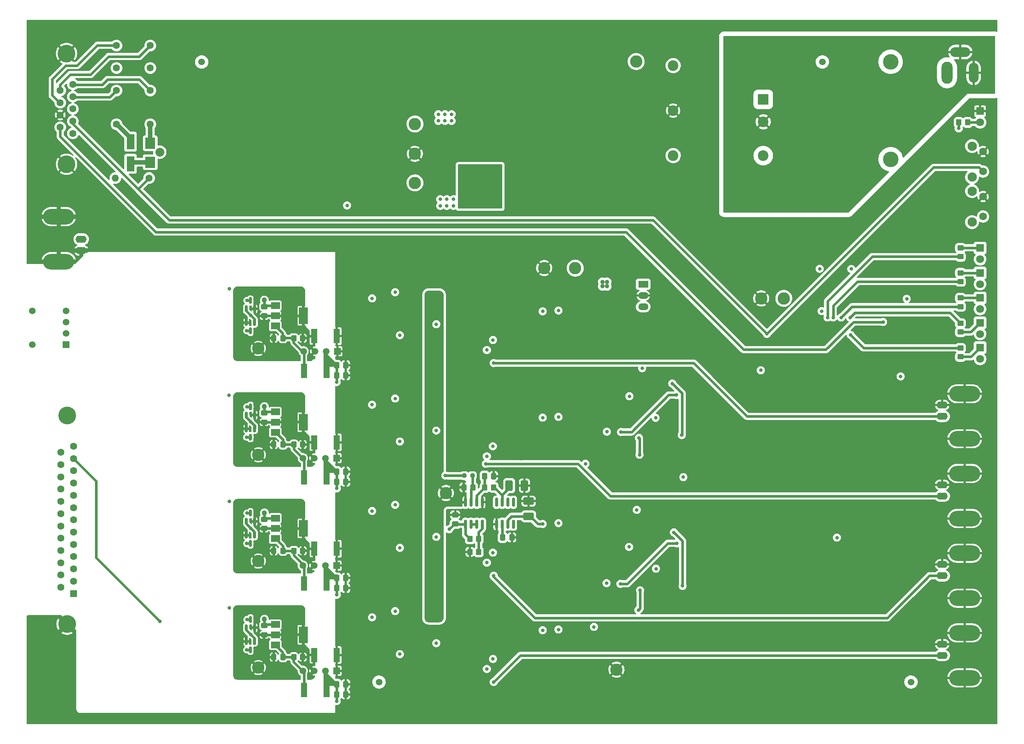
<source format=gbl>
G04 #@! TF.GenerationSoftware,KiCad,Pcbnew,(6.0.11)*
G04 #@! TF.CreationDate,2023-05-29T14:07:06-03:00*
G04 #@! TF.ProjectId,qds-cv,7164732d-6376-42e6-9b69-6361645f7063,rev?*
G04 #@! TF.SameCoordinates,Original*
G04 #@! TF.FileFunction,Copper,L4,Bot*
G04 #@! TF.FilePolarity,Positive*
%FSLAX46Y46*%
G04 Gerber Fmt 4.6, Leading zero omitted, Abs format (unit mm)*
G04 Created by KiCad (PCBNEW (6.0.11)) date 2023-05-29 14:07:06*
%MOMM*%
%LPD*%
G01*
G04 APERTURE LIST*
G04 Aperture macros list*
%AMRoundRect*
0 Rectangle with rounded corners*
0 $1 Rounding radius*
0 $2 $3 $4 $5 $6 $7 $8 $9 X,Y pos of 4 corners*
0 Add a 4 corners polygon primitive as box body*
4,1,4,$2,$3,$4,$5,$6,$7,$8,$9,$2,$3,0*
0 Add four circle primitives for the rounded corners*
1,1,$1+$1,$2,$3*
1,1,$1+$1,$4,$5*
1,1,$1+$1,$6,$7*
1,1,$1+$1,$8,$9*
0 Add four rect primitives between the rounded corners*
20,1,$1+$1,$2,$3,$4,$5,0*
20,1,$1+$1,$4,$5,$6,$7,0*
20,1,$1+$1,$6,$7,$8,$9,0*
20,1,$1+$1,$8,$9,$2,$3,0*%
G04 Aperture macros list end*
G04 #@! TA.AperFunction,ComponentPad*
%ADD10C,2.800000*%
G04 #@! TD*
G04 #@! TA.AperFunction,ComponentPad*
%ADD11C,4.000000*%
G04 #@! TD*
G04 #@! TA.AperFunction,ComponentPad*
%ADD12C,1.600000*%
G04 #@! TD*
G04 #@! TA.AperFunction,ComponentPad*
%ADD13R,1.508000X1.508000*%
G04 #@! TD*
G04 #@! TA.AperFunction,ComponentPad*
%ADD14C,1.508000*%
G04 #@! TD*
G04 #@! TA.AperFunction,ComponentPad*
%ADD15C,2.100000*%
G04 #@! TD*
G04 #@! TA.AperFunction,ComponentPad*
%ADD16C,1.750000*%
G04 #@! TD*
G04 #@! TA.AperFunction,ComponentPad*
%ADD17R,1.800000X1.800000*%
G04 #@! TD*
G04 #@! TA.AperFunction,ComponentPad*
%ADD18C,1.800000*%
G04 #@! TD*
G04 #@! TA.AperFunction,ComponentPad*
%ADD19O,2.500000X1.600000*%
G04 #@! TD*
G04 #@! TA.AperFunction,ComponentPad*
%ADD20O,7.000000X3.500000*%
G04 #@! TD*
G04 #@! TA.AperFunction,ComponentPad*
%ADD21R,2.300000X1.500000*%
G04 #@! TD*
G04 #@! TA.AperFunction,ComponentPad*
%ADD22O,2.300000X1.500000*%
G04 #@! TD*
G04 #@! TA.AperFunction,ComponentPad*
%ADD23O,1.600000X1.600000*%
G04 #@! TD*
G04 #@! TA.AperFunction,ComponentPad*
%ADD24R,1.600000X1.600000*%
G04 #@! TD*
G04 #@! TA.AperFunction,ComponentPad*
%ADD25C,3.500000*%
G04 #@! TD*
G04 #@! TA.AperFunction,ComponentPad*
%ADD26R,1.518000X1.518000*%
G04 #@! TD*
G04 #@! TA.AperFunction,ComponentPad*
%ADD27C,1.518000*%
G04 #@! TD*
G04 #@! TA.AperFunction,ComponentPad*
%ADD28O,2.500000X5.000000*%
G04 #@! TD*
G04 #@! TA.AperFunction,ComponentPad*
%ADD29O,2.250000X4.500000*%
G04 #@! TD*
G04 #@! TA.AperFunction,ComponentPad*
%ADD30O,4.500000X2.250000*%
G04 #@! TD*
G04 #@! TA.AperFunction,ComponentPad*
%ADD31R,2.400000X2.400000*%
G04 #@! TD*
G04 #@! TA.AperFunction,ComponentPad*
%ADD32C,2.400000*%
G04 #@! TD*
G04 #@! TA.AperFunction,SMDPad,CuDef*
%ADD33RoundRect,0.250000X-0.350000X-0.450000X0.350000X-0.450000X0.350000X0.450000X-0.350000X0.450000X0*%
G04 #@! TD*
G04 #@! TA.AperFunction,SMDPad,CuDef*
%ADD34RoundRect,0.250000X-0.337500X-0.475000X0.337500X-0.475000X0.337500X0.475000X-0.337500X0.475000X0*%
G04 #@! TD*
G04 #@! TA.AperFunction,SMDPad,CuDef*
%ADD35RoundRect,0.250000X0.450000X-0.350000X0.450000X0.350000X-0.450000X0.350000X-0.450000X-0.350000X0*%
G04 #@! TD*
G04 #@! TA.AperFunction,SMDPad,CuDef*
%ADD36RoundRect,0.250000X0.337500X0.475000X-0.337500X0.475000X-0.337500X-0.475000X0.337500X-0.475000X0*%
G04 #@! TD*
G04 #@! TA.AperFunction,SMDPad,CuDef*
%ADD37RoundRect,0.250000X0.475000X-0.337500X0.475000X0.337500X-0.475000X0.337500X-0.475000X-0.337500X0*%
G04 #@! TD*
G04 #@! TA.AperFunction,SMDPad,CuDef*
%ADD38R,1.400000X3.200000*%
G04 #@! TD*
G04 #@! TA.AperFunction,SMDPad,CuDef*
%ADD39RoundRect,0.250000X0.350000X0.450000X-0.350000X0.450000X-0.350000X-0.450000X0.350000X-0.450000X0*%
G04 #@! TD*
G04 #@! TA.AperFunction,SMDPad,CuDef*
%ADD40RoundRect,0.275001X0.549999X0.924999X-0.549999X0.924999X-0.549999X-0.924999X0.549999X-0.924999X0*%
G04 #@! TD*
G04 #@! TA.AperFunction,SMDPad,CuDef*
%ADD41RoundRect,0.150000X0.150000X-0.587500X0.150000X0.587500X-0.150000X0.587500X-0.150000X-0.587500X0*%
G04 #@! TD*
G04 #@! TA.AperFunction,SMDPad,CuDef*
%ADD42RoundRect,0.150000X-0.150000X0.587500X-0.150000X-0.587500X0.150000X-0.587500X0.150000X0.587500X0*%
G04 #@! TD*
G04 #@! TA.AperFunction,SMDPad,CuDef*
%ADD43RoundRect,0.250000X-0.450000X0.350000X-0.450000X-0.350000X0.450000X-0.350000X0.450000X0.350000X0*%
G04 #@! TD*
G04 #@! TA.AperFunction,SMDPad,CuDef*
%ADD44R,2.000000X1.500000*%
G04 #@! TD*
G04 #@! TA.AperFunction,SMDPad,CuDef*
%ADD45R,2.000000X3.800000*%
G04 #@! TD*
G04 #@! TA.AperFunction,SMDPad,CuDef*
%ADD46RoundRect,0.250000X-0.475000X0.337500X-0.475000X-0.337500X0.475000X-0.337500X0.475000X0.337500X0*%
G04 #@! TD*
G04 #@! TA.AperFunction,SMDPad,CuDef*
%ADD47R,2.300000X2.500000*%
G04 #@! TD*
G04 #@! TA.AperFunction,SMDPad,CuDef*
%ADD48C,1.500000*%
G04 #@! TD*
G04 #@! TA.AperFunction,SMDPad,CuDef*
%ADD49RoundRect,0.150000X-0.150000X0.825000X-0.150000X-0.825000X0.150000X-0.825000X0.150000X0.825000X0*%
G04 #@! TD*
G04 #@! TA.AperFunction,SMDPad,CuDef*
%ADD50RoundRect,0.275001X-0.924999X0.549999X-0.924999X-0.549999X0.924999X-0.549999X0.924999X0.549999X0*%
G04 #@! TD*
G04 #@! TA.AperFunction,SMDPad,CuDef*
%ADD51R,1.800000X3.500000*%
G04 #@! TD*
G04 #@! TA.AperFunction,SMDPad,CuDef*
%ADD52RoundRect,0.150000X0.150000X-0.825000X0.150000X0.825000X-0.150000X0.825000X-0.150000X-0.825000X0*%
G04 #@! TD*
G04 #@! TA.AperFunction,SMDPad,CuDef*
%ADD53RoundRect,0.237500X-0.250000X-0.237500X0.250000X-0.237500X0.250000X0.237500X-0.250000X0.237500X0*%
G04 #@! TD*
G04 #@! TA.AperFunction,ViaPad*
%ADD54C,0.800000*%
G04 #@! TD*
G04 #@! TA.AperFunction,ViaPad*
%ADD55C,1.000000*%
G04 #@! TD*
G04 #@! TA.AperFunction,ViaPad*
%ADD56C,0.600000*%
G04 #@! TD*
G04 #@! TA.AperFunction,ViaPad*
%ADD57C,1.200000*%
G04 #@! TD*
G04 #@! TA.AperFunction,ViaPad*
%ADD58C,2.000000*%
G04 #@! TD*
G04 #@! TA.AperFunction,Conductor*
%ADD59C,0.600000*%
G04 #@! TD*
G04 #@! TA.AperFunction,Conductor*
%ADD60C,1.000000*%
G04 #@! TD*
G04 APERTURE END LIST*
D10*
X152781000Y-138684000D03*
X217240100Y-96523000D03*
X271300000Y-103378000D03*
X188100000Y-64000000D03*
D11*
X109515331Y-48089000D03*
X109515331Y-73089000D03*
D12*
X110935331Y-66129000D03*
X110935331Y-63359000D03*
X110935331Y-60589000D03*
X110935331Y-57819000D03*
X110935331Y-55049000D03*
X108095331Y-64744000D03*
X108095331Y-61974000D03*
X108095331Y-59204000D03*
X108095331Y-56434000D03*
D13*
X170420000Y-139456000D03*
D14*
X167880000Y-139456000D03*
X165340000Y-139456000D03*
X162800000Y-139456000D03*
D15*
X313757500Y-68992000D03*
X313757500Y-76002000D03*
D16*
X316247500Y-70242000D03*
X316247500Y-74742000D03*
D17*
X315573200Y-97625000D03*
D18*
X315573200Y-100165000D03*
D10*
X233553000Y-187198000D03*
D19*
X112832000Y-90000000D03*
X112832000Y-92540000D03*
D20*
X107752000Y-84920000D03*
X107752000Y-95080000D03*
D19*
X307014000Y-130000000D03*
X307014000Y-127460000D03*
D20*
X312094000Y-124920000D03*
X312094000Y-135080000D03*
D17*
X315573200Y-108875000D03*
D18*
X315573200Y-111415000D03*
D21*
X239590500Y-100199500D03*
D22*
X239590500Y-102739500D03*
X239590500Y-105279500D03*
D10*
X266192000Y-103378000D03*
X152781000Y-186740800D03*
X195072000Y-147320000D03*
D17*
X315573200Y-103250000D03*
D18*
X315573200Y-105790000D03*
D10*
X152781000Y-162687000D03*
D15*
X313757500Y-79152000D03*
X313757500Y-86162000D03*
D16*
X316247500Y-80402000D03*
X316247500Y-84902000D03*
D10*
X188100000Y-77300000D03*
D12*
X128143000Y-76200000D03*
D23*
X120523000Y-76200000D03*
D17*
X315573200Y-92000000D03*
D18*
X315573200Y-94540000D03*
D11*
X109642331Y-176930000D03*
X109642331Y-129830000D03*
D24*
X111062331Y-170000000D03*
D12*
X111062331Y-167230000D03*
X111062331Y-164460000D03*
X111062331Y-161690000D03*
X111062331Y-158920000D03*
X111062331Y-156150000D03*
X111062331Y-153380000D03*
X111062331Y-150610000D03*
X111062331Y-147840000D03*
X111062331Y-145070000D03*
X111062331Y-142300000D03*
X111062331Y-139530000D03*
X111062331Y-136760000D03*
X108222331Y-168615000D03*
X108222331Y-165845000D03*
X108222331Y-163075000D03*
X108222331Y-160305000D03*
X108222331Y-157535000D03*
X108222331Y-154765000D03*
X108222331Y-151995000D03*
X108222331Y-149225000D03*
X108222331Y-146455000D03*
X108222331Y-143685000D03*
X108222331Y-140915000D03*
X108222331Y-138145000D03*
D25*
X295402000Y-71960000D03*
X295402000Y-49960000D03*
D10*
X152781000Y-114681000D03*
D26*
X109416500Y-113810000D03*
D27*
X109416500Y-111270000D03*
X109416500Y-108730000D03*
X109416500Y-106190000D03*
X101796500Y-106190000D03*
X101796500Y-113810000D03*
D28*
X308115500Y-52451000D03*
D29*
X314115500Y-52451000D03*
D30*
X311115500Y-47751000D03*
D12*
X128397000Y-56442500D03*
X128397000Y-51362500D03*
X128397000Y-46282500D03*
X120777000Y-56442500D03*
X120777000Y-51362500D03*
X120777000Y-46282500D03*
X128397000Y-64062500D03*
X120777000Y-64062500D03*
D13*
X170420000Y-163713000D03*
D14*
X167880000Y-163713000D03*
X165340000Y-163713000D03*
X162800000Y-163713000D03*
D17*
X315573200Y-61087000D03*
D18*
X315573200Y-63627000D03*
D19*
X307014000Y-166000000D03*
D20*
X312094000Y-171080000D03*
D19*
X307014000Y-163460000D03*
D20*
X312094000Y-160920000D03*
D17*
X315573200Y-114500000D03*
D18*
X315573200Y-117040000D03*
D10*
X238000000Y-49900000D03*
D13*
X170423100Y-187470000D03*
D14*
X167883100Y-187470000D03*
X165343100Y-187470000D03*
X162803100Y-187470000D03*
D19*
X307014000Y-184000000D03*
D20*
X312094000Y-189080000D03*
D19*
X307014000Y-181460000D03*
D20*
X312094000Y-178920000D03*
D10*
X188100000Y-70750000D03*
D19*
X307014000Y-148000000D03*
D20*
X312094000Y-142920000D03*
D19*
X307014000Y-145460000D03*
D20*
X312094000Y-153080000D03*
D31*
X266670000Y-58440000D03*
D32*
X266670000Y-63520000D03*
X266670000Y-71140000D03*
X246350000Y-50820000D03*
X246350000Y-60980000D03*
X246350000Y-71140000D03*
D10*
X224250000Y-96550000D03*
D13*
X170598000Y-115326000D03*
D14*
X168058000Y-115326000D03*
X165518000Y-115326000D03*
X162978000Y-115326000D03*
D33*
X160790000Y-112361000D03*
X162790000Y-112361000D03*
D34*
X170412500Y-192786000D03*
X172487500Y-192786000D03*
D35*
X311150000Y-110982000D03*
X311150000Y-108982000D03*
D34*
X207877500Y-157353000D03*
X209952500Y-157353000D03*
D36*
X158337500Y-112361000D03*
X156262500Y-112361000D03*
D37*
X197173600Y-154326500D03*
X197173600Y-152251500D03*
D38*
X170444000Y-111887000D03*
X165344000Y-111887000D03*
D34*
X170412500Y-120777000D03*
X172487500Y-120777000D03*
D39*
X201152000Y-146050000D03*
X199152000Y-146050000D03*
D33*
X160790000Y-160367000D03*
X162790000Y-160367000D03*
D38*
X170444000Y-159893000D03*
X165344000Y-159893000D03*
D33*
X160790000Y-136364000D03*
X162790000Y-136364000D03*
D40*
X212799000Y-145669000D03*
X209349000Y-145669000D03*
D36*
X158337500Y-184370000D03*
X156262500Y-184370000D03*
D38*
X170444000Y-135890000D03*
X165344000Y-135890000D03*
D34*
X203797500Y-143510000D03*
X205872500Y-143510000D03*
D41*
X151950000Y-177737500D03*
X150050000Y-177737500D03*
X151000000Y-175862500D03*
X151950000Y-153734500D03*
X150050000Y-153734500D03*
X151000000Y-151859500D03*
D42*
X150050000Y-108841300D03*
X151950000Y-108841300D03*
X151000000Y-110716300D03*
D33*
X310750000Y-63650000D03*
X312750000Y-63650000D03*
D43*
X311150000Y-97615500D03*
X311150000Y-99615500D03*
D44*
X156616000Y-133618000D03*
D45*
X162916000Y-131318000D03*
D44*
X156616000Y-131318000D03*
X156616000Y-129018000D03*
D36*
X158337500Y-160367000D03*
X156262500Y-160367000D03*
D39*
X202491600Y-157692600D03*
X200491600Y-157692600D03*
D46*
X154101800Y-177270500D03*
X154101800Y-179345500D03*
D39*
X205851000Y-146050000D03*
X203851000Y-146050000D03*
D46*
X154101800Y-129264500D03*
X154101800Y-131339500D03*
D42*
X150050000Y-180850300D03*
X151950000Y-180850300D03*
X151000000Y-182725300D03*
X150050000Y-132844300D03*
X151950000Y-132844300D03*
X151000000Y-134719300D03*
D47*
X128397000Y-72635000D03*
X128397000Y-68335000D03*
D48*
X140000000Y-50000000D03*
D36*
X158337500Y-136364000D03*
X156262500Y-136364000D03*
D33*
X200491600Y-160613600D03*
X202491600Y-160613600D03*
D34*
X170412500Y-166497000D03*
X172487500Y-166497000D03*
D33*
X160790000Y-184370000D03*
X162790000Y-184370000D03*
D38*
X170444000Y-183896000D03*
X165344000Y-183896000D03*
D48*
X180000000Y-190000000D03*
D49*
X199501000Y-149417000D03*
X200771000Y-149417000D03*
X202041000Y-149417000D03*
X203311000Y-149417000D03*
X203311000Y-154367000D03*
X202041000Y-154367000D03*
X200771000Y-154367000D03*
X199501000Y-154367000D03*
D34*
X170412500Y-118491000D03*
X172487500Y-118491000D03*
X170412500Y-144780000D03*
X172487500Y-144780000D03*
D46*
X154101800Y-153267500D03*
X154101800Y-155342500D03*
D34*
X170412500Y-168783000D03*
X172487500Y-168783000D03*
D42*
X150050000Y-156847300D03*
X151950000Y-156847300D03*
X151000000Y-158722300D03*
D44*
X156616000Y-181624000D03*
X156616000Y-179324000D03*
D45*
X162916000Y-179324000D03*
D44*
X156616000Y-177024000D03*
D43*
X311150000Y-103267000D03*
X311150000Y-105267000D03*
D44*
X156616000Y-157621000D03*
X156616000Y-155321000D03*
D45*
X162916000Y-155321000D03*
D44*
X156616000Y-153021000D03*
D38*
X168158000Y-143764000D03*
X163058000Y-143764000D03*
D50*
X213741000Y-149151000D03*
X213741000Y-152601000D03*
D35*
X311150000Y-116570000D03*
X311150000Y-114570000D03*
D46*
X154101800Y-105261500D03*
X154101800Y-107336500D03*
D48*
X300000000Y-190000000D03*
D51*
X123952000Y-72985000D03*
X123952000Y-67985000D03*
D34*
X170412500Y-142494000D03*
X172487500Y-142494000D03*
D52*
X210312000Y-154367000D03*
X209042000Y-154367000D03*
X207772000Y-154367000D03*
X206502000Y-154367000D03*
X206502000Y-149417000D03*
X207772000Y-149417000D03*
X209042000Y-149417000D03*
X210312000Y-149417000D03*
D38*
X168158000Y-119761000D03*
X163058000Y-119761000D03*
D41*
X151950000Y-105728500D03*
X150050000Y-105728500D03*
X151000000Y-103853500D03*
D38*
X168158000Y-191770000D03*
X163058000Y-191770000D03*
X168158000Y-167767000D03*
X163058000Y-167767000D03*
D41*
X151950000Y-129731500D03*
X150050000Y-129731500D03*
X151000000Y-127856500D03*
D43*
X311150000Y-91964000D03*
X311150000Y-93964000D03*
D53*
X199239500Y-143383000D03*
X201064500Y-143383000D03*
D44*
X156616000Y-109615000D03*
D45*
X162916000Y-107315000D03*
D44*
X156616000Y-107315000D03*
X156616000Y-105015000D03*
D48*
X280000000Y-50000000D03*
D34*
X170412500Y-190500000D03*
X172487500Y-190500000D03*
D54*
X196370000Y-61800000D03*
X204316500Y-115035500D03*
X204316500Y-187044500D03*
X195819162Y-155513600D03*
X183642000Y-125984000D03*
X193370000Y-63300000D03*
X216916000Y-178308000D03*
X216916000Y-106299000D03*
X204316500Y-163041500D03*
X194870000Y-61800000D03*
X183642000Y-101981000D03*
X216916000Y-154305000D03*
X196370000Y-63300000D03*
X194870000Y-63300000D03*
X183642000Y-173990000D03*
X183642000Y-149987000D03*
X204316500Y-139038500D03*
X216916000Y-130302000D03*
X193370000Y-61800000D03*
X214190000Y-132940000D03*
D55*
X270000000Y-198500000D03*
D54*
X240411000Y-127762000D03*
D55*
X290000000Y-41500000D03*
X275000000Y-198500000D03*
D54*
X171310100Y-101565700D03*
D55*
X245000000Y-198500000D03*
X210000000Y-41500000D03*
X135000000Y-198500000D03*
X305000000Y-198500000D03*
D54*
X265500000Y-117200000D03*
X214160000Y-156960000D03*
D55*
X270000000Y-41500000D03*
X170000000Y-198500000D03*
D54*
X240411000Y-161671000D03*
D55*
X145000000Y-198500000D03*
D54*
X205010000Y-131840000D03*
D55*
X267474667Y-161900000D03*
X310000000Y-41500000D03*
X130000000Y-41500000D03*
X263749334Y-161900000D03*
X125000000Y-198500000D03*
X115000000Y-41500000D03*
X237949334Y-146400000D03*
X135000000Y-41500000D03*
X267474667Y-158598000D03*
X185000000Y-198500000D03*
X170000000Y-41500000D03*
X145000000Y-41500000D03*
D54*
X276500000Y-107600000D03*
X212020000Y-139590000D03*
D55*
X130000000Y-198500000D03*
X150000000Y-198500000D03*
D54*
X171310100Y-173603600D03*
X293500000Y-117200000D03*
X204990000Y-107850000D03*
D55*
X215000000Y-41500000D03*
D54*
X253238000Y-133350000D03*
D55*
X267474667Y-165200000D03*
D54*
X214200000Y-180960000D03*
X228346000Y-159766000D03*
D55*
X175000000Y-198500000D03*
D56*
X202441500Y-65940000D03*
D55*
X150000000Y-41500000D03*
D56*
X202441500Y-66940000D03*
D54*
X212000000Y-115600000D03*
D55*
X240000000Y-41500000D03*
X263749334Y-165200000D03*
X230000000Y-41500000D03*
X225000000Y-198500000D03*
X165000000Y-198500000D03*
X271200000Y-165200000D03*
X180000000Y-41500000D03*
X120000000Y-41500000D03*
X205000000Y-198500000D03*
X225000000Y-41500000D03*
D54*
X261366000Y-151130000D03*
D55*
X180000000Y-198500000D03*
X205000000Y-41500000D03*
D54*
X253746000Y-146558000D03*
X303400000Y-109250000D03*
D55*
X220000000Y-41500000D03*
X195000000Y-198500000D03*
X120000000Y-198500000D03*
X105000000Y-198500000D03*
X200000000Y-41500000D03*
D54*
X205020000Y-179860000D03*
D55*
X235000000Y-41500000D03*
X220000000Y-198500000D03*
X115000000Y-198500000D03*
X280000000Y-41500000D03*
X260000000Y-198500000D03*
D56*
X203241500Y-66940000D03*
D55*
X295000000Y-41500000D03*
X140000000Y-41500000D03*
D54*
X267589000Y-140843000D03*
D55*
X175000000Y-41500000D03*
X155000000Y-41500000D03*
X241674667Y-146400000D03*
D54*
X288050000Y-95450000D03*
D55*
X105000000Y-41500000D03*
X300000000Y-41500000D03*
X160000000Y-41500000D03*
D54*
X293500000Y-118400000D03*
D55*
X265000000Y-198500000D03*
X300000000Y-198500000D03*
D54*
X277650000Y-113157000D03*
D55*
X195000000Y-41500000D03*
X110000000Y-41500000D03*
D54*
X171310100Y-149600600D03*
D55*
X200000000Y-198500000D03*
X315000000Y-41500000D03*
X210000000Y-198500000D03*
X310000000Y-198500000D03*
X235000000Y-198500000D03*
X255000000Y-41500000D03*
X160000000Y-198500000D03*
X190000000Y-198500000D03*
X295000000Y-198500000D03*
X285000000Y-41500000D03*
X275000000Y-41500000D03*
X250000000Y-41500000D03*
X285000000Y-198500000D03*
D54*
X212030000Y-187610000D03*
D55*
X290000000Y-198500000D03*
D54*
X211990000Y-163610000D03*
D55*
X255000000Y-198500000D03*
X165000000Y-41500000D03*
X280000000Y-198500000D03*
X251968000Y-114046000D03*
X125000000Y-41500000D03*
X263749334Y-158598000D03*
X245400000Y-146400000D03*
X155000000Y-198500000D03*
X250000000Y-198500000D03*
D54*
X228346000Y-125730000D03*
D55*
X315000000Y-198500000D03*
D56*
X203241500Y-65940000D03*
D55*
X215000000Y-198500000D03*
X185000000Y-41500000D03*
X265000000Y-41500000D03*
X245000000Y-41500000D03*
X240000000Y-198500000D03*
X271200000Y-161900000D03*
X110000000Y-198500000D03*
D54*
X253492000Y-165989000D03*
X285200000Y-104100000D03*
D55*
X190000000Y-41500000D03*
X140000000Y-198500000D03*
X260000000Y-41500000D03*
D54*
X204980000Y-155860000D03*
X214170000Y-108950000D03*
D55*
X271200000Y-158598000D03*
X255693333Y-114046000D03*
X230000000Y-198500000D03*
X305000000Y-41500000D03*
X248242667Y-114046000D03*
D54*
X150215600Y-103831700D03*
X150162500Y-110687400D03*
X192913000Y-157226000D03*
X184700000Y-135700000D03*
X193800000Y-82490000D03*
X196800000Y-80990000D03*
X193800000Y-80990000D03*
X184700000Y-159700000D03*
X195300000Y-80990000D03*
X192913000Y-109220000D03*
X192913000Y-181229000D03*
X184700000Y-183700000D03*
X195300000Y-82490000D03*
X192913000Y-133223000D03*
X196800000Y-82490000D03*
X184700000Y-111700000D03*
X151103000Y-107259100D03*
X146200000Y-101190100D03*
D57*
X154152600Y-103780900D03*
D55*
X158318200Y-114753700D03*
D54*
X159969200Y-110207100D03*
X152831800Y-101850500D03*
D55*
X156768800Y-114728300D03*
D54*
X154127200Y-101850500D03*
X155575000Y-101850500D03*
D55*
X156743400Y-116150700D03*
X158318200Y-116150700D03*
D54*
X156921200Y-101850500D03*
X242386600Y-130334803D03*
X236397800Y-159497800D03*
X279837500Y-106262500D03*
X266112000Y-119612000D03*
X220472000Y-130126500D03*
X286528029Y-96728029D03*
X205679000Y-136779000D03*
X220472000Y-106123500D03*
X238125000Y-151130000D03*
X239348000Y-119142000D03*
X205700000Y-184785000D03*
X220472000Y-154129500D03*
X226568000Y-140716000D03*
X236474000Y-125476000D03*
X220472000Y-178132500D03*
X205700000Y-112776000D03*
X248639500Y-143737500D03*
X178435000Y-151384000D03*
X279400000Y-96700000D03*
X172800000Y-82400000D03*
X228473000Y-177546000D03*
X231317800Y-167665400D03*
X178435000Y-103378000D03*
X205682000Y-160782000D03*
X231394000Y-133477000D03*
X299025000Y-103475000D03*
X178435000Y-127381000D03*
X310750000Y-65000000D03*
X283287600Y-157402400D03*
X297650000Y-121000000D03*
X178435000Y-175387000D03*
X242464603Y-164410403D03*
X238633000Y-134874000D03*
X238760000Y-138684000D03*
X205867000Y-117983000D03*
X293700000Y-108700000D03*
X267500000Y-111400000D03*
X281178000Y-107696000D03*
X282448000Y-107696000D03*
X284226000Y-107696000D03*
X286258000Y-107696000D03*
X286385000Y-111633000D03*
X130550600Y-176270600D03*
X192405000Y-150368000D03*
X192405000Y-174371000D03*
X192405000Y-126365000D03*
X192405000Y-102362000D03*
X194945000Y-143383000D03*
X170466800Y-146286000D03*
D58*
X130542000Y-70358000D03*
D54*
X170455500Y-170307000D03*
X170434000Y-194310000D03*
X170434000Y-122272100D03*
D55*
X230400000Y-99650000D03*
X231400000Y-99650000D03*
X230400000Y-100650000D03*
X231400000Y-100650000D03*
D54*
X246154797Y-122595600D03*
X248285000Y-134239000D03*
X150192600Y-127863600D03*
X150139500Y-134719300D03*
D57*
X154129600Y-127812800D03*
D54*
X146177000Y-125222000D03*
X151080000Y-131291000D03*
D55*
X156745800Y-138760200D03*
D54*
X156898200Y-125882400D03*
X155552000Y-125882400D03*
X152808800Y-125882400D03*
D55*
X158295200Y-140182600D03*
D54*
X159946200Y-134239000D03*
X154104200Y-125882400D03*
D55*
X158295200Y-138785600D03*
X156720400Y-140182600D03*
D54*
X150215600Y-151866600D03*
X150162500Y-158722300D03*
D57*
X154152600Y-151815800D03*
D54*
X146200000Y-149225000D03*
X151103000Y-155294000D03*
X159969200Y-158242000D03*
D55*
X156743400Y-164185600D03*
D54*
X154127200Y-149885400D03*
X155575000Y-149885400D03*
X156921200Y-149885400D03*
D55*
X158318200Y-164185600D03*
X156768800Y-162763200D03*
D54*
X152831800Y-149885400D03*
D55*
X158318200Y-162788600D03*
D54*
X150215600Y-175869600D03*
X150162500Y-182725300D03*
D57*
X154152600Y-175818800D03*
D54*
X146200000Y-173228000D03*
X151103000Y-179297000D03*
D55*
X156768800Y-186766200D03*
D54*
X154127200Y-173888400D03*
X156921200Y-173888400D03*
D55*
X158318200Y-186791600D03*
D54*
X152831800Y-173888400D03*
D55*
X158318200Y-188188600D03*
X156743400Y-188188600D03*
D54*
X155575000Y-173888400D03*
X159969200Y-182245000D03*
X238887000Y-169291000D03*
X238506000Y-173736000D03*
D56*
X202441500Y-77440000D03*
X203241500Y-77440000D03*
X202441500Y-78770000D03*
X203241500Y-78770000D03*
D54*
X204089000Y-140716000D03*
X205867000Y-165989000D03*
X205867000Y-189992000D03*
X247116000Y-125195600D03*
X234569000Y-133546397D03*
X247142000Y-158685000D03*
X234442000Y-167829000D03*
X246507000Y-156210000D03*
X248464603Y-168284397D03*
D59*
X215815500Y-154305000D02*
X216916000Y-154305000D01*
X209042000Y-153416000D02*
X209042000Y-154367000D01*
X195819162Y-155513600D02*
X196965762Y-154367000D01*
X213741000Y-152601000D02*
X209857000Y-152601000D01*
X214111500Y-152601000D02*
X215815500Y-154305000D01*
X200491600Y-157692600D02*
X199501000Y-156702000D01*
X199501000Y-156702000D02*
X199501000Y-154367000D01*
X209857000Y-152601000D02*
X209042000Y-153416000D01*
X196965762Y-154367000D02*
X199501000Y-154367000D01*
X150190200Y-103831700D02*
X150992900Y-103831700D01*
X150162500Y-110687400D02*
X151000000Y-110687400D01*
X150050000Y-105699600D02*
X150050000Y-106206100D01*
X150050000Y-106206100D02*
X151950000Y-108106100D01*
X151950000Y-108106100D02*
X151950000Y-108812400D01*
X154152600Y-103780900D02*
X154101800Y-103831700D01*
X154101800Y-103831700D02*
X154101800Y-105232600D01*
X156616000Y-104986100D02*
X154348300Y-104986100D01*
X154101800Y-107307600D02*
X156594500Y-107307600D01*
X310750000Y-63650000D02*
X310750000Y-65000000D01*
X238760000Y-135001000D02*
X238633000Y-134874000D01*
X238760000Y-138684000D02*
X238760000Y-135001000D01*
X207772000Y-154367000D02*
X207772000Y-157247500D01*
X207772000Y-157247500D02*
X207877500Y-157353000D01*
X207772000Y-149417000D02*
X207772000Y-147828000D01*
X207772000Y-147758000D02*
X209349000Y-146181000D01*
X209349000Y-146181000D02*
X209349000Y-145669000D01*
X207772000Y-147828000D02*
X205994000Y-146050000D01*
X207772000Y-149417000D02*
X207772000Y-147758000D01*
X202041000Y-149417000D02*
X202041000Y-147860000D01*
X203797500Y-145996500D02*
X203797500Y-143510000D01*
X202041000Y-147860000D02*
X203851000Y-146050000D01*
D60*
X128397000Y-72635000D02*
X124302000Y-72635000D01*
X120991000Y-64222000D02*
X123952000Y-67183000D01*
D59*
X262969000Y-130000000D02*
X307014000Y-130000000D01*
X250952000Y-117983000D02*
X262969000Y-130000000D01*
X205867000Y-117983000D02*
X250952000Y-117983000D01*
X235720000Y-88400000D02*
X129675000Y-88400000D01*
X287050000Y-108700000D02*
X280815000Y-114935000D01*
X293700000Y-108700000D02*
X287050000Y-108700000D01*
X108095331Y-66820331D02*
X108095331Y-64744000D01*
X262255000Y-114935000D02*
X235720000Y-88400000D01*
X129675000Y-88400000D02*
X108095331Y-66820331D01*
X280815000Y-114935000D02*
X262255000Y-114935000D01*
X110860000Y-55118000D02*
X117602000Y-55118000D01*
X118745000Y-53975000D02*
X125929500Y-53975000D01*
X125929500Y-53975000D02*
X128397000Y-56442500D01*
X117602000Y-55118000D02*
X118745000Y-53975000D01*
X110884000Y-57912000D02*
X119307500Y-57912000D01*
X119307500Y-57912000D02*
X120777000Y-56442500D01*
X267500000Y-111400000D02*
X241800000Y-85700000D01*
X241800000Y-85700000D02*
X132690000Y-85700000D01*
X125603000Y-78613000D02*
X125730000Y-78613000D01*
X315316000Y-73810500D02*
X316247500Y-74742000D01*
X132690000Y-85700000D02*
X125780000Y-78790000D01*
X125780000Y-78790000D02*
X125780000Y-78563000D01*
X125730000Y-78613000D02*
X128143000Y-76200000D01*
X267500000Y-111400000D02*
X305089500Y-73810500D01*
X110935331Y-63945331D02*
X110935331Y-63359000D01*
X125553000Y-78563000D02*
X110935331Y-63945331D01*
X305089500Y-73810500D02*
X315316000Y-73810500D01*
X125780000Y-78563000D02*
X125553000Y-78563000D01*
X118981000Y-48768000D02*
X114917000Y-52832000D01*
X110363000Y-52832000D02*
X108020000Y-55175000D01*
X114917000Y-52832000D02*
X110363000Y-52832000D01*
X128397000Y-46291500D02*
X125920500Y-48768000D01*
X108020000Y-55175000D02*
X108020000Y-56503000D01*
X125920500Y-48768000D02*
X118981000Y-48768000D01*
X106299000Y-57555000D02*
X108017000Y-59273000D01*
X120722500Y-46228000D02*
X116459000Y-46228000D01*
X109347000Y-50800000D02*
X106299000Y-53848000D01*
X116459000Y-46228000D02*
X111887000Y-50800000D01*
X106299000Y-53848000D02*
X106299000Y-57555000D01*
X111887000Y-50800000D02*
X109347000Y-50800000D01*
X281178000Y-104022000D02*
X291236000Y-93964000D01*
X291236000Y-93964000D02*
X311150000Y-93964000D01*
X281178000Y-107696000D02*
X281178000Y-104022000D01*
X282448000Y-107696000D02*
X282448000Y-105029000D01*
X287909000Y-99568000D02*
X311102500Y-99568000D01*
X282448000Y-105029000D02*
X287909000Y-99568000D01*
X286655000Y-105267000D02*
X311150000Y-105267000D01*
X284226000Y-107696000D02*
X286655000Y-105267000D01*
X287304000Y-106650000D02*
X308818000Y-106650000D01*
X286258000Y-107696000D02*
X287304000Y-106650000D01*
X308818000Y-106650000D02*
X311150000Y-108982000D01*
X289322000Y-114570000D02*
X311150000Y-114570000D01*
X286385000Y-111633000D02*
X289322000Y-114570000D01*
X116205000Y-161925000D02*
X116205000Y-144672669D01*
X116205000Y-144672669D02*
X111062331Y-139530000D01*
X130550600Y-176270600D02*
X116205000Y-161925000D01*
X194945000Y-143383000D02*
X199239500Y-143383000D01*
X201064500Y-145962500D02*
X201064500Y-143383000D01*
X201152000Y-146050000D02*
X201064500Y-145962500D01*
X200771000Y-149417000D02*
X200771000Y-146431000D01*
X200771000Y-146431000D02*
X201152000Y-146050000D01*
X202491600Y-156156400D02*
X203311000Y-155337000D01*
X202491600Y-160613600D02*
X202491600Y-157692600D01*
X202491600Y-157692600D02*
X202491600Y-156156400D01*
X203311000Y-155337000D02*
X203311000Y-154367000D01*
X167904000Y-190500000D02*
X167904000Y-191516000D01*
X167944800Y-187531700D02*
X167904000Y-187490900D01*
X167944800Y-119437300D02*
X167944800Y-115493800D01*
X170434000Y-166497000D02*
X167925500Y-166497000D01*
X170455500Y-170307000D02*
X170455500Y-166518500D01*
X167944800Y-191475200D02*
X167944800Y-187531700D01*
X167925500Y-163988500D02*
X170434000Y-166497000D01*
X167904000Y-115453000D02*
X167904000Y-115953600D01*
X167904000Y-187490900D02*
X167883100Y-187470000D01*
X170434000Y-122272100D02*
X170434000Y-118483600D01*
X170434000Y-190521500D02*
X170412500Y-190500000D01*
X167904000Y-115953600D02*
X170412500Y-118462100D01*
X170412500Y-190500000D02*
X167904000Y-190500000D01*
X167904000Y-187991500D02*
X170412500Y-190500000D01*
X170466800Y-146286000D02*
X170466800Y-142497500D01*
X170412500Y-118462100D02*
X167904000Y-118462100D01*
X167977600Y-143451200D02*
X167977600Y-139507700D01*
X167904000Y-191516000D02*
X167944800Y-191475200D01*
X167966300Y-167472200D02*
X167966300Y-163528700D01*
X170434000Y-194310000D02*
X170434000Y-190521500D01*
X167936800Y-139466900D02*
X167936800Y-139967500D01*
X168158000Y-191770000D02*
X167904000Y-191516000D01*
X167936800Y-139967500D02*
X170445300Y-142476000D01*
X170445300Y-142476000D02*
X167936800Y-142476000D01*
X167904000Y-187490900D02*
X167904000Y-187991500D01*
X200771000Y-154367000D02*
X202041000Y-154367000D01*
X311150000Y-91964000D02*
X315537200Y-91964000D01*
X311150000Y-97615500D02*
X315563700Y-97615500D01*
X311150000Y-103267000D02*
X315556200Y-103267000D01*
X311150000Y-110982000D02*
X313466200Y-110982000D01*
X313466200Y-110982000D02*
X315573200Y-108875000D01*
X313503200Y-116570000D02*
X315573200Y-114500000D01*
X311150000Y-116570000D02*
X313503200Y-116570000D01*
X248354397Y-134207397D02*
X248354397Y-124783397D01*
X248354397Y-124783397D02*
X246166600Y-122595600D01*
X246166600Y-122595600D02*
X246154797Y-122595600D01*
X315573200Y-63627000D02*
X312773000Y-63627000D01*
X150223000Y-127845600D02*
X151025700Y-127845600D01*
X150195300Y-134701300D02*
X151032800Y-134701300D01*
X156648800Y-129000000D02*
X154381100Y-129000000D01*
X150082800Y-130220000D02*
X151982800Y-132120000D01*
X150082800Y-129713500D02*
X150082800Y-130220000D01*
X154134600Y-127845600D02*
X154134600Y-129246500D01*
X151982800Y-132120000D02*
X151982800Y-132826300D01*
X154134600Y-131321500D02*
X156627300Y-131321500D01*
X150992900Y-151866600D02*
X151000000Y-151859500D01*
X150190200Y-151866600D02*
X150992900Y-151866600D01*
X150162500Y-158722300D02*
X151000000Y-158722300D01*
X151950000Y-156141000D02*
X151950000Y-156847300D01*
X150050000Y-154241000D02*
X151950000Y-156141000D01*
X154174100Y-151815800D02*
X154123300Y-151866600D01*
X154123300Y-151866600D02*
X154123300Y-153267500D01*
X156637500Y-153021000D02*
X154369800Y-153021000D01*
X150050000Y-153734500D02*
X150050000Y-154241000D01*
X154123300Y-155342500D02*
X156616000Y-155342500D01*
X150190200Y-175869600D02*
X150992900Y-175869600D01*
X150992900Y-175869600D02*
X151000000Y-175862500D01*
X150162500Y-182725300D02*
X151000000Y-182725300D01*
X156616000Y-177024000D02*
X154348300Y-177024000D01*
X154101800Y-175869600D02*
X154101800Y-177270500D01*
X154152600Y-175818800D02*
X154101800Y-175869600D01*
X151950000Y-180144000D02*
X151950000Y-180850300D01*
X150050000Y-177737500D02*
X150050000Y-178244000D01*
X154348300Y-177024000D02*
X154101800Y-177270500D01*
X150050000Y-178244000D02*
X151950000Y-180144000D01*
X154101800Y-179345500D02*
X156594500Y-179345500D01*
X156594500Y-179345500D02*
X156616000Y-179324000D01*
X238506000Y-173736000D02*
X238887000Y-173355000D01*
X238887000Y-173355000D02*
X238887000Y-169291000D01*
X158300000Y-111270100D02*
X156616000Y-109586100D01*
X158300000Y-112332100D02*
X158300000Y-111270100D01*
X160752500Y-113403400D02*
X160752500Y-112332100D01*
X162781200Y-115432100D02*
X160752500Y-113403400D01*
X163068000Y-119722100D02*
X163068000Y-115697000D01*
X160752500Y-112332100D02*
X158300000Y-112332100D01*
X162814000Y-139446000D02*
X160785300Y-137417300D01*
X160785300Y-137417300D02*
X160785300Y-136346000D01*
X158332800Y-135284000D02*
X156648800Y-133600000D01*
X160785300Y-136346000D02*
X158332800Y-136346000D01*
X163100800Y-143736000D02*
X163100800Y-139710900D01*
X158332800Y-136346000D02*
X158332800Y-135284000D01*
X162802700Y-163467000D02*
X160774000Y-161438300D01*
X158321500Y-160367000D02*
X158321500Y-159305000D01*
X160774000Y-160367000D02*
X158321500Y-160367000D01*
X158321500Y-159305000D02*
X156637500Y-157621000D01*
X163089500Y-167757000D02*
X163089500Y-163731900D01*
X160774000Y-161438300D02*
X160774000Y-160367000D01*
X158300000Y-184370000D02*
X158300000Y-183308000D01*
X163068000Y-191760000D02*
X163068000Y-187734900D01*
X162781200Y-187470000D02*
X160752500Y-185441300D01*
X158300000Y-183308000D02*
X156616000Y-181624000D01*
X163058000Y-191770000D02*
X163068000Y-191760000D01*
X160752500Y-184370000D02*
X158300000Y-184370000D01*
X160752500Y-185441300D02*
X160752500Y-184370000D01*
X224917000Y-140716000D02*
X232201000Y-148000000D01*
X232201000Y-148000000D02*
X307014000Y-148000000D01*
X204089000Y-140716000D02*
X224917000Y-140716000D01*
X215138000Y-175514000D02*
X294640000Y-175514000D01*
X205740000Y-166116000D02*
X215138000Y-175514000D01*
X294640000Y-175514000D02*
X304154000Y-166000000D01*
X304154000Y-166000000D02*
X307014000Y-166000000D01*
X205867000Y-189992000D02*
X211859000Y-184000000D01*
X211859000Y-184000000D02*
X307014000Y-184000000D01*
X236982000Y-133546397D02*
X245332797Y-125195600D01*
X234569000Y-133546397D02*
X236982000Y-133546397D01*
X245332797Y-125195600D02*
X247116000Y-125195600D01*
X234442000Y-167829000D02*
X235966000Y-167829000D01*
X245110000Y-158685000D02*
X247142000Y-158685000D01*
X235966000Y-167829000D02*
X245110000Y-158685000D01*
X246507000Y-156210000D02*
X246528003Y-156210000D01*
X246528003Y-156210000D02*
X248464603Y-158146600D01*
X248464603Y-158146600D02*
X248464603Y-168284397D01*
D60*
X128397000Y-68335000D02*
X128397000Y-64135000D01*
G04 #@! TA.AperFunction,Conductor*
G36*
X162381063Y-124587607D02*
G01*
X162557640Y-124604999D01*
X162581857Y-124609815D01*
X162745709Y-124659518D01*
X162768529Y-124668971D01*
X162919531Y-124749683D01*
X162940058Y-124763399D01*
X163072421Y-124872026D01*
X163089874Y-124889479D01*
X163198501Y-125021842D01*
X163212219Y-125042372D01*
X163292929Y-125193371D01*
X163302382Y-125216190D01*
X163352085Y-125380043D01*
X163356902Y-125404263D01*
X163374293Y-125580837D01*
X163374900Y-125593187D01*
X163374900Y-128992000D01*
X163354898Y-129060121D01*
X163301242Y-129106614D01*
X163248900Y-129118000D01*
X163234115Y-129118000D01*
X163218876Y-129122475D01*
X163217671Y-129123865D01*
X163216000Y-129131548D01*
X163216000Y-133499885D01*
X163220475Y-133515124D01*
X163221865Y-133516329D01*
X163229548Y-133518000D01*
X163382380Y-133518000D01*
X163450501Y-133538002D01*
X163494040Y-133585621D01*
X163537396Y-133668546D01*
X163541191Y-133673293D01*
X163541192Y-133673294D01*
X163559823Y-133696596D01*
X163657544Y-133818821D01*
X163659647Y-133820986D01*
X163659652Y-133820992D01*
X164308387Y-134488953D01*
X164341498Y-134551755D01*
X164344000Y-134576738D01*
X164344000Y-135571885D01*
X164348475Y-135587124D01*
X164349865Y-135588329D01*
X164357548Y-135590000D01*
X165366201Y-135590000D01*
X165432604Y-135673054D01*
X165521749Y-135843558D01*
X165576591Y-136027977D01*
X165595100Y-136219486D01*
X165595100Y-138283023D01*
X165575098Y-138351144D01*
X165521442Y-138397637D01*
X165455930Y-138408333D01*
X165353524Y-138397570D01*
X165341254Y-138397485D01*
X165147683Y-138415101D01*
X165135634Y-138417399D01*
X164949163Y-138472281D01*
X164937794Y-138476874D01*
X164853598Y-138520890D01*
X164843450Y-138530678D01*
X164845904Y-138537640D01*
X165595100Y-139286836D01*
X165595100Y-139625164D01*
X164850383Y-140369881D01*
X164843623Y-140382261D01*
X164848532Y-140388819D01*
X164910611Y-140423513D01*
X164921850Y-140428424D01*
X165106715Y-140488490D01*
X165118689Y-140491123D01*
X165311708Y-140514139D01*
X165323958Y-140514396D01*
X165423795Y-140506714D01*
X165493249Y-140521431D01*
X165543721Y-140571362D01*
X165559187Y-140640654D01*
X165554035Y-140668919D01*
X165522581Y-140772609D01*
X165513129Y-140795429D01*
X165432419Y-140946428D01*
X165418701Y-140966958D01*
X165310079Y-141099315D01*
X165292617Y-141116777D01*
X165269385Y-141135843D01*
X165209367Y-141185099D01*
X165174953Y-141205189D01*
X165159248Y-141211273D01*
X165143184Y-141217496D01*
X165143181Y-141217497D01*
X165137746Y-141219603D01*
X164972220Y-141322092D01*
X164971644Y-141321162D01*
X164940578Y-141336964D01*
X164802062Y-141378983D01*
X164777838Y-141383802D01*
X164601263Y-141401193D01*
X164588913Y-141401800D01*
X163927300Y-141401800D01*
X163859179Y-141381798D01*
X163812686Y-141328142D01*
X163801300Y-141275800D01*
X163801300Y-140063867D01*
X163817365Y-140002302D01*
X163859207Y-139927589D01*
X163927410Y-139726667D01*
X163938563Y-139649752D01*
X163957324Y-139520355D01*
X163957857Y-139516681D01*
X163959446Y-139456000D01*
X163958652Y-139447357D01*
X164281519Y-139447357D01*
X164297783Y-139641049D01*
X164299997Y-139653108D01*
X164353576Y-139839958D01*
X164358091Y-139851363D01*
X164404900Y-139942442D01*
X164414619Y-139952661D01*
X164421419Y-139950317D01*
X164902924Y-139468812D01*
X164910538Y-139454868D01*
X164910407Y-139453035D01*
X164906156Y-139446420D01*
X164426170Y-138966434D01*
X164413790Y-138959674D01*
X164407402Y-138964456D01*
X164369510Y-139033381D01*
X164364682Y-139044645D01*
X164305906Y-139229931D01*
X164303358Y-139241920D01*
X164281690Y-139435088D01*
X164281519Y-139447357D01*
X163958652Y-139447357D01*
X163943902Y-139286836D01*
X163940560Y-139250462D01*
X163940559Y-139250459D01*
X163940031Y-139244708D01*
X163935864Y-139229931D01*
X163884004Y-139046051D01*
X163884003Y-139046049D01*
X163882436Y-139040492D01*
X163878930Y-139033381D01*
X163791145Y-138855372D01*
X163788590Y-138850191D01*
X163674057Y-138696812D01*
X163665089Y-138684803D01*
X163665088Y-138684802D01*
X163661636Y-138680179D01*
X163651910Y-138671188D01*
X163510066Y-138540069D01*
X163510063Y-138540067D01*
X163505826Y-138536150D01*
X163326377Y-138422926D01*
X163129300Y-138344300D01*
X163123643Y-138343175D01*
X163123637Y-138343173D01*
X162926863Y-138304033D01*
X162926859Y-138304033D01*
X162921195Y-138302906D01*
X162915420Y-138302830D01*
X162915416Y-138302830D01*
X162709339Y-138300132D01*
X162641486Y-138279240D01*
X162621894Y-138263238D01*
X161889496Y-137530840D01*
X164344000Y-137530840D01*
X164344442Y-137538286D01*
X164345994Y-137551336D01*
X164350952Y-137569374D01*
X164387755Y-137652231D01*
X164400713Y-137671085D01*
X164463342Y-137733604D01*
X164482212Y-137746525D01*
X164565125Y-137783180D01*
X164583202Y-137788108D01*
X164595787Y-137789576D01*
X164603088Y-137790000D01*
X165025885Y-137790000D01*
X165041124Y-137785525D01*
X165042329Y-137784135D01*
X165044000Y-137776452D01*
X165044000Y-136208115D01*
X165039525Y-136192876D01*
X165038135Y-136191671D01*
X165030452Y-136190000D01*
X164362115Y-136190000D01*
X164346876Y-136194475D01*
X164345671Y-136195865D01*
X164344000Y-136203548D01*
X164344000Y-137530840D01*
X161889496Y-137530840D01*
X161696138Y-137337482D01*
X161662112Y-137275170D01*
X161667177Y-137204355D01*
X161676779Y-137184248D01*
X161736371Y-137083484D01*
X161737720Y-137081202D01*
X161789613Y-137032749D01*
X161859464Y-137020044D01*
X161925095Y-137047119D01*
X161955945Y-137083484D01*
X161961520Y-137093378D01*
X162042243Y-137199725D01*
X162054275Y-137211757D01*
X162160620Y-137292478D01*
X162175451Y-137300835D01*
X162300047Y-137350166D01*
X162315612Y-137354119D01*
X162393502Y-137363544D01*
X162401057Y-137364000D01*
X162471885Y-137364000D01*
X162487124Y-137359525D01*
X162488329Y-137358135D01*
X162490000Y-137350452D01*
X162490000Y-137345885D01*
X163090000Y-137345885D01*
X163094475Y-137361124D01*
X163095865Y-137362329D01*
X163103548Y-137364000D01*
X163178943Y-137364000D01*
X163186498Y-137363544D01*
X163264388Y-137354119D01*
X163279953Y-137350166D01*
X163404549Y-137300835D01*
X163419380Y-137292478D01*
X163525725Y-137211757D01*
X163537757Y-137199725D01*
X163618478Y-137093380D01*
X163626835Y-137078549D01*
X163676166Y-136953953D01*
X163680119Y-136938388D01*
X163689544Y-136860498D01*
X163690000Y-136852943D01*
X163690000Y-136682115D01*
X163685525Y-136666876D01*
X163684135Y-136665671D01*
X163676452Y-136664000D01*
X163108115Y-136664000D01*
X163092876Y-136668475D01*
X163091671Y-136669865D01*
X163090000Y-136677548D01*
X163090000Y-137345885D01*
X162490000Y-137345885D01*
X162490000Y-136045885D01*
X163090000Y-136045885D01*
X163094475Y-136061124D01*
X163095865Y-136062329D01*
X163103548Y-136064000D01*
X163671885Y-136064000D01*
X163687124Y-136059525D01*
X163688329Y-136058135D01*
X163690000Y-136050452D01*
X163690000Y-135875057D01*
X163689544Y-135867502D01*
X163680119Y-135789612D01*
X163676166Y-135774047D01*
X163626835Y-135649451D01*
X163618478Y-135634620D01*
X163537757Y-135528275D01*
X163525725Y-135516243D01*
X163419380Y-135435522D01*
X163404549Y-135427165D01*
X163279953Y-135377834D01*
X163264388Y-135373881D01*
X163186498Y-135364456D01*
X163178943Y-135364000D01*
X163108115Y-135364000D01*
X163092876Y-135368475D01*
X163091671Y-135369865D01*
X163090000Y-135377548D01*
X163090000Y-136045885D01*
X162490000Y-136045885D01*
X162490000Y-135382115D01*
X162485525Y-135366876D01*
X162484135Y-135365671D01*
X162476452Y-135364000D01*
X162401057Y-135364000D01*
X162393502Y-135364456D01*
X162315612Y-135373881D01*
X162300047Y-135377834D01*
X162175451Y-135427165D01*
X162160620Y-135435522D01*
X162054275Y-135516243D01*
X162042243Y-135528275D01*
X161961520Y-135634622D01*
X161955945Y-135644516D01*
X161905077Y-135694043D01*
X161835507Y-135708207D01*
X161769324Y-135682510D01*
X161737720Y-135646798D01*
X161736953Y-135645500D01*
X161665505Y-135524688D01*
X161662115Y-135518956D01*
X161658081Y-135512135D01*
X161541865Y-135395919D01*
X161476251Y-135357115D01*
X161407221Y-135316291D01*
X161407220Y-135316291D01*
X161400398Y-135312256D01*
X161392786Y-135310045D01*
X161392785Y-135310044D01*
X161248754Y-135268199D01*
X161248755Y-135268199D01*
X161242569Y-135266402D01*
X161229416Y-135265367D01*
X161208153Y-135263693D01*
X161208140Y-135263692D01*
X161205694Y-135263500D01*
X160374306Y-135263500D01*
X160371860Y-135263692D01*
X160371847Y-135263693D01*
X160350584Y-135265367D01*
X160337431Y-135266402D01*
X160331245Y-135268199D01*
X160331246Y-135268199D01*
X160187215Y-135310044D01*
X160187214Y-135310045D01*
X160179602Y-135312256D01*
X160172780Y-135316291D01*
X160172779Y-135316291D01*
X160103749Y-135357115D01*
X160038135Y-135395919D01*
X159921919Y-135512135D01*
X159879630Y-135583642D01*
X159827740Y-135632092D01*
X159771179Y-135645500D01*
X159358607Y-135645500D01*
X159290486Y-135625498D01*
X159250153Y-135583639D01*
X159197115Y-135493956D01*
X159193081Y-135487135D01*
X159076865Y-135370919D01*
X159078262Y-135369522D01*
X159042835Y-135320463D01*
X159035922Y-135269895D01*
X159036962Y-135254646D01*
X159036962Y-135254642D01*
X159037478Y-135247070D01*
X159031151Y-135210812D01*
X159026623Y-135184870D01*
X159025660Y-135178346D01*
X159018989Y-135123221D01*
X159018988Y-135123218D01*
X159018076Y-135115680D01*
X159015392Y-135108578D01*
X159014573Y-135105242D01*
X159010617Y-135090785D01*
X159009634Y-135087528D01*
X159008328Y-135080047D01*
X159000941Y-135063218D01*
X158982951Y-135022233D01*
X158980460Y-135016128D01*
X158960833Y-134964189D01*
X158960831Y-134964185D01*
X158958145Y-134957077D01*
X158953840Y-134950813D01*
X158952251Y-134947774D01*
X158944968Y-134934687D01*
X158943230Y-134931748D01*
X158940179Y-134924798D01*
X158905633Y-134879776D01*
X158901736Y-134874697D01*
X158897871Y-134869378D01*
X158862112Y-134817349D01*
X158816151Y-134776399D01*
X158810876Y-134771419D01*
X158053405Y-134013948D01*
X158019379Y-133951636D01*
X158016500Y-133924853D01*
X158016499Y-133258840D01*
X161616000Y-133258840D01*
X161616442Y-133266286D01*
X161617994Y-133279336D01*
X161622952Y-133297374D01*
X161659755Y-133380231D01*
X161672713Y-133399085D01*
X161735342Y-133461604D01*
X161754212Y-133474525D01*
X161837125Y-133511180D01*
X161855202Y-133516108D01*
X161867787Y-133517576D01*
X161875088Y-133518000D01*
X162597885Y-133518000D01*
X162613124Y-133513525D01*
X162614329Y-133512135D01*
X162616000Y-133504452D01*
X162616000Y-131636115D01*
X162611525Y-131620876D01*
X162610135Y-131619671D01*
X162602452Y-131618000D01*
X161634115Y-131618000D01*
X161618876Y-131622475D01*
X161617671Y-131623865D01*
X161616000Y-131631548D01*
X161616000Y-133258840D01*
X158016499Y-133258840D01*
X158016499Y-132841437D01*
X158016499Y-132836482D01*
X158001646Y-132742696D01*
X157944050Y-132629658D01*
X157854342Y-132539950D01*
X157845508Y-132535449D01*
X157845507Y-132535448D01*
X157819103Y-132521994D01*
X157767488Y-132473246D01*
X157750423Y-132404331D01*
X157773324Y-132337129D01*
X157790001Y-132320655D01*
X157788865Y-132319521D01*
X157859604Y-132248658D01*
X157872525Y-132229788D01*
X157909180Y-132146875D01*
X157914108Y-132128798D01*
X157915576Y-132116213D01*
X157916000Y-132108912D01*
X157916000Y-131636115D01*
X157911525Y-131620876D01*
X157910135Y-131619671D01*
X157902452Y-131618000D01*
X156442000Y-131618000D01*
X156373879Y-131597998D01*
X156327386Y-131544342D01*
X156316000Y-131492000D01*
X156316000Y-131144000D01*
X156336002Y-131075879D01*
X156389658Y-131029386D01*
X156442000Y-131018000D01*
X157897885Y-131018000D01*
X157913124Y-131013525D01*
X157914329Y-131012135D01*
X157916000Y-131004452D01*
X157916000Y-130999885D01*
X161616000Y-130999885D01*
X161620475Y-131015124D01*
X161621865Y-131016329D01*
X161629548Y-131018000D01*
X162597885Y-131018000D01*
X162613124Y-131013525D01*
X162614329Y-131012135D01*
X162616000Y-131004452D01*
X162616000Y-129136115D01*
X162611525Y-129120876D01*
X162610135Y-129119671D01*
X162602452Y-129118000D01*
X161875160Y-129118000D01*
X161867714Y-129118442D01*
X161854664Y-129119994D01*
X161836626Y-129124952D01*
X161753769Y-129161755D01*
X161734915Y-129174713D01*
X161672396Y-129237342D01*
X161659475Y-129256212D01*
X161622820Y-129339125D01*
X161617892Y-129357202D01*
X161616424Y-129369787D01*
X161616000Y-129377088D01*
X161616000Y-130999885D01*
X157916000Y-130999885D01*
X157916000Y-130527160D01*
X157915558Y-130519714D01*
X157914006Y-130506664D01*
X157909048Y-130488626D01*
X157872245Y-130405769D01*
X157859287Y-130386915D01*
X157788426Y-130316178D01*
X157791321Y-130313278D01*
X157760237Y-130275190D01*
X157752211Y-130204649D01*
X157783596Y-130140966D01*
X157819143Y-130113985D01*
X157845508Y-130100552D01*
X157845512Y-130100549D01*
X157854342Y-130096050D01*
X157944050Y-130006342D01*
X158001646Y-129893304D01*
X158016500Y-129799519D01*
X158016499Y-128236482D01*
X158010958Y-128201496D01*
X158003198Y-128152494D01*
X158003197Y-128152492D01*
X158001646Y-128142696D01*
X157944050Y-128029658D01*
X157854342Y-127939950D01*
X157741304Y-127882354D01*
X157731515Y-127880804D01*
X157731513Y-127880803D01*
X157704151Y-127876470D01*
X157647519Y-127867500D01*
X156616209Y-127867500D01*
X155584482Y-127867501D01*
X155579589Y-127868276D01*
X155579588Y-127868276D01*
X155500494Y-127880802D01*
X155500492Y-127880803D01*
X155490696Y-127882354D01*
X155377658Y-127939950D01*
X155345295Y-127972313D01*
X155282983Y-128006339D01*
X155212168Y-128001274D01*
X155155332Y-127958727D01*
X155130521Y-127892207D01*
X155131194Y-127867430D01*
X155134549Y-127840871D01*
X155134941Y-127812800D01*
X155115794Y-127617528D01*
X155114013Y-127611629D01*
X155114012Y-127611624D01*
X155060865Y-127435593D01*
X155059084Y-127429694D01*
X154966970Y-127256453D01*
X154842961Y-127104402D01*
X154691780Y-126979335D01*
X154519185Y-126886013D01*
X154425468Y-126857003D01*
X154337639Y-126829815D01*
X154337636Y-126829814D01*
X154331752Y-126827993D01*
X154325627Y-126827349D01*
X154325626Y-126827349D01*
X154142747Y-126808127D01*
X154142746Y-126808127D01*
X154136619Y-126807483D01*
X154013983Y-126818644D01*
X153947359Y-126824707D01*
X153947358Y-126824707D01*
X153941218Y-126825266D01*
X153935304Y-126827007D01*
X153935302Y-126827007D01*
X153806334Y-126864965D01*
X153752993Y-126880664D01*
X153747528Y-126883521D01*
X153584572Y-126968712D01*
X153584568Y-126968715D01*
X153579112Y-126971567D01*
X153574312Y-126975427D01*
X153574311Y-126975427D01*
X153556961Y-126989377D01*
X153426200Y-127094511D01*
X153300080Y-127244816D01*
X153297116Y-127250208D01*
X153297113Y-127250212D01*
X153242514Y-127349527D01*
X153205556Y-127416754D01*
X153146228Y-127603778D01*
X153124357Y-127798763D01*
X153140775Y-127994283D01*
X153194858Y-128182891D01*
X153239800Y-128270340D01*
X153253147Y-128340067D01*
X153226677Y-128405945D01*
X153216828Y-128417026D01*
X153108719Y-128525135D01*
X153104685Y-128531956D01*
X153033475Y-128652367D01*
X153025056Y-128666602D01*
X152979202Y-128824431D01*
X152978697Y-128830850D01*
X152976493Y-128858847D01*
X152976492Y-128858860D01*
X152976300Y-128861306D01*
X152976300Y-129667694D01*
X152976492Y-129670140D01*
X152976493Y-129670153D01*
X152976857Y-129674773D01*
X152979202Y-129704569D01*
X153025056Y-129862398D01*
X153029091Y-129869220D01*
X153029091Y-129869221D01*
X153104484Y-129996704D01*
X153108719Y-130003865D01*
X153224935Y-130120081D01*
X153231756Y-130124115D01*
X153281691Y-130153646D01*
X153366402Y-130203744D01*
X153374014Y-130205955D01*
X153374015Y-130205956D01*
X153412802Y-130217225D01*
X153464270Y-130232177D01*
X153524104Y-130270390D01*
X153553782Y-130334886D01*
X153543879Y-130405189D01*
X153497539Y-130458977D01*
X153475500Y-130470326D01*
X153362251Y-130515165D01*
X153347420Y-130523522D01*
X153241075Y-130604243D01*
X153229043Y-130616275D01*
X153148322Y-130722620D01*
X153139965Y-130737451D01*
X153090634Y-130862047D01*
X153086681Y-130877612D01*
X153077256Y-130955502D01*
X153076800Y-130963057D01*
X153076800Y-131021385D01*
X153081275Y-131036624D01*
X153082665Y-131037829D01*
X153090348Y-131039500D01*
X154275800Y-131039500D01*
X154343921Y-131059502D01*
X154390414Y-131113158D01*
X154401800Y-131165500D01*
X154401800Y-132208885D01*
X154406275Y-132224124D01*
X154407665Y-132225329D01*
X154415348Y-132227000D01*
X154615743Y-132227000D01*
X154623298Y-132226544D01*
X154701188Y-132217119D01*
X154716753Y-132213166D01*
X154841349Y-132163835D01*
X154856180Y-132155478D01*
X154962525Y-132074757D01*
X154974557Y-132062725D01*
X155055278Y-131956380D01*
X155063637Y-131941546D01*
X155072848Y-131918281D01*
X155116522Y-131862307D01*
X155183525Y-131838830D01*
X155252584Y-131855305D01*
X155301772Y-131906501D01*
X155316000Y-131964664D01*
X155316000Y-132108840D01*
X155316442Y-132116286D01*
X155317994Y-132129336D01*
X155322952Y-132147374D01*
X155359755Y-132230231D01*
X155372713Y-132249085D01*
X155443574Y-132319822D01*
X155440679Y-132322722D01*
X155471763Y-132360810D01*
X155479789Y-132431351D01*
X155448404Y-132495034D01*
X155412857Y-132522015D01*
X155386492Y-132535448D01*
X155386488Y-132535451D01*
X155377658Y-132539950D01*
X155287950Y-132629658D01*
X155230354Y-132742696D01*
X155215500Y-132836481D01*
X155215501Y-134399518D01*
X155230354Y-134493304D01*
X155287950Y-134606342D01*
X155377658Y-134696050D01*
X155490696Y-134753646D01*
X155500485Y-134755196D01*
X155500487Y-134755197D01*
X155527849Y-134759530D01*
X155584481Y-134768500D01*
X155692148Y-134768500D01*
X156774453Y-134768499D01*
X156842574Y-134788501D01*
X156863548Y-134805404D01*
X157436355Y-135378211D01*
X157470381Y-135440523D01*
X157465316Y-135511338D01*
X157455714Y-135531445D01*
X157424847Y-135583639D01*
X157398256Y-135628602D01*
X157396045Y-135636214D01*
X157396044Y-135636215D01*
X157392199Y-135649451D01*
X157375129Y-135708207D01*
X157369823Y-135726469D01*
X157331610Y-135786304D01*
X157267114Y-135815982D01*
X157196811Y-135806079D01*
X157143023Y-135759739D01*
X157131674Y-135737700D01*
X157086835Y-135624451D01*
X157078478Y-135609620D01*
X156997757Y-135503275D01*
X156985725Y-135491243D01*
X156879380Y-135410522D01*
X156864549Y-135402165D01*
X156739953Y-135352834D01*
X156724388Y-135348881D01*
X156646498Y-135339456D01*
X156638943Y-135339000D01*
X156580615Y-135339000D01*
X156565376Y-135343475D01*
X156564171Y-135344865D01*
X156562500Y-135352548D01*
X156562500Y-137370885D01*
X156566975Y-137386124D01*
X156568365Y-137387329D01*
X156576048Y-137389000D01*
X156638943Y-137389000D01*
X156646498Y-137388544D01*
X156724388Y-137379119D01*
X156739953Y-137375166D01*
X156864549Y-137325835D01*
X156879380Y-137317478D01*
X156985725Y-137236757D01*
X156997757Y-137224725D01*
X157078478Y-137118380D01*
X157086835Y-137103549D01*
X157131674Y-136990300D01*
X157175349Y-136934326D01*
X157242352Y-136910850D01*
X157311410Y-136927326D01*
X157360599Y-136978522D01*
X157369822Y-137001529D01*
X157382888Y-137046500D01*
X157395280Y-137089153D01*
X157398256Y-137099398D01*
X157481919Y-137240865D01*
X157598135Y-137357081D01*
X157739602Y-137440744D01*
X157747214Y-137442955D01*
X157747215Y-137442956D01*
X157811763Y-137461709D01*
X157897431Y-137486598D01*
X157910584Y-137487633D01*
X157931847Y-137489307D01*
X157931860Y-137489308D01*
X157934306Y-137489500D01*
X158740694Y-137489500D01*
X158743140Y-137489308D01*
X158743153Y-137489307D01*
X158764416Y-137487633D01*
X158777569Y-137486598D01*
X158863237Y-137461709D01*
X158927785Y-137442956D01*
X158927786Y-137442955D01*
X158935398Y-137440744D01*
X159076865Y-137357081D01*
X159193081Y-137240865D01*
X159271444Y-137108360D01*
X159323336Y-137059908D01*
X159379897Y-137046500D01*
X159749888Y-137046500D01*
X159818009Y-137066502D01*
X159858342Y-137108361D01*
X159917885Y-137209045D01*
X159917888Y-137209049D01*
X159921919Y-137215865D01*
X160038135Y-137332081D01*
X160037461Y-137332755D01*
X160074997Y-137384730D01*
X160081912Y-137435301D01*
X160081138Y-137446652D01*
X160081138Y-137446657D01*
X160080622Y-137454230D01*
X160081927Y-137461706D01*
X160081927Y-137461709D01*
X160091478Y-137516432D01*
X160092441Y-137522958D01*
X160100024Y-137585620D01*
X160102709Y-137592727D01*
X160103518Y-137596020D01*
X160107477Y-137610491D01*
X160108466Y-137613767D01*
X160109773Y-137621254D01*
X160112828Y-137628213D01*
X160112828Y-137628214D01*
X160135147Y-137679060D01*
X160137639Y-137685166D01*
X160153458Y-137727028D01*
X160159955Y-137744223D01*
X160164254Y-137750478D01*
X160165835Y-137753503D01*
X160173125Y-137766599D01*
X160174866Y-137769543D01*
X160177921Y-137776502D01*
X160182546Y-137782530D01*
X160182547Y-137782531D01*
X160216342Y-137826573D01*
X160220219Y-137831909D01*
X160251681Y-137877686D01*
X160251686Y-137877692D01*
X160255988Y-137883951D01*
X160261662Y-137889006D01*
X160301957Y-137924908D01*
X160307233Y-137929889D01*
X161614886Y-139237542D01*
X161648912Y-139299854D01*
X161650917Y-139341448D01*
X161641630Y-139419905D01*
X161641630Y-139419915D01*
X161640951Y-139425649D01*
X161654829Y-139637377D01*
X161707058Y-139843031D01*
X161795890Y-140035723D01*
X161918350Y-140209000D01*
X162070337Y-140357059D01*
X162075133Y-140360264D01*
X162075136Y-140360266D01*
X162177142Y-140428424D01*
X162246760Y-140474941D01*
X162252064Y-140477220D01*
X162252070Y-140477223D01*
X162324037Y-140508142D01*
X162378731Y-140553410D01*
X162400300Y-140623910D01*
X162400300Y-141275800D01*
X162380298Y-141343921D01*
X162326642Y-141390414D01*
X162274300Y-141401800D01*
X148081687Y-141401800D01*
X148069337Y-141401193D01*
X147892760Y-141383801D01*
X147868543Y-141378985D01*
X147704690Y-141329282D01*
X147681871Y-141319829D01*
X147599498Y-141275800D01*
X147530869Y-141239117D01*
X147510342Y-141225401D01*
X147377979Y-141116774D01*
X147360526Y-141099321D01*
X147251899Y-140966958D01*
X147238181Y-140946428D01*
X147157471Y-140795429D01*
X147148018Y-140772609D01*
X147102911Y-140623910D01*
X147098315Y-140608757D01*
X147093498Y-140584537D01*
X147092201Y-140571362D01*
X147076107Y-140407963D01*
X147075500Y-140395613D01*
X147075500Y-140079156D01*
X151815643Y-140079156D01*
X151824357Y-140090676D01*
X151873840Y-140126959D01*
X151881750Y-140131902D01*
X152097083Y-140245194D01*
X152105645Y-140248917D01*
X152335357Y-140329136D01*
X152344367Y-140331550D01*
X152583427Y-140376938D01*
X152592682Y-140377992D01*
X152835828Y-140387546D01*
X152845142Y-140387220D01*
X153087016Y-140360731D01*
X153096193Y-140359030D01*
X153331495Y-140297080D01*
X153340315Y-140294043D01*
X153563880Y-140197992D01*
X153572152Y-140193685D01*
X153738526Y-140090730D01*
X153747942Y-140080230D01*
X153744054Y-140071318D01*
X152793812Y-139121076D01*
X152779868Y-139113462D01*
X152778035Y-139113593D01*
X152771420Y-139117844D01*
X151822301Y-140066963D01*
X151815643Y-140079156D01*
X147075500Y-140079156D01*
X147075500Y-138644045D01*
X151077041Y-138644045D01*
X151088716Y-138887089D01*
X151089852Y-138896344D01*
X151137325Y-139135002D01*
X151139813Y-139143974D01*
X151222035Y-139372982D01*
X151225835Y-139381517D01*
X151340999Y-139595848D01*
X151346012Y-139603718D01*
X151374077Y-139641303D01*
X151385337Y-139649752D01*
X151397755Y-139642981D01*
X152343924Y-138696812D01*
X152350302Y-138685132D01*
X153210462Y-138685132D01*
X153210593Y-138686965D01*
X153214844Y-138693580D01*
X154164408Y-139643144D01*
X154176788Y-139649904D01*
X154185129Y-139643660D01*
X154276650Y-139501375D01*
X154281097Y-139493184D01*
X154381034Y-139271333D01*
X154384229Y-139262555D01*
X154450274Y-139028374D01*
X154452132Y-139019245D01*
X154483033Y-138776351D01*
X154483514Y-138770064D01*
X154485684Y-138687160D01*
X154485533Y-138680850D01*
X154467389Y-138436684D01*
X154466009Y-138427453D01*
X154412308Y-138190131D01*
X154409584Y-138181220D01*
X154321391Y-137954432D01*
X154317380Y-137946023D01*
X154196639Y-137734770D01*
X154191417Y-137727028D01*
X154189771Y-137724941D01*
X154177842Y-137716468D01*
X154166311Y-137722953D01*
X153218076Y-138671188D01*
X153210462Y-138685132D01*
X152350302Y-138685132D01*
X152351538Y-138682868D01*
X152351407Y-138681035D01*
X152347156Y-138674420D01*
X151395984Y-137723248D01*
X151383604Y-137716488D01*
X151376083Y-137722118D01*
X151264463Y-137906061D01*
X151260234Y-137914361D01*
X151166138Y-138138754D01*
X151163177Y-138147604D01*
X151103285Y-138383431D01*
X151101663Y-138392628D01*
X151077286Y-138634720D01*
X151077041Y-138644045D01*
X147075500Y-138644045D01*
X147075500Y-137288933D01*
X151815402Y-137288933D01*
X151819977Y-137298713D01*
X152768188Y-138246924D01*
X152782132Y-138254538D01*
X152783965Y-138254407D01*
X152790580Y-138250156D01*
X153739330Y-137301406D01*
X153745714Y-137289716D01*
X153736302Y-137277605D01*
X153650077Y-137217788D01*
X153642042Y-137213055D01*
X153423805Y-137105433D01*
X153415172Y-137101945D01*
X153183420Y-137027761D01*
X153174360Y-137025585D01*
X152934191Y-136986471D01*
X152924904Y-136985659D01*
X152681603Y-136982474D01*
X152672291Y-136983044D01*
X152431189Y-137015856D01*
X152422071Y-137017794D01*
X152188477Y-137085881D01*
X152179724Y-137089153D01*
X151958759Y-137191020D01*
X151950604Y-137195540D01*
X151824538Y-137278193D01*
X151815402Y-137288933D01*
X147075500Y-137288933D01*
X147075500Y-136877943D01*
X155375000Y-136877943D01*
X155375456Y-136885498D01*
X155384881Y-136963388D01*
X155388834Y-136978953D01*
X155438165Y-137103549D01*
X155446522Y-137118380D01*
X155527243Y-137224725D01*
X155539275Y-137236757D01*
X155645620Y-137317478D01*
X155660451Y-137325835D01*
X155785047Y-137375166D01*
X155800612Y-137379119D01*
X155878502Y-137388544D01*
X155886057Y-137389000D01*
X155944385Y-137389000D01*
X155959624Y-137384525D01*
X155960829Y-137383135D01*
X155962500Y-137375452D01*
X155962500Y-136682115D01*
X155958025Y-136666876D01*
X155956635Y-136665671D01*
X155948952Y-136664000D01*
X155393115Y-136664000D01*
X155377876Y-136668475D01*
X155376671Y-136669865D01*
X155375000Y-136677548D01*
X155375000Y-136877943D01*
X147075500Y-136877943D01*
X147075500Y-136045885D01*
X155375000Y-136045885D01*
X155379475Y-136061124D01*
X155380865Y-136062329D01*
X155388548Y-136064000D01*
X155944385Y-136064000D01*
X155959624Y-136059525D01*
X155960829Y-136058135D01*
X155962500Y-136050452D01*
X155962500Y-135357115D01*
X155958025Y-135341876D01*
X155956635Y-135340671D01*
X155948952Y-135339000D01*
X155886057Y-135339000D01*
X155878502Y-135339456D01*
X155800612Y-135348881D01*
X155785047Y-135352834D01*
X155660451Y-135402165D01*
X155645620Y-135410522D01*
X155539275Y-135491243D01*
X155527243Y-135503275D01*
X155446522Y-135609620D01*
X155438165Y-135624451D01*
X155388834Y-135749047D01*
X155384881Y-135764612D01*
X155375456Y-135842502D01*
X155375000Y-135850057D01*
X155375000Y-136045885D01*
X147075500Y-136045885D01*
X147075500Y-134708053D01*
X149334014Y-134708053D01*
X149334701Y-134715060D01*
X149334701Y-134715063D01*
X149341278Y-134782141D01*
X149351539Y-134886786D01*
X149353762Y-134893468D01*
X149353762Y-134893469D01*
X149396596Y-135022233D01*
X149408226Y-135057196D01*
X149411873Y-135063218D01*
X149483585Y-135181628D01*
X149501259Y-135210812D01*
X149626014Y-135339999D01*
X149776289Y-135438336D01*
X149944616Y-135500936D01*
X149951597Y-135501867D01*
X149951599Y-135501868D01*
X150115649Y-135523757D01*
X150115653Y-135523757D01*
X150122630Y-135524688D01*
X150129642Y-135524050D01*
X150129646Y-135524050D01*
X150244694Y-135513580D01*
X150314347Y-135527326D01*
X150364363Y-135575734D01*
X150365887Y-135579583D01*
X150457078Y-135699722D01*
X150577217Y-135790913D01*
X150615522Y-135806079D01*
X150709923Y-135843455D01*
X150709925Y-135843456D01*
X150717453Y-135846436D01*
X150807228Y-135857300D01*
X151192772Y-135857300D01*
X151282547Y-135846436D01*
X151290075Y-135843456D01*
X151290077Y-135843455D01*
X151384478Y-135806079D01*
X151422783Y-135790913D01*
X151542922Y-135699722D01*
X151634113Y-135579583D01*
X151672935Y-135481529D01*
X151686655Y-135446877D01*
X151686656Y-135446875D01*
X151689636Y-135439347D01*
X151700500Y-135349572D01*
X151700500Y-134934238D01*
X151704296Y-134903542D01*
X151731030Y-134797110D01*
X151732881Y-134789741D01*
X151733769Y-134620195D01*
X151730444Y-134606342D01*
X151703982Y-134496126D01*
X151700500Y-134466711D01*
X151700500Y-134108300D01*
X151720502Y-134040179D01*
X151774158Y-133993686D01*
X151826500Y-133982300D01*
X152142772Y-133982300D01*
X152232547Y-133971436D01*
X152240075Y-133968456D01*
X152240077Y-133968455D01*
X152324526Y-133935019D01*
X152372783Y-133915913D01*
X152492922Y-133824722D01*
X152584113Y-133704583D01*
X152639636Y-133564347D01*
X152650500Y-133474572D01*
X152650500Y-133065944D01*
X152659107Y-133020176D01*
X152666276Y-133001787D01*
X152683300Y-132872474D01*
X152683300Y-132148641D01*
X152683592Y-132140071D01*
X152684324Y-132129336D01*
X152687478Y-132083070D01*
X152686028Y-132074757D01*
X152676623Y-132020870D01*
X152675660Y-132014346D01*
X152668989Y-131959221D01*
X152668988Y-131959218D01*
X152668076Y-131951680D01*
X152665392Y-131944578D01*
X152664573Y-131941242D01*
X152660617Y-131926785D01*
X152659634Y-131923528D01*
X152658328Y-131916047D01*
X152654138Y-131906501D01*
X152632951Y-131858233D01*
X152630460Y-131852128D01*
X152610833Y-131800189D01*
X152610831Y-131800185D01*
X152608145Y-131793077D01*
X152603840Y-131786813D01*
X152602251Y-131783774D01*
X152594976Y-131770701D01*
X152593231Y-131767750D01*
X152590179Y-131760798D01*
X152576637Y-131743149D01*
X152555760Y-131715943D01*
X153076800Y-131715943D01*
X153077256Y-131723498D01*
X153086681Y-131801388D01*
X153090634Y-131816953D01*
X153139965Y-131941549D01*
X153148322Y-131956380D01*
X153229043Y-132062725D01*
X153241075Y-132074757D01*
X153347420Y-132155478D01*
X153362251Y-132163835D01*
X153486847Y-132213166D01*
X153502412Y-132217119D01*
X153580302Y-132226544D01*
X153587857Y-132227000D01*
X153783685Y-132227000D01*
X153798924Y-132222525D01*
X153800129Y-132221135D01*
X153801800Y-132213452D01*
X153801800Y-131657615D01*
X153797325Y-131642376D01*
X153795935Y-131641171D01*
X153788252Y-131639500D01*
X153094915Y-131639500D01*
X153079676Y-131643975D01*
X153078471Y-131645365D01*
X153076800Y-131653048D01*
X153076800Y-131715943D01*
X152555760Y-131715943D01*
X152551758Y-131710727D01*
X152547881Y-131705391D01*
X152516419Y-131659614D01*
X152516414Y-131659608D01*
X152512112Y-131653349D01*
X152466142Y-131612391D01*
X152460867Y-131607411D01*
X151829336Y-130975880D01*
X151806951Y-130944265D01*
X151806485Y-130942927D01*
X151711316Y-130790625D01*
X151686594Y-130765730D01*
X151664634Y-130725177D01*
X152250000Y-130725177D01*
X152253973Y-130738708D01*
X152260416Y-130739634D01*
X152304065Y-130724306D01*
X152320520Y-130715594D01*
X152414221Y-130646384D01*
X152427384Y-130633221D01*
X152496594Y-130539520D01*
X152505306Y-130523064D01*
X152544477Y-130411521D01*
X152547745Y-130396627D01*
X152549721Y-130375719D01*
X152550000Y-130369808D01*
X152550000Y-130049615D01*
X152545525Y-130034376D01*
X152544135Y-130033171D01*
X152536452Y-130031500D01*
X152268115Y-130031500D01*
X152252876Y-130035975D01*
X152251671Y-130037365D01*
X152250000Y-130045048D01*
X152250000Y-130725177D01*
X151664634Y-130725177D01*
X151652787Y-130703300D01*
X151650000Y-130676946D01*
X151650000Y-130049615D01*
X151645525Y-130034376D01*
X151644135Y-130033171D01*
X151636452Y-130031500D01*
X151368116Y-130031500D01*
X151352877Y-130035975D01*
X151351672Y-130037365D01*
X151350001Y-130045048D01*
X151350001Y-130192354D01*
X151329999Y-130260475D01*
X151276343Y-130306968D01*
X151206069Y-130317072D01*
X151141489Y-130287578D01*
X151134905Y-130281449D01*
X151094858Y-130241401D01*
X150820204Y-129966747D01*
X150786179Y-129904435D01*
X150783300Y-129877652D01*
X150783300Y-129670984D01*
X150768076Y-129545180D01*
X150758634Y-129520192D01*
X150750500Y-129475655D01*
X150750500Y-129120500D01*
X150770502Y-129052379D01*
X150824158Y-129005886D01*
X150876500Y-128994500D01*
X151192772Y-128994500D01*
X151208866Y-128992552D01*
X151278895Y-129004227D01*
X151331496Y-129051909D01*
X151350000Y-129117640D01*
X151350000Y-129413385D01*
X151354475Y-129428624D01*
X151355865Y-129429829D01*
X151363548Y-129431500D01*
X151631885Y-129431500D01*
X151647124Y-129427025D01*
X151648329Y-129425635D01*
X151650000Y-129417952D01*
X151650000Y-129413385D01*
X152250000Y-129413385D01*
X152254475Y-129428624D01*
X152255865Y-129429829D01*
X152263548Y-129431500D01*
X152531884Y-129431500D01*
X152547123Y-129427025D01*
X152548328Y-129425635D01*
X152549999Y-129417952D01*
X152549999Y-129093196D01*
X152549720Y-129087275D01*
X152547744Y-129066369D01*
X152544479Y-129051484D01*
X152505306Y-128939936D01*
X152496594Y-128923480D01*
X152427384Y-128829779D01*
X152414221Y-128816616D01*
X152320520Y-128747406D01*
X152304065Y-128738694D01*
X152267092Y-128725710D01*
X152253010Y-128724976D01*
X152250000Y-128730750D01*
X152250000Y-129413385D01*
X151650000Y-129413385D01*
X151650000Y-128719708D01*
X151651898Y-128719708D01*
X151651898Y-128673290D01*
X151655638Y-128662417D01*
X151689636Y-128576547D01*
X151700500Y-128486772D01*
X151700500Y-128050272D01*
X151704296Y-128019576D01*
X151723930Y-127941410D01*
X151725781Y-127934041D01*
X151726669Y-127764495D01*
X151703982Y-127669999D01*
X151700500Y-127640584D01*
X151700500Y-127226228D01*
X151689636Y-127136453D01*
X151678837Y-127109176D01*
X151637275Y-127004204D01*
X151634113Y-126996217D01*
X151542922Y-126876078D01*
X151422783Y-126784887D01*
X151359168Y-126759700D01*
X151290077Y-126732345D01*
X151290075Y-126732344D01*
X151282547Y-126729364D01*
X151192772Y-126718500D01*
X150807228Y-126718500D01*
X150717453Y-126729364D01*
X150709925Y-126732344D01*
X150709923Y-126732345D01*
X150640832Y-126759700D01*
X150577217Y-126784887D01*
X150457078Y-126876078D01*
X150365887Y-126996217D01*
X150363996Y-127000994D01*
X150314319Y-127049364D01*
X150240496Y-127063095D01*
X150205219Y-127058889D01*
X150205218Y-127058889D01*
X150198224Y-127058055D01*
X150191221Y-127058791D01*
X150191220Y-127058791D01*
X150026625Y-127076090D01*
X150026621Y-127076091D01*
X150019617Y-127076827D01*
X150012946Y-127079098D01*
X149856277Y-127132432D01*
X149856274Y-127132433D01*
X149849607Y-127134703D01*
X149696645Y-127228806D01*
X149691614Y-127233732D01*
X149691611Y-127233735D01*
X149662846Y-127261904D01*
X149568332Y-127354459D01*
X149564513Y-127360384D01*
X149564512Y-127360386D01*
X149474865Y-127499491D01*
X149471046Y-127505417D01*
X149409622Y-127674178D01*
X149387114Y-127852353D01*
X149387801Y-127859360D01*
X149387801Y-127859363D01*
X149390497Y-127886855D01*
X149404639Y-128031086D01*
X149461326Y-128201496D01*
X149464973Y-128207518D01*
X149503018Y-128270337D01*
X149554359Y-128355112D01*
X149559248Y-128360175D01*
X149559249Y-128360176D01*
X149658227Y-128462670D01*
X149691159Y-128525566D01*
X149684859Y-128596283D01*
X149641327Y-128652367D01*
X149633398Y-128657440D01*
X149627217Y-128659887D01*
X149507078Y-128751078D01*
X149415887Y-128871217D01*
X149360364Y-129011453D01*
X149349500Y-129101228D01*
X149349500Y-130361772D01*
X149360364Y-130451547D01*
X149363344Y-130459075D01*
X149363345Y-130459077D01*
X149375242Y-130489125D01*
X149415887Y-130591783D01*
X149507078Y-130711922D01*
X149627217Y-130803113D01*
X149682483Y-130824995D01*
X149725193Y-130853051D01*
X150256249Y-131384107D01*
X150290400Y-131447003D01*
X150291352Y-131451483D01*
X150292039Y-131458486D01*
X150348726Y-131628896D01*
X150352373Y-131634918D01*
X150376356Y-131674519D01*
X150394535Y-131743149D01*
X150372724Y-131810712D01*
X150361906Y-131820709D01*
X150350000Y-131843550D01*
X150350000Y-132526185D01*
X150354475Y-132541424D01*
X150355865Y-132542629D01*
X150363548Y-132544300D01*
X150631884Y-132544300D01*
X150647123Y-132539825D01*
X150648328Y-132538435D01*
X150649999Y-132530752D01*
X150649999Y-132205996D01*
X150649720Y-132200071D01*
X150647561Y-132177225D01*
X150661066Y-132107525D01*
X150710111Y-132056191D01*
X150779122Y-132039522D01*
X150816922Y-132047275D01*
X150840897Y-132056191D01*
X150885116Y-132072636D01*
X150901013Y-132074757D01*
X150911693Y-132076182D01*
X150976569Y-132105018D01*
X150984122Y-132111980D01*
X151212595Y-132340453D01*
X151246621Y-132402765D01*
X151249500Y-132429548D01*
X151249500Y-133455300D01*
X151229498Y-133523421D01*
X151175842Y-133569914D01*
X151123500Y-133581300D01*
X150807228Y-133581300D01*
X150791134Y-133583248D01*
X150721105Y-133571573D01*
X150668504Y-133523891D01*
X150650000Y-133458160D01*
X150650000Y-133162415D01*
X150645525Y-133147176D01*
X150644135Y-133145971D01*
X150636452Y-133144300D01*
X149468116Y-133144300D01*
X149452877Y-133148775D01*
X149451672Y-133150165D01*
X149450001Y-133157848D01*
X149450001Y-133482604D01*
X149450280Y-133488525D01*
X149452256Y-133509431D01*
X149455521Y-133524316D01*
X149494694Y-133635864D01*
X149503406Y-133652320D01*
X149572616Y-133746021D01*
X149585779Y-133759184D01*
X149679478Y-133828392D01*
X149689080Y-133833476D01*
X149739923Y-133883029D01*
X149755904Y-133952204D01*
X149731950Y-134019037D01*
X149696142Y-134052147D01*
X149649551Y-134080810D01*
X149649545Y-134080815D01*
X149643545Y-134084506D01*
X149638514Y-134089432D01*
X149638511Y-134089435D01*
X149619247Y-134108300D01*
X149515232Y-134210159D01*
X149417946Y-134361117D01*
X149415537Y-134367737D01*
X149415535Y-134367740D01*
X149403969Y-134399518D01*
X149356522Y-134529878D01*
X149334014Y-134708053D01*
X147075500Y-134708053D01*
X147075500Y-132526185D01*
X149450000Y-132526185D01*
X149454475Y-132541424D01*
X149455865Y-132542629D01*
X149463548Y-132544300D01*
X149731885Y-132544300D01*
X149747124Y-132539825D01*
X149748329Y-132538435D01*
X149750000Y-132530752D01*
X149750000Y-131850623D01*
X149746027Y-131837092D01*
X149739584Y-131836166D01*
X149695935Y-131851494D01*
X149679480Y-131860206D01*
X149585779Y-131929416D01*
X149572616Y-131942579D01*
X149503406Y-132036280D01*
X149494694Y-132052736D01*
X149455523Y-132164279D01*
X149452255Y-132179173D01*
X149450279Y-132200081D01*
X149450000Y-132205992D01*
X149450000Y-132526185D01*
X147075500Y-132526185D01*
X147075500Y-125593187D01*
X147076107Y-125580837D01*
X147093498Y-125404263D01*
X147098315Y-125380043D01*
X147148018Y-125216190D01*
X147157471Y-125193371D01*
X147238181Y-125042372D01*
X147251899Y-125021842D01*
X147360526Y-124889479D01*
X147377979Y-124872026D01*
X147510342Y-124763399D01*
X147530869Y-124749683D01*
X147681871Y-124668971D01*
X147704691Y-124659518D01*
X147868543Y-124609815D01*
X147892760Y-124604999D01*
X148069337Y-124587607D01*
X148081687Y-124587000D01*
X162368713Y-124587000D01*
X162381063Y-124587607D01*
G37*
G04 #@! TD.AperFunction*
G04 #@! TA.AperFunction,Conductor*
G36*
X162381063Y-100711607D02*
G01*
X162557640Y-100728999D01*
X162581857Y-100733815D01*
X162745709Y-100783518D01*
X162768529Y-100792971D01*
X162919531Y-100873683D01*
X162940058Y-100887399D01*
X163072421Y-100996026D01*
X163089874Y-101013479D01*
X163198501Y-101145842D01*
X163212219Y-101166372D01*
X163292929Y-101317371D01*
X163302382Y-101340190D01*
X163352085Y-101504043D01*
X163356902Y-101528263D01*
X163374293Y-101704837D01*
X163374900Y-101717187D01*
X163374900Y-104989000D01*
X163354898Y-105057121D01*
X163301242Y-105103614D01*
X163248900Y-105115000D01*
X163234115Y-105115000D01*
X163218876Y-105119475D01*
X163217671Y-105120865D01*
X163216000Y-105128548D01*
X163216000Y-109496885D01*
X163220475Y-109512124D01*
X163221865Y-109513329D01*
X163229548Y-109515000D01*
X163322435Y-109515000D01*
X163390556Y-109535002D01*
X163437049Y-109588658D01*
X163443207Y-109605082D01*
X163448251Y-109622042D01*
X163537396Y-109792546D01*
X163657544Y-109942821D01*
X163659647Y-109944986D01*
X163659652Y-109944992D01*
X164308387Y-110612953D01*
X164341498Y-110675755D01*
X164344000Y-110700738D01*
X164344000Y-111568885D01*
X164348475Y-111584124D01*
X164349865Y-111585329D01*
X164357548Y-111587000D01*
X165254398Y-111587000D01*
X165312456Y-111646779D01*
X165432604Y-111797054D01*
X165521749Y-111967558D01*
X165576591Y-112151977D01*
X165595100Y-112343486D01*
X165595100Y-114145529D01*
X165575098Y-114213650D01*
X165521442Y-114260143D01*
X165480520Y-114271010D01*
X165325683Y-114285101D01*
X165313634Y-114287399D01*
X165127163Y-114342281D01*
X165115794Y-114346874D01*
X165031598Y-114390890D01*
X165021450Y-114400678D01*
X165023904Y-114407640D01*
X165595100Y-114978836D01*
X165595100Y-115673164D01*
X165028383Y-116239881D01*
X165021623Y-116252261D01*
X165026532Y-116258819D01*
X165088611Y-116293513D01*
X165099850Y-116298424D01*
X165284715Y-116358490D01*
X165296689Y-116361123D01*
X165484019Y-116383461D01*
X165549292Y-116411388D01*
X165589105Y-116470172D01*
X165595100Y-116508575D01*
X165595100Y-116990085D01*
X165575098Y-117058206D01*
X165521442Y-117104699D01*
X165492253Y-117113939D01*
X165325015Y-117145202D01*
X165325004Y-117145205D01*
X165319286Y-117146274D01*
X165137746Y-117216603D01*
X164972220Y-117319092D01*
X164967922Y-117323011D01*
X164967917Y-117323014D01*
X164923927Y-117363117D01*
X164828346Y-117450251D01*
X164809104Y-117475732D01*
X164752091Y-117518039D01*
X164708554Y-117525800D01*
X163894500Y-117525800D01*
X163826379Y-117505798D01*
X163779886Y-117452142D01*
X163768500Y-117399800D01*
X163768500Y-116226647D01*
X163788502Y-116158526D01*
X163798369Y-116146282D01*
X163797852Y-116145852D01*
X163816060Y-116123959D01*
X163933530Y-115982717D01*
X163936354Y-115977674D01*
X163936357Y-115977670D01*
X164034383Y-115802632D01*
X164034384Y-115802630D01*
X164037207Y-115797589D01*
X164105410Y-115596667D01*
X164117545Y-115512979D01*
X164135324Y-115390355D01*
X164135857Y-115386681D01*
X164137446Y-115326000D01*
X164136652Y-115317357D01*
X164459519Y-115317357D01*
X164475783Y-115511049D01*
X164477997Y-115523108D01*
X164531576Y-115709958D01*
X164536091Y-115721363D01*
X164582900Y-115812442D01*
X164592619Y-115822661D01*
X164599419Y-115820317D01*
X165080924Y-115338812D01*
X165088538Y-115324868D01*
X165088407Y-115323035D01*
X165084156Y-115316420D01*
X164604170Y-114836434D01*
X164591790Y-114829674D01*
X164585402Y-114834456D01*
X164547510Y-114903381D01*
X164542682Y-114914645D01*
X164483906Y-115099931D01*
X164481358Y-115111920D01*
X164459690Y-115305088D01*
X164459519Y-115317357D01*
X164136652Y-115317357D01*
X164118031Y-115114708D01*
X164113864Y-115099931D01*
X164062004Y-114916051D01*
X164062003Y-114916049D01*
X164060436Y-114910492D01*
X164056930Y-114903381D01*
X163969145Y-114725372D01*
X163966590Y-114720191D01*
X163944479Y-114690580D01*
X163843089Y-114554803D01*
X163843088Y-114554802D01*
X163839636Y-114550179D01*
X163835400Y-114546263D01*
X163688066Y-114410069D01*
X163688063Y-114410067D01*
X163683826Y-114406150D01*
X163504377Y-114292926D01*
X163307300Y-114214300D01*
X163301643Y-114213175D01*
X163301637Y-114213173D01*
X163104863Y-114174033D01*
X163104859Y-114174033D01*
X163099195Y-114172906D01*
X163093420Y-114172830D01*
X163093416Y-114172830D01*
X162986804Y-114171434D01*
X162887031Y-114170128D01*
X162881334Y-114171107D01*
X162881333Y-114171107D01*
X162683603Y-114205083D01*
X162683600Y-114205084D01*
X162677913Y-114206061D01*
X162657087Y-114213744D01*
X162586254Y-114218555D01*
X162524384Y-114184627D01*
X162108388Y-113768631D01*
X161867596Y-113527840D01*
X164344000Y-113527840D01*
X164344442Y-113535286D01*
X164345994Y-113548336D01*
X164350952Y-113566374D01*
X164387755Y-113649231D01*
X164400713Y-113668085D01*
X164463342Y-113730604D01*
X164482212Y-113743525D01*
X164565125Y-113780180D01*
X164583202Y-113785108D01*
X164595787Y-113786576D01*
X164603088Y-113787000D01*
X165025885Y-113787000D01*
X165041124Y-113782525D01*
X165042329Y-113781135D01*
X165044000Y-113773452D01*
X165044000Y-112205115D01*
X165039525Y-112189876D01*
X165038135Y-112188671D01*
X165030452Y-112187000D01*
X164362115Y-112187000D01*
X164346876Y-112191475D01*
X164345671Y-112192865D01*
X164344000Y-112200548D01*
X164344000Y-113527840D01*
X161867596Y-113527840D01*
X161688000Y-113348244D01*
X161653975Y-113285931D01*
X161659039Y-113215116D01*
X161668641Y-113195009D01*
X161734953Y-113082881D01*
X161737720Y-113078202D01*
X161789613Y-113029749D01*
X161859464Y-113017044D01*
X161925095Y-113044119D01*
X161955945Y-113080484D01*
X161961520Y-113090378D01*
X162042243Y-113196725D01*
X162054275Y-113208757D01*
X162160620Y-113289478D01*
X162175451Y-113297835D01*
X162300047Y-113347166D01*
X162315612Y-113351119D01*
X162393502Y-113360544D01*
X162401057Y-113361000D01*
X162471885Y-113361000D01*
X162487124Y-113356525D01*
X162488329Y-113355135D01*
X162490000Y-113347452D01*
X162490000Y-113342885D01*
X163090000Y-113342885D01*
X163094475Y-113358124D01*
X163095865Y-113359329D01*
X163103548Y-113361000D01*
X163178943Y-113361000D01*
X163186498Y-113360544D01*
X163264388Y-113351119D01*
X163279953Y-113347166D01*
X163404549Y-113297835D01*
X163419380Y-113289478D01*
X163525725Y-113208757D01*
X163537757Y-113196725D01*
X163618478Y-113090380D01*
X163626835Y-113075549D01*
X163676166Y-112950953D01*
X163680119Y-112935388D01*
X163689544Y-112857498D01*
X163690000Y-112849943D01*
X163690000Y-112679115D01*
X163685525Y-112663876D01*
X163684135Y-112662671D01*
X163676452Y-112661000D01*
X163108115Y-112661000D01*
X163092876Y-112665475D01*
X163091671Y-112666865D01*
X163090000Y-112674548D01*
X163090000Y-113342885D01*
X162490000Y-113342885D01*
X162490000Y-112042885D01*
X163090000Y-112042885D01*
X163094475Y-112058124D01*
X163095865Y-112059329D01*
X163103548Y-112061000D01*
X163671885Y-112061000D01*
X163687124Y-112056525D01*
X163688329Y-112055135D01*
X163690000Y-112047452D01*
X163690000Y-111872057D01*
X163689544Y-111864502D01*
X163680119Y-111786612D01*
X163676166Y-111771047D01*
X163626835Y-111646451D01*
X163618478Y-111631620D01*
X163537757Y-111525275D01*
X163525725Y-111513243D01*
X163419380Y-111432522D01*
X163404549Y-111424165D01*
X163279953Y-111374834D01*
X163264388Y-111370881D01*
X163186498Y-111361456D01*
X163178943Y-111361000D01*
X163108115Y-111361000D01*
X163092876Y-111365475D01*
X163091671Y-111366865D01*
X163090000Y-111374548D01*
X163090000Y-112042885D01*
X162490000Y-112042885D01*
X162490000Y-111379115D01*
X162485525Y-111363876D01*
X162484135Y-111362671D01*
X162476452Y-111361000D01*
X162401057Y-111361000D01*
X162393502Y-111361456D01*
X162315612Y-111370881D01*
X162300047Y-111374834D01*
X162175451Y-111424165D01*
X162160620Y-111432522D01*
X162054275Y-111513243D01*
X162042243Y-111525275D01*
X161961520Y-111631622D01*
X161955945Y-111641516D01*
X161905077Y-111691043D01*
X161835507Y-111705207D01*
X161769324Y-111679510D01*
X161737720Y-111643798D01*
X161736371Y-111641516D01*
X161667626Y-111525275D01*
X161662115Y-111515956D01*
X161658081Y-111509135D01*
X161541865Y-111392919D01*
X161510801Y-111374548D01*
X161407221Y-111313291D01*
X161407220Y-111313291D01*
X161400398Y-111309256D01*
X161392786Y-111307045D01*
X161392785Y-111307044D01*
X161248754Y-111265199D01*
X161248755Y-111265199D01*
X161242569Y-111263402D01*
X161229416Y-111262367D01*
X161208153Y-111260693D01*
X161208140Y-111260692D01*
X161205694Y-111260500D01*
X160374306Y-111260500D01*
X160371860Y-111260692D01*
X160371847Y-111260693D01*
X160350584Y-111262367D01*
X160337431Y-111263402D01*
X160331245Y-111265199D01*
X160331246Y-111265199D01*
X160187215Y-111307044D01*
X160187214Y-111307045D01*
X160179602Y-111309256D01*
X160172780Y-111313291D01*
X160172779Y-111313291D01*
X160069199Y-111374548D01*
X160038135Y-111392919D01*
X159921919Y-111509135D01*
X159917885Y-111515955D01*
X159917885Y-111515956D01*
X159886078Y-111569739D01*
X159834185Y-111618192D01*
X159777624Y-111631600D01*
X159352161Y-111631600D01*
X159284040Y-111611598D01*
X159243707Y-111569739D01*
X159197115Y-111490956D01*
X159193081Y-111484135D01*
X159076865Y-111367919D01*
X159065497Y-111361196D01*
X159017044Y-111309303D01*
X159004764Y-111248322D01*
X159004559Y-111248333D01*
X159004486Y-111246945D01*
X159003928Y-111244173D01*
X159004162Y-111240747D01*
X159004162Y-111240742D01*
X159004678Y-111233170D01*
X158993823Y-111170970D01*
X158992860Y-111164446D01*
X158986189Y-111109321D01*
X158986188Y-111109318D01*
X158985276Y-111101780D01*
X158982592Y-111094678D01*
X158981773Y-111091342D01*
X158977817Y-111076885D01*
X158976834Y-111073628D01*
X158975528Y-111066147D01*
X158972476Y-111059194D01*
X158950151Y-111008333D01*
X158947660Y-111002228D01*
X158928033Y-110950289D01*
X158928031Y-110950285D01*
X158925345Y-110943177D01*
X158921040Y-110936913D01*
X158919451Y-110933874D01*
X158912168Y-110920787D01*
X158910430Y-110917848D01*
X158907379Y-110910898D01*
X158869528Y-110861569D01*
X158868936Y-110860797D01*
X158865071Y-110855478D01*
X158829312Y-110803449D01*
X158783351Y-110762499D01*
X158778076Y-110757519D01*
X158053405Y-110032848D01*
X158019379Y-109970536D01*
X158016500Y-109943753D01*
X158016499Y-109255840D01*
X161616000Y-109255840D01*
X161616442Y-109263286D01*
X161617994Y-109276336D01*
X161622952Y-109294374D01*
X161659755Y-109377231D01*
X161672713Y-109396085D01*
X161735342Y-109458604D01*
X161754212Y-109471525D01*
X161837125Y-109508180D01*
X161855202Y-109513108D01*
X161867787Y-109514576D01*
X161875088Y-109515000D01*
X162597885Y-109515000D01*
X162613124Y-109510525D01*
X162614329Y-109509135D01*
X162616000Y-109501452D01*
X162616000Y-107633115D01*
X162611525Y-107617876D01*
X162610135Y-107616671D01*
X162602452Y-107615000D01*
X161634115Y-107615000D01*
X161618876Y-107619475D01*
X161617671Y-107620865D01*
X161616000Y-107628548D01*
X161616000Y-109255840D01*
X158016499Y-109255840D01*
X158016499Y-108838437D01*
X158016499Y-108833482D01*
X158001646Y-108739696D01*
X157944050Y-108626658D01*
X157854342Y-108536950D01*
X157845508Y-108532449D01*
X157845507Y-108532448D01*
X157819103Y-108518994D01*
X157767488Y-108470246D01*
X157750423Y-108401331D01*
X157773324Y-108334129D01*
X157790001Y-108317655D01*
X157788865Y-108316521D01*
X157859604Y-108245658D01*
X157872525Y-108226788D01*
X157909180Y-108143875D01*
X157914108Y-108125798D01*
X157915576Y-108113213D01*
X157916000Y-108105912D01*
X157916000Y-107633115D01*
X157911525Y-107617876D01*
X157910135Y-107616671D01*
X157902452Y-107615000D01*
X156442000Y-107615000D01*
X156373879Y-107594998D01*
X156327386Y-107541342D01*
X156316000Y-107489000D01*
X156316000Y-107141000D01*
X156336002Y-107072879D01*
X156389658Y-107026386D01*
X156442000Y-107015000D01*
X157897885Y-107015000D01*
X157913124Y-107010525D01*
X157914329Y-107009135D01*
X157916000Y-107001452D01*
X157916000Y-106996885D01*
X161616000Y-106996885D01*
X161620475Y-107012124D01*
X161621865Y-107013329D01*
X161629548Y-107015000D01*
X162597885Y-107015000D01*
X162613124Y-107010525D01*
X162614329Y-107009135D01*
X162616000Y-107001452D01*
X162616000Y-105133115D01*
X162611525Y-105117876D01*
X162610135Y-105116671D01*
X162602452Y-105115000D01*
X161875160Y-105115000D01*
X161867714Y-105115442D01*
X161854664Y-105116994D01*
X161836626Y-105121952D01*
X161753769Y-105158755D01*
X161734915Y-105171713D01*
X161672396Y-105234342D01*
X161659475Y-105253212D01*
X161622820Y-105336125D01*
X161617892Y-105354202D01*
X161616424Y-105366787D01*
X161616000Y-105374088D01*
X161616000Y-106996885D01*
X157916000Y-106996885D01*
X157916000Y-106524160D01*
X157915558Y-106516714D01*
X157914006Y-106503664D01*
X157909048Y-106485626D01*
X157872245Y-106402769D01*
X157859287Y-106383915D01*
X157788426Y-106313178D01*
X157791321Y-106310278D01*
X157760237Y-106272190D01*
X157752211Y-106201649D01*
X157783596Y-106137966D01*
X157819143Y-106110985D01*
X157845508Y-106097552D01*
X157845512Y-106097549D01*
X157854342Y-106093050D01*
X157944050Y-106003342D01*
X158001646Y-105890304D01*
X158005852Y-105863752D01*
X158007747Y-105851785D01*
X158016500Y-105796519D01*
X158016499Y-104233482D01*
X158015724Y-104228588D01*
X158003198Y-104149494D01*
X158003197Y-104149492D01*
X158001646Y-104139696D01*
X157944050Y-104026658D01*
X157854342Y-103936950D01*
X157741304Y-103879354D01*
X157731515Y-103877804D01*
X157731513Y-103877803D01*
X157704151Y-103873470D01*
X157647519Y-103864500D01*
X156616209Y-103864500D01*
X155584482Y-103864501D01*
X155579589Y-103865276D01*
X155579588Y-103865276D01*
X155500494Y-103877802D01*
X155500492Y-103877803D01*
X155490696Y-103879354D01*
X155377658Y-103936950D01*
X155367442Y-103947166D01*
X155305130Y-103981192D01*
X155234315Y-103976127D01*
X155177479Y-103933580D01*
X155152668Y-103867060D01*
X155153341Y-103842278D01*
X155157107Y-103812472D01*
X155157107Y-103812467D01*
X155157549Y-103808971D01*
X155157941Y-103780900D01*
X155138794Y-103585628D01*
X155137013Y-103579729D01*
X155137012Y-103579724D01*
X155083865Y-103403693D01*
X155082084Y-103397794D01*
X154989970Y-103224553D01*
X154865961Y-103072502D01*
X154714780Y-102947435D01*
X154542185Y-102854113D01*
X154448468Y-102825103D01*
X154360639Y-102797915D01*
X154360636Y-102797914D01*
X154354752Y-102796093D01*
X154348627Y-102795449D01*
X154348626Y-102795449D01*
X154165747Y-102776227D01*
X154165746Y-102776227D01*
X154159619Y-102775583D01*
X154036983Y-102786744D01*
X153970359Y-102792807D01*
X153970358Y-102792807D01*
X153964218Y-102793366D01*
X153958304Y-102795107D01*
X153958302Y-102795107D01*
X153829334Y-102833065D01*
X153775993Y-102848764D01*
X153770528Y-102851621D01*
X153607572Y-102936812D01*
X153607568Y-102936815D01*
X153602112Y-102939667D01*
X153597312Y-102943527D01*
X153597311Y-102943527D01*
X153562926Y-102971173D01*
X153449200Y-103062611D01*
X153323080Y-103212916D01*
X153320116Y-103218308D01*
X153320113Y-103218312D01*
X153265514Y-103317627D01*
X153228556Y-103384854D01*
X153169228Y-103571878D01*
X153147357Y-103766863D01*
X153163775Y-103962383D01*
X153217858Y-104150991D01*
X153266195Y-104245046D01*
X153279542Y-104314773D01*
X153253072Y-104380651D01*
X153231542Y-104402012D01*
X153224935Y-104405919D01*
X153108719Y-104522135D01*
X153104685Y-104528956D01*
X153034187Y-104648163D01*
X153025056Y-104663602D01*
X152979202Y-104821431D01*
X152978697Y-104827850D01*
X152976493Y-104855847D01*
X152976492Y-104855860D01*
X152976300Y-104858306D01*
X152976300Y-105664694D01*
X152976492Y-105667140D01*
X152976493Y-105667153D01*
X152978167Y-105688416D01*
X152979202Y-105701569D01*
X153025056Y-105859398D01*
X153108719Y-106000865D01*
X153224935Y-106117081D01*
X153231756Y-106121115D01*
X153281691Y-106150646D01*
X153366402Y-106200744D01*
X153374014Y-106202955D01*
X153374015Y-106202956D01*
X153402577Y-106211254D01*
X153464270Y-106229177D01*
X153524104Y-106267390D01*
X153553782Y-106331886D01*
X153543879Y-106402189D01*
X153497539Y-106455977D01*
X153475500Y-106467326D01*
X153362251Y-106512165D01*
X153347420Y-106520522D01*
X153241075Y-106601243D01*
X153229043Y-106613275D01*
X153148322Y-106719620D01*
X153139965Y-106734451D01*
X153090634Y-106859047D01*
X153086681Y-106874612D01*
X153077256Y-106952502D01*
X153076800Y-106960057D01*
X153076800Y-107018385D01*
X153081275Y-107033624D01*
X153082665Y-107034829D01*
X153090348Y-107036500D01*
X154275800Y-107036500D01*
X154343921Y-107056502D01*
X154390414Y-107110158D01*
X154401800Y-107162500D01*
X154401800Y-108205885D01*
X154406275Y-108221124D01*
X154407665Y-108222329D01*
X154415348Y-108224000D01*
X154615743Y-108224000D01*
X154623298Y-108223544D01*
X154701188Y-108214119D01*
X154716753Y-108210166D01*
X154841349Y-108160835D01*
X154856180Y-108152478D01*
X154962525Y-108071757D01*
X154974557Y-108059725D01*
X155055278Y-107953380D01*
X155063637Y-107938546D01*
X155072848Y-107915281D01*
X155116522Y-107859307D01*
X155183525Y-107835830D01*
X155252584Y-107852305D01*
X155301772Y-107903501D01*
X155316000Y-107961664D01*
X155316000Y-108105840D01*
X155316442Y-108113286D01*
X155317994Y-108126336D01*
X155322952Y-108144374D01*
X155359755Y-108227231D01*
X155372713Y-108246085D01*
X155443574Y-108316822D01*
X155440679Y-108319722D01*
X155471763Y-108357810D01*
X155479789Y-108428351D01*
X155448404Y-108492034D01*
X155412857Y-108519015D01*
X155386492Y-108532448D01*
X155386488Y-108532451D01*
X155377658Y-108536950D01*
X155287950Y-108626658D01*
X155230354Y-108739696D01*
X155215500Y-108833481D01*
X155215501Y-110396518D01*
X155230354Y-110490304D01*
X155287950Y-110603342D01*
X155377658Y-110693050D01*
X155490696Y-110750646D01*
X155500485Y-110752196D01*
X155500487Y-110752197D01*
X155527849Y-110756530D01*
X155584481Y-110765500D01*
X155690250Y-110765500D01*
X156752553Y-110765499D01*
X156820674Y-110785501D01*
X156841648Y-110802404D01*
X157428217Y-111388973D01*
X157462243Y-111451285D01*
X157457178Y-111522100D01*
X157447576Y-111542207D01*
X157398256Y-111625602D01*
X157396045Y-111633214D01*
X157396044Y-111633215D01*
X157392199Y-111646451D01*
X157375129Y-111705207D01*
X157369823Y-111723469D01*
X157331610Y-111783304D01*
X157267114Y-111812982D01*
X157196811Y-111803079D01*
X157143023Y-111756739D01*
X157131674Y-111734700D01*
X157086835Y-111621451D01*
X157078478Y-111606620D01*
X156997757Y-111500275D01*
X156985725Y-111488243D01*
X156879380Y-111407522D01*
X156864549Y-111399165D01*
X156739953Y-111349834D01*
X156724388Y-111345881D01*
X156646498Y-111336456D01*
X156638943Y-111336000D01*
X156580615Y-111336000D01*
X156565376Y-111340475D01*
X156564171Y-111341865D01*
X156562500Y-111349548D01*
X156562500Y-113367885D01*
X156566975Y-113383124D01*
X156568365Y-113384329D01*
X156576048Y-113386000D01*
X156638943Y-113386000D01*
X156646498Y-113385544D01*
X156724388Y-113376119D01*
X156739953Y-113372166D01*
X156864549Y-113322835D01*
X156879380Y-113314478D01*
X156985725Y-113233757D01*
X156997757Y-113221725D01*
X157078478Y-113115380D01*
X157086835Y-113100549D01*
X157131674Y-112987300D01*
X157175349Y-112931326D01*
X157242352Y-112907850D01*
X157311410Y-112924326D01*
X157360599Y-112975522D01*
X157369822Y-112998529D01*
X157379721Y-113032600D01*
X157395280Y-113086153D01*
X157398256Y-113096398D01*
X157481919Y-113237865D01*
X157598135Y-113354081D01*
X157739602Y-113437744D01*
X157747214Y-113439955D01*
X157747215Y-113439956D01*
X157851951Y-113470385D01*
X157897431Y-113483598D01*
X157910584Y-113484633D01*
X157931847Y-113486307D01*
X157931860Y-113486308D01*
X157934306Y-113486500D01*
X158740694Y-113486500D01*
X158743140Y-113486308D01*
X158743153Y-113486307D01*
X158764416Y-113484633D01*
X158777569Y-113483598D01*
X158823049Y-113470385D01*
X158927785Y-113439956D01*
X158927786Y-113439955D01*
X158935398Y-113437744D01*
X159076865Y-113354081D01*
X159193081Y-113237865D01*
X159276744Y-113096398D01*
X159279275Y-113097895D01*
X159315800Y-113053992D01*
X159386036Y-113032600D01*
X159743441Y-113032600D01*
X159811562Y-113052602D01*
X159851894Y-113094461D01*
X159917881Y-113206039D01*
X159917886Y-113206045D01*
X159921919Y-113212865D01*
X160013794Y-113304740D01*
X160047820Y-113367052D01*
X160050407Y-113402403D01*
X160048338Y-113432752D01*
X160048338Y-113432757D01*
X160047822Y-113440330D01*
X160049127Y-113447806D01*
X160049127Y-113447809D01*
X160058678Y-113502532D01*
X160059641Y-113509058D01*
X160067224Y-113571720D01*
X160069909Y-113578827D01*
X160070718Y-113582120D01*
X160074677Y-113596591D01*
X160075666Y-113599867D01*
X160076973Y-113607354D01*
X160080028Y-113614313D01*
X160080028Y-113614314D01*
X160102347Y-113665160D01*
X160104839Y-113671266D01*
X160123988Y-113721941D01*
X160127155Y-113730323D01*
X160131454Y-113736578D01*
X160133035Y-113739603D01*
X160140325Y-113752699D01*
X160142066Y-113755643D01*
X160145121Y-113762602D01*
X160149746Y-113768630D01*
X160149747Y-113768631D01*
X160183542Y-113812673D01*
X160187419Y-113818009D01*
X160218881Y-113863786D01*
X160218886Y-113863792D01*
X160223188Y-113870051D01*
X160269157Y-113911008D01*
X160274433Y-113915989D01*
X161798307Y-115439864D01*
X161832333Y-115502176D01*
X161832571Y-115503445D01*
X161832829Y-115507377D01*
X161885058Y-115713031D01*
X161973890Y-115905723D01*
X162096350Y-116079000D01*
X162248337Y-116227059D01*
X162311502Y-116269265D01*
X162357029Y-116323740D01*
X162367500Y-116374029D01*
X162367500Y-117399800D01*
X162347498Y-117467921D01*
X162293842Y-117514414D01*
X162241500Y-117525800D01*
X148081687Y-117525800D01*
X148069337Y-117525193D01*
X148062687Y-117524538D01*
X147892760Y-117507801D01*
X147868543Y-117502985D01*
X147704690Y-117453282D01*
X147681871Y-117443829D01*
X147599498Y-117399800D01*
X147530869Y-117363117D01*
X147510342Y-117349401D01*
X147377979Y-117240774D01*
X147360526Y-117223321D01*
X147251899Y-117090958D01*
X147238181Y-117070428D01*
X147231649Y-117058206D01*
X147157471Y-116919429D01*
X147148018Y-116896609D01*
X147098315Y-116732757D01*
X147093498Y-116708537D01*
X147076107Y-116531963D01*
X147075500Y-116519613D01*
X147075500Y-116076156D01*
X151815643Y-116076156D01*
X151824357Y-116087676D01*
X151873840Y-116123959D01*
X151881750Y-116128902D01*
X152097083Y-116242194D01*
X152105645Y-116245917D01*
X152335357Y-116326136D01*
X152344367Y-116328550D01*
X152583427Y-116373938D01*
X152592682Y-116374992D01*
X152835828Y-116384546D01*
X152845142Y-116384220D01*
X153087016Y-116357731D01*
X153096193Y-116356030D01*
X153331495Y-116294080D01*
X153340315Y-116291043D01*
X153563880Y-116194992D01*
X153572152Y-116190685D01*
X153738526Y-116087730D01*
X153747942Y-116077230D01*
X153744054Y-116068318D01*
X152793812Y-115118076D01*
X152779868Y-115110462D01*
X152778035Y-115110593D01*
X152771420Y-115114844D01*
X151822301Y-116063963D01*
X151815643Y-116076156D01*
X147075500Y-116076156D01*
X147075500Y-114641045D01*
X151077041Y-114641045D01*
X151088716Y-114884089D01*
X151089852Y-114893344D01*
X151137325Y-115132002D01*
X151139813Y-115140974D01*
X151222035Y-115369982D01*
X151225835Y-115378517D01*
X151340999Y-115592848D01*
X151346012Y-115600718D01*
X151374077Y-115638303D01*
X151385337Y-115646752D01*
X151397755Y-115639981D01*
X152343924Y-114693812D01*
X152350302Y-114682132D01*
X153210462Y-114682132D01*
X153210593Y-114683965D01*
X153214844Y-114690580D01*
X154164408Y-115640144D01*
X154176788Y-115646904D01*
X154185129Y-115640660D01*
X154276650Y-115498375D01*
X154281097Y-115490184D01*
X154381034Y-115268333D01*
X154384229Y-115259555D01*
X154450274Y-115025374D01*
X154452132Y-115016245D01*
X154483033Y-114773351D01*
X154483514Y-114767064D01*
X154485684Y-114684160D01*
X154485533Y-114677850D01*
X154467389Y-114433684D01*
X154466009Y-114424453D01*
X154412308Y-114187131D01*
X154409584Y-114178220D01*
X154321391Y-113951432D01*
X154317380Y-113943023D01*
X154196639Y-113731770D01*
X154191417Y-113724028D01*
X154189771Y-113721941D01*
X154177842Y-113713468D01*
X154166311Y-113719953D01*
X153218076Y-114668188D01*
X153210462Y-114682132D01*
X152350302Y-114682132D01*
X152351538Y-114679868D01*
X152351407Y-114678035D01*
X152347156Y-114671420D01*
X151395984Y-113720248D01*
X151383604Y-113713488D01*
X151376083Y-113719118D01*
X151264463Y-113903061D01*
X151260234Y-113911361D01*
X151166138Y-114135754D01*
X151163177Y-114144604D01*
X151103285Y-114380431D01*
X151101663Y-114389628D01*
X151077286Y-114631720D01*
X151077041Y-114641045D01*
X147075500Y-114641045D01*
X147075500Y-113285933D01*
X151815402Y-113285933D01*
X151819977Y-113295713D01*
X152768188Y-114243924D01*
X152782132Y-114251538D01*
X152783965Y-114251407D01*
X152790580Y-114247156D01*
X153739330Y-113298406D01*
X153745714Y-113286716D01*
X153736302Y-113274605D01*
X153650077Y-113214788D01*
X153642042Y-113210055D01*
X153423805Y-113102433D01*
X153415172Y-113098945D01*
X153183420Y-113024761D01*
X153174360Y-113022585D01*
X152934191Y-112983471D01*
X152924904Y-112982659D01*
X152681603Y-112979474D01*
X152672291Y-112980044D01*
X152431189Y-113012856D01*
X152422071Y-113014794D01*
X152188477Y-113082881D01*
X152179724Y-113086153D01*
X151958759Y-113188020D01*
X151950604Y-113192540D01*
X151824538Y-113275193D01*
X151815402Y-113285933D01*
X147075500Y-113285933D01*
X147075500Y-112874943D01*
X155375000Y-112874943D01*
X155375456Y-112882498D01*
X155384881Y-112960388D01*
X155388834Y-112975953D01*
X155438165Y-113100549D01*
X155446522Y-113115380D01*
X155527243Y-113221725D01*
X155539275Y-113233757D01*
X155645620Y-113314478D01*
X155660451Y-113322835D01*
X155785047Y-113372166D01*
X155800612Y-113376119D01*
X155878502Y-113385544D01*
X155886057Y-113386000D01*
X155944385Y-113386000D01*
X155959624Y-113381525D01*
X155960829Y-113380135D01*
X155962500Y-113372452D01*
X155962500Y-112679115D01*
X155958025Y-112663876D01*
X155956635Y-112662671D01*
X155948952Y-112661000D01*
X155393115Y-112661000D01*
X155377876Y-112665475D01*
X155376671Y-112666865D01*
X155375000Y-112674548D01*
X155375000Y-112874943D01*
X147075500Y-112874943D01*
X147075500Y-112042885D01*
X155375000Y-112042885D01*
X155379475Y-112058124D01*
X155380865Y-112059329D01*
X155388548Y-112061000D01*
X155944385Y-112061000D01*
X155959624Y-112056525D01*
X155960829Y-112055135D01*
X155962500Y-112047452D01*
X155962500Y-111354115D01*
X155958025Y-111338876D01*
X155956635Y-111337671D01*
X155948952Y-111336000D01*
X155886057Y-111336000D01*
X155878502Y-111336456D01*
X155800612Y-111345881D01*
X155785047Y-111349834D01*
X155660451Y-111399165D01*
X155645620Y-111407522D01*
X155539275Y-111488243D01*
X155527243Y-111500275D01*
X155446522Y-111606620D01*
X155438165Y-111621451D01*
X155388834Y-111746047D01*
X155384881Y-111761612D01*
X155375456Y-111839502D01*
X155375000Y-111847057D01*
X155375000Y-112042885D01*
X147075500Y-112042885D01*
X147075500Y-108523185D01*
X149450000Y-108523185D01*
X149454475Y-108538424D01*
X149455865Y-108539629D01*
X149463548Y-108541300D01*
X149731885Y-108541300D01*
X149747124Y-108536825D01*
X149748329Y-108535435D01*
X149750000Y-108527752D01*
X149750000Y-107847623D01*
X149746027Y-107834092D01*
X149739584Y-107833166D01*
X149695935Y-107848494D01*
X149679480Y-107857206D01*
X149585779Y-107926416D01*
X149572616Y-107939579D01*
X149503406Y-108033280D01*
X149494694Y-108049736D01*
X149455523Y-108161279D01*
X149452255Y-108176173D01*
X149450279Y-108197081D01*
X149450000Y-108202992D01*
X149450000Y-108523185D01*
X147075500Y-108523185D01*
X147075500Y-106243030D01*
X149345322Y-106243030D01*
X149346627Y-106250507D01*
X149347624Y-106256219D01*
X149349500Y-106277883D01*
X149349500Y-106358772D01*
X149360364Y-106448547D01*
X149363344Y-106456075D01*
X149363345Y-106456077D01*
X149382186Y-106503664D01*
X149415887Y-106588783D01*
X149507078Y-106708922D01*
X149627217Y-106800113D01*
X149635202Y-106803274D01*
X149635201Y-106803274D01*
X149646230Y-106807641D01*
X149688942Y-106835698D01*
X150311527Y-107458283D01*
X150341991Y-107507607D01*
X150371726Y-107596996D01*
X150406448Y-107654328D01*
X150424626Y-107722956D01*
X150402816Y-107790520D01*
X150361176Y-107829002D01*
X150353833Y-107833197D01*
X150350000Y-107840550D01*
X150350000Y-108523185D01*
X150354475Y-108538424D01*
X150355865Y-108539629D01*
X150363548Y-108541300D01*
X150631884Y-108541300D01*
X150647123Y-108536825D01*
X150648328Y-108535435D01*
X150649999Y-108527752D01*
X150649999Y-108202996D01*
X150649720Y-108197075D01*
X150647744Y-108176169D01*
X150642832Y-108153777D01*
X150644686Y-108153370D01*
X150641505Y-108092461D01*
X150676721Y-108030814D01*
X150739675Y-107997993D01*
X150808007Y-108003507D01*
X150859861Y-108022791D01*
X150905037Y-108051794D01*
X151212595Y-108359352D01*
X151246621Y-108421664D01*
X151249500Y-108448447D01*
X151249500Y-109452300D01*
X151229498Y-109520421D01*
X151175842Y-109566914D01*
X151123500Y-109578300D01*
X150807228Y-109578300D01*
X150791134Y-109580248D01*
X150721105Y-109568573D01*
X150668504Y-109520891D01*
X150650000Y-109455160D01*
X150650000Y-109159415D01*
X150645525Y-109144176D01*
X150644135Y-109142971D01*
X150636452Y-109141300D01*
X149468116Y-109141300D01*
X149452877Y-109145775D01*
X149451672Y-109147165D01*
X149450001Y-109154848D01*
X149450001Y-109479604D01*
X149450280Y-109485525D01*
X149452256Y-109506431D01*
X149455521Y-109521316D01*
X149494694Y-109632864D01*
X149503406Y-109649320D01*
X149572616Y-109743021D01*
X149585779Y-109756184D01*
X149687053Y-109830987D01*
X149685657Y-109832877D01*
X149727036Y-109873204D01*
X149743018Y-109942378D01*
X149719065Y-110009212D01*
X149683258Y-110042324D01*
X149672544Y-110048915D01*
X149672542Y-110048917D01*
X149666545Y-110052606D01*
X149661514Y-110057532D01*
X149661511Y-110057535D01*
X149632415Y-110086028D01*
X149538232Y-110178259D01*
X149440946Y-110329217D01*
X149379522Y-110497978D01*
X149357014Y-110676153D01*
X149357701Y-110683160D01*
X149357701Y-110683163D01*
X149363877Y-110746145D01*
X149374539Y-110854886D01*
X149431226Y-111025296D01*
X149434873Y-111031318D01*
X149517486Y-111167728D01*
X149524259Y-111178912D01*
X149529148Y-111183975D01*
X149529149Y-111183976D01*
X149583973Y-111240747D01*
X149649014Y-111308099D01*
X149799289Y-111406436D01*
X149967616Y-111469036D01*
X149974597Y-111469967D01*
X149974599Y-111469968D01*
X150138649Y-111491857D01*
X150138653Y-111491857D01*
X150145630Y-111492788D01*
X150152642Y-111492150D01*
X150152646Y-111492150D01*
X150232332Y-111484898D01*
X150301985Y-111498644D01*
X150353149Y-111547865D01*
X150360901Y-111563992D01*
X150362722Y-111568592D01*
X150362726Y-111568599D01*
X150365887Y-111576583D01*
X150457078Y-111696722D01*
X150577217Y-111787913D01*
X150600305Y-111797054D01*
X150709923Y-111840455D01*
X150709925Y-111840456D01*
X150717453Y-111843436D01*
X150807228Y-111854300D01*
X151192772Y-111854300D01*
X151282547Y-111843436D01*
X151290075Y-111840456D01*
X151290077Y-111840455D01*
X151399695Y-111797054D01*
X151422783Y-111787913D01*
X151542922Y-111696722D01*
X151634113Y-111576583D01*
X151669089Y-111488243D01*
X151686655Y-111443877D01*
X151686656Y-111443875D01*
X151689636Y-111436347D01*
X151700500Y-111346572D01*
X151700500Y-110696119D01*
X151700502Y-110695459D01*
X151700946Y-110610657D01*
X151700969Y-110606295D01*
X151700608Y-110604791D01*
X151700500Y-110602919D01*
X151700500Y-110105300D01*
X151720502Y-110037179D01*
X151774158Y-109990686D01*
X151826500Y-109979300D01*
X152142772Y-109979300D01*
X152232547Y-109968436D01*
X152240075Y-109965456D01*
X152240077Y-109965455D01*
X152309168Y-109938100D01*
X152372783Y-109912913D01*
X152492922Y-109821722D01*
X152584113Y-109701583D01*
X152639636Y-109561347D01*
X152650500Y-109471572D01*
X152650500Y-108134741D01*
X152650792Y-108126171D01*
X152653090Y-108092461D01*
X152654678Y-108069170D01*
X152651287Y-108049736D01*
X152643823Y-108006970D01*
X152642860Y-108000446D01*
X152636189Y-107945321D01*
X152636188Y-107945318D01*
X152635276Y-107937780D01*
X152632592Y-107930678D01*
X152631773Y-107927342D01*
X152627817Y-107912885D01*
X152626834Y-107909628D01*
X152625528Y-107902147D01*
X152615718Y-107879799D01*
X152600151Y-107844333D01*
X152597660Y-107838228D01*
X152578033Y-107786289D01*
X152578031Y-107786285D01*
X152575345Y-107779177D01*
X152571040Y-107772913D01*
X152569451Y-107769874D01*
X152562176Y-107756801D01*
X152560431Y-107753850D01*
X152557379Y-107746898D01*
X152537122Y-107720498D01*
X152531325Y-107712943D01*
X153076800Y-107712943D01*
X153077256Y-107720498D01*
X153086681Y-107798388D01*
X153090634Y-107813953D01*
X153139965Y-107938549D01*
X153148322Y-107953380D01*
X153229043Y-108059725D01*
X153241075Y-108071757D01*
X153347420Y-108152478D01*
X153362251Y-108160835D01*
X153486847Y-108210166D01*
X153502412Y-108214119D01*
X153580302Y-108223544D01*
X153587857Y-108224000D01*
X153783685Y-108224000D01*
X153798924Y-108219525D01*
X153800129Y-108218135D01*
X153801800Y-108210452D01*
X153801800Y-107654615D01*
X153797325Y-107639376D01*
X153795935Y-107638171D01*
X153788252Y-107636500D01*
X153094915Y-107636500D01*
X153079676Y-107640975D01*
X153078471Y-107642365D01*
X153076800Y-107650048D01*
X153076800Y-107712943D01*
X152531325Y-107712943D01*
X152518958Y-107696827D01*
X152515081Y-107691491D01*
X152483619Y-107645714D01*
X152483614Y-107645708D01*
X152479312Y-107639449D01*
X152433342Y-107598491D01*
X152428067Y-107593511D01*
X151894720Y-107060164D01*
X151864823Y-107012505D01*
X151831801Y-106917677D01*
X151831800Y-106917675D01*
X151829485Y-106911027D01*
X151734316Y-106758725D01*
X151698022Y-106722177D01*
X152250000Y-106722177D01*
X152253973Y-106735708D01*
X152260416Y-106736634D01*
X152304065Y-106721306D01*
X152320520Y-106712594D01*
X152414221Y-106643384D01*
X152427384Y-106630221D01*
X152496594Y-106536520D01*
X152505306Y-106520064D01*
X152544477Y-106408521D01*
X152547745Y-106393627D01*
X152549721Y-106372719D01*
X152550000Y-106366808D01*
X152550000Y-106046615D01*
X152545525Y-106031376D01*
X152544135Y-106030171D01*
X152536452Y-106028500D01*
X152268115Y-106028500D01*
X152252876Y-106032975D01*
X152251671Y-106034365D01*
X152250000Y-106042048D01*
X152250000Y-106722177D01*
X151698022Y-106722177D01*
X151686594Y-106710669D01*
X151652787Y-106648239D01*
X151650000Y-106621885D01*
X151650000Y-106046615D01*
X151645525Y-106031376D01*
X151644135Y-106030171D01*
X151636452Y-106028500D01*
X151368116Y-106028500D01*
X151352877Y-106032975D01*
X151351672Y-106034365D01*
X151350001Y-106042048D01*
X151350001Y-106211254D01*
X151329999Y-106279375D01*
X151276343Y-106325868D01*
X151206069Y-106335972D01*
X151141489Y-106306478D01*
X151134905Y-106300349D01*
X151035301Y-106200744D01*
X150787404Y-105952847D01*
X150753379Y-105890535D01*
X150750500Y-105863752D01*
X150750500Y-105117500D01*
X150770502Y-105049379D01*
X150824158Y-105002886D01*
X150876500Y-104991500D01*
X151192772Y-104991500D01*
X151208866Y-104989552D01*
X151278895Y-105001227D01*
X151331496Y-105048909D01*
X151350000Y-105114640D01*
X151350000Y-105410385D01*
X151354475Y-105425624D01*
X151355865Y-105426829D01*
X151363548Y-105428500D01*
X151631885Y-105428500D01*
X151647124Y-105424025D01*
X151648329Y-105422635D01*
X151650000Y-105414952D01*
X151650000Y-105410385D01*
X152250000Y-105410385D01*
X152254475Y-105425624D01*
X152255865Y-105426829D01*
X152263548Y-105428500D01*
X152531884Y-105428500D01*
X152547123Y-105424025D01*
X152548328Y-105422635D01*
X152549999Y-105414952D01*
X152549999Y-105090196D01*
X152549720Y-105084275D01*
X152547744Y-105063369D01*
X152544479Y-105048484D01*
X152505306Y-104936936D01*
X152496594Y-104920480D01*
X152427384Y-104826779D01*
X152414221Y-104813616D01*
X152320520Y-104744406D01*
X152304065Y-104735694D01*
X152267092Y-104722710D01*
X152253010Y-104721976D01*
X152250000Y-104727750D01*
X152250000Y-105410385D01*
X151650000Y-105410385D01*
X151650000Y-104716708D01*
X151651898Y-104716708D01*
X151651898Y-104670290D01*
X151655638Y-104659417D01*
X151689636Y-104573547D01*
X151700500Y-104483772D01*
X151700500Y-103223228D01*
X151689636Y-103133453D01*
X151634113Y-102993217D01*
X151542922Y-102873078D01*
X151422783Y-102781887D01*
X151359168Y-102756700D01*
X151290077Y-102729345D01*
X151290075Y-102729344D01*
X151282547Y-102726364D01*
X151192772Y-102715500D01*
X150807228Y-102715500D01*
X150717453Y-102726364D01*
X150709925Y-102729344D01*
X150709923Y-102729345D01*
X150640832Y-102756700D01*
X150577217Y-102781887D01*
X150457078Y-102873078D01*
X150451890Y-102879913D01*
X150451885Y-102879918D01*
X150374581Y-102981761D01*
X150317463Y-103023928D01*
X150259301Y-103030695D01*
X150228218Y-103026989D01*
X150221224Y-103026155D01*
X150214221Y-103026891D01*
X150214220Y-103026891D01*
X150049625Y-103044190D01*
X150049621Y-103044191D01*
X150042617Y-103044927D01*
X150035946Y-103047198D01*
X149879277Y-103100532D01*
X149879274Y-103100533D01*
X149872607Y-103102803D01*
X149719645Y-103196906D01*
X149714614Y-103201832D01*
X149714611Y-103201835D01*
X149685846Y-103230004D01*
X149591332Y-103322559D01*
X149587513Y-103328484D01*
X149587512Y-103328486D01*
X149497865Y-103467591D01*
X149494046Y-103473517D01*
X149432622Y-103642278D01*
X149410114Y-103820453D01*
X149427639Y-103999186D01*
X149429862Y-104005868D01*
X149429862Y-104005869D01*
X149436778Y-104026658D01*
X149484326Y-104169596D01*
X149487973Y-104175618D01*
X149526018Y-104238437D01*
X149577359Y-104323212D01*
X149582248Y-104328275D01*
X149582249Y-104328276D01*
X149693505Y-104443484D01*
X149726437Y-104506380D01*
X149720137Y-104577097D01*
X149676605Y-104633181D01*
X149649253Y-104648162D01*
X149627217Y-104656887D01*
X149507078Y-104748078D01*
X149415887Y-104868217D01*
X149360364Y-105008453D01*
X149349500Y-105098228D01*
X149349500Y-106177459D01*
X149349208Y-106186029D01*
X149345322Y-106243030D01*
X147075500Y-106243030D01*
X147075500Y-101717187D01*
X147076107Y-101704837D01*
X147093498Y-101528263D01*
X147098315Y-101504043D01*
X147148018Y-101340190D01*
X147157471Y-101317371D01*
X147238181Y-101166372D01*
X147251899Y-101145842D01*
X147360526Y-101013479D01*
X147377979Y-100996026D01*
X147510342Y-100887399D01*
X147530869Y-100873683D01*
X147681871Y-100792971D01*
X147704691Y-100783518D01*
X147868543Y-100733815D01*
X147892760Y-100728999D01*
X148069337Y-100711607D01*
X148081687Y-100711000D01*
X162368713Y-100711000D01*
X162381063Y-100711607D01*
G37*
G04 #@! TD.AperFunction*
G04 #@! TA.AperFunction,Conductor*
G36*
X319433621Y-40528502D02*
G01*
X319480114Y-40582158D01*
X319491500Y-40634500D01*
X319491500Y-43076463D01*
X319471498Y-43144584D01*
X319417842Y-43191077D01*
X319347568Y-43201181D01*
X319317953Y-43193148D01*
X319227851Y-43156433D01*
X319227850Y-43156433D01*
X319224901Y-43155231D01*
X319156780Y-43135229D01*
X319155499Y-43134910D01*
X319155492Y-43134908D01*
X319119082Y-43125838D01*
X319075906Y-43115083D01*
X318996998Y-43107059D01*
X318876679Y-43094823D01*
X318876674Y-43094823D01*
X318873500Y-43094500D01*
X257826000Y-43094500D01*
X257612271Y-43117478D01*
X257608987Y-43118192D01*
X257608983Y-43118193D01*
X257571958Y-43126247D01*
X257559929Y-43128864D01*
X257468234Y-43153395D01*
X257463952Y-43155256D01*
X257463949Y-43155257D01*
X257409401Y-43178964D01*
X257281644Y-43234487D01*
X257115197Y-43351478D01*
X257061541Y-43397971D01*
X257059723Y-43399832D01*
X257059716Y-43399838D01*
X256949193Y-43512937D01*
X256945132Y-43517093D01*
X256832004Y-43686190D01*
X256755231Y-43874599D01*
X256735229Y-43942720D01*
X256715083Y-44023594D01*
X256694500Y-44226000D01*
X256694500Y-83874000D01*
X256717478Y-84087729D01*
X256728864Y-84140071D01*
X256753395Y-84231766D01*
X256755256Y-84236048D01*
X256755257Y-84236051D01*
X256761633Y-84250722D01*
X256834487Y-84418356D01*
X256951478Y-84584803D01*
X256997971Y-84638459D01*
X256999832Y-84640277D01*
X256999838Y-84640284D01*
X257037501Y-84677089D01*
X257117093Y-84754868D01*
X257121920Y-84758097D01*
X257121922Y-84758099D01*
X257280880Y-84864444D01*
X257280883Y-84864446D01*
X257286190Y-84867996D01*
X257474599Y-84944769D01*
X257542720Y-84964771D01*
X257544001Y-84965090D01*
X257544008Y-84965092D01*
X257568669Y-84971235D01*
X257623594Y-84984917D01*
X257667659Y-84989398D01*
X257822821Y-85005177D01*
X257822826Y-85005177D01*
X257826000Y-85005500D01*
X285847810Y-85005500D01*
X285904712Y-85002451D01*
X285953583Y-84999832D01*
X285953593Y-84999831D01*
X285955276Y-84999741D01*
X285982059Y-84996862D01*
X285984989Y-84996262D01*
X285984993Y-84996261D01*
X286114056Y-84969815D01*
X286168979Y-84958561D01*
X286356490Y-84879621D01*
X286391344Y-84860588D01*
X286417671Y-84846213D01*
X286417686Y-84846204D01*
X286418802Y-84845595D01*
X286490224Y-84802659D01*
X286528243Y-84771659D01*
X286645423Y-84676112D01*
X286645428Y-84676107D01*
X286647901Y-84674091D01*
X295724093Y-75597899D01*
X295738469Y-75583226D01*
X295811532Y-75489787D01*
X295821694Y-75478306D01*
X298915413Y-72384587D01*
X298924884Y-72376030D01*
X299036581Y-72284954D01*
X299036586Y-72284949D01*
X299039059Y-72282933D01*
X300017625Y-71304367D01*
X315549687Y-71304367D01*
X315558981Y-71316381D01*
X315603057Y-71347243D01*
X315612552Y-71352726D01*
X315804777Y-71442361D01*
X315815069Y-71446107D01*
X316019938Y-71501002D01*
X316030733Y-71502905D01*
X316242025Y-71521391D01*
X316252975Y-71521391D01*
X316464267Y-71502905D01*
X316475062Y-71501002D01*
X316679931Y-71446107D01*
X316690223Y-71442361D01*
X316882448Y-71352726D01*
X316891943Y-71347243D01*
X316936854Y-71315796D01*
X316945229Y-71305319D01*
X316938162Y-71291873D01*
X316260311Y-70614021D01*
X316246368Y-70606408D01*
X316244534Y-70606539D01*
X316237920Y-70610790D01*
X315556114Y-71292597D01*
X315549687Y-71304367D01*
X300017625Y-71304367D01*
X302329992Y-68992000D01*
X312194181Y-68992000D01*
X312213428Y-69236557D01*
X312214582Y-69241364D01*
X312214583Y-69241370D01*
X312250851Y-69392437D01*
X312270695Y-69475092D01*
X312364573Y-69701732D01*
X312390897Y-69744689D01*
X312483141Y-69895218D01*
X312492748Y-69910896D01*
X312495963Y-69914660D01*
X312495965Y-69914663D01*
X312643667Y-70087598D01*
X312652067Y-70097433D01*
X312655823Y-70100641D01*
X312816178Y-70237598D01*
X312838604Y-70256752D01*
X312842827Y-70259340D01*
X312842830Y-70259342D01*
X312912015Y-70301738D01*
X313047768Y-70384927D01*
X313161455Y-70432018D01*
X313269835Y-70476911D01*
X313269837Y-70476912D01*
X313274408Y-70478805D01*
X313357063Y-70498649D01*
X313508130Y-70534917D01*
X313508136Y-70534918D01*
X313512943Y-70536072D01*
X313757500Y-70555319D01*
X314002057Y-70536072D01*
X314006864Y-70534918D01*
X314006870Y-70534917D01*
X314157937Y-70498649D01*
X314240592Y-70478805D01*
X314245163Y-70476912D01*
X314245165Y-70476911D01*
X314353545Y-70432018D01*
X314467232Y-70384927D01*
X314602985Y-70301738D01*
X314672170Y-70259342D01*
X314672173Y-70259340D01*
X314676396Y-70256752D01*
X314698823Y-70237598D01*
X314732513Y-70208823D01*
X314762552Y-70183167D01*
X314827342Y-70154136D01*
X314897542Y-70164741D01*
X314950864Y-70211615D01*
X314969904Y-70267996D01*
X314986595Y-70458767D01*
X314988498Y-70469562D01*
X315043393Y-70674431D01*
X315047139Y-70684723D01*
X315136774Y-70876948D01*
X315142257Y-70886443D01*
X315173704Y-70931354D01*
X315184181Y-70939729D01*
X315197628Y-70932661D01*
X315887158Y-70243132D01*
X316611908Y-70243132D01*
X316612039Y-70244966D01*
X316616290Y-70251580D01*
X317298097Y-70933386D01*
X317309867Y-70939813D01*
X317321881Y-70930519D01*
X317352743Y-70886443D01*
X317358226Y-70876948D01*
X317447861Y-70684723D01*
X317451607Y-70674431D01*
X317506502Y-70469562D01*
X317508405Y-70458767D01*
X317526891Y-70247475D01*
X317526891Y-70236525D01*
X317508405Y-70025233D01*
X317506502Y-70014438D01*
X317451607Y-69809569D01*
X317447861Y-69799277D01*
X317358226Y-69607052D01*
X317352743Y-69597557D01*
X317321296Y-69552646D01*
X317310819Y-69544271D01*
X317297373Y-69551338D01*
X316619521Y-70229189D01*
X316611908Y-70243132D01*
X315887158Y-70243132D01*
X316247500Y-69882790D01*
X316938884Y-69191405D01*
X316945312Y-69179633D01*
X316936016Y-69167617D01*
X316891943Y-69136757D01*
X316882448Y-69131274D01*
X316690223Y-69041639D01*
X316679931Y-69037893D01*
X316475062Y-68982998D01*
X316464267Y-68981095D01*
X316252975Y-68962609D01*
X316242025Y-68962609D01*
X316030733Y-68981095D01*
X316019938Y-68982998D01*
X315815069Y-69037893D01*
X315804777Y-69041639D01*
X315612552Y-69131274D01*
X315603057Y-69136757D01*
X315511146Y-69201114D01*
X315443872Y-69223802D01*
X315375012Y-69206517D01*
X315326427Y-69154748D01*
X315313263Y-69088016D01*
X315320431Y-68996931D01*
X315320431Y-68996930D01*
X315320819Y-68992000D01*
X315301572Y-68747443D01*
X315244305Y-68508908D01*
X315150427Y-68282268D01*
X315022252Y-68073104D01*
X314862933Y-67886567D01*
X314676396Y-67727248D01*
X314672173Y-67724660D01*
X314672170Y-67724658D01*
X314602985Y-67682262D01*
X314467232Y-67599073D01*
X314322533Y-67539136D01*
X314245165Y-67507089D01*
X314245163Y-67507088D01*
X314240592Y-67505195D01*
X314157937Y-67485351D01*
X314006870Y-67449083D01*
X314006864Y-67449082D01*
X314002057Y-67447928D01*
X313757500Y-67428681D01*
X313512943Y-67447928D01*
X313508136Y-67449082D01*
X313508130Y-67449083D01*
X313357063Y-67485351D01*
X313274408Y-67505195D01*
X313269837Y-67507088D01*
X313269835Y-67507089D01*
X313192467Y-67539136D01*
X313047768Y-67599073D01*
X312912015Y-67682262D01*
X312842830Y-67724658D01*
X312842827Y-67724660D01*
X312838604Y-67727248D01*
X312652067Y-67886567D01*
X312492748Y-68073104D01*
X312364573Y-68282268D01*
X312270695Y-68508908D01*
X312213428Y-68747443D01*
X312194181Y-68992000D01*
X302329992Y-68992000D01*
X307171592Y-64150400D01*
X309641500Y-64150400D01*
X309641837Y-64153646D01*
X309641837Y-64153650D01*
X309648135Y-64214343D01*
X309652474Y-64256166D01*
X309654655Y-64262702D01*
X309654655Y-64262704D01*
X309683872Y-64350278D01*
X309708450Y-64423946D01*
X309801522Y-64574348D01*
X309806704Y-64579521D01*
X309806708Y-64579526D01*
X309846137Y-64618886D01*
X309880217Y-64681168D01*
X309876953Y-64746996D01*
X309856458Y-64810072D01*
X309855768Y-64816638D01*
X309855767Y-64816642D01*
X309845882Y-64910697D01*
X309836496Y-65000000D01*
X309837186Y-65006565D01*
X309849598Y-65124654D01*
X309856458Y-65189928D01*
X309915473Y-65371556D01*
X309918776Y-65377278D01*
X309918777Y-65377279D01*
X309934930Y-65405257D01*
X310010960Y-65536944D01*
X310015378Y-65541851D01*
X310015379Y-65541852D01*
X310123577Y-65662018D01*
X310138747Y-65678866D01*
X310204817Y-65726869D01*
X310279643Y-65781233D01*
X310293248Y-65791118D01*
X310299276Y-65793802D01*
X310299278Y-65793803D01*
X310461681Y-65866109D01*
X310467712Y-65868794D01*
X310561112Y-65888647D01*
X310648056Y-65907128D01*
X310648061Y-65907128D01*
X310654513Y-65908500D01*
X310845487Y-65908500D01*
X310851939Y-65907128D01*
X310851944Y-65907128D01*
X310938888Y-65888647D01*
X311032288Y-65868794D01*
X311038319Y-65866109D01*
X311200722Y-65793803D01*
X311200724Y-65793802D01*
X311206752Y-65791118D01*
X311220358Y-65781233D01*
X311295183Y-65726869D01*
X311361253Y-65678866D01*
X311376423Y-65662018D01*
X311484621Y-65541852D01*
X311484622Y-65541851D01*
X311489040Y-65536944D01*
X311565070Y-65405257D01*
X311581223Y-65377279D01*
X311581224Y-65377278D01*
X311584527Y-65371556D01*
X311643542Y-65189928D01*
X311650403Y-65124654D01*
X311662814Y-65006565D01*
X311663504Y-65000000D01*
X311654118Y-64910697D01*
X311644233Y-64816642D01*
X311644232Y-64816638D01*
X311643542Y-64810072D01*
X311623032Y-64746950D01*
X311621004Y-64675982D01*
X311653693Y-64618995D01*
X311660787Y-64611889D01*
X311723070Y-64577811D01*
X311793890Y-64582816D01*
X311838975Y-64611736D01*
X311846245Y-64618993D01*
X311926697Y-64699305D01*
X311932927Y-64703145D01*
X311932928Y-64703146D01*
X312070090Y-64787694D01*
X312077262Y-64792115D01*
X312131401Y-64810072D01*
X312238611Y-64845632D01*
X312238613Y-64845632D01*
X312245139Y-64847797D01*
X312251975Y-64848497D01*
X312251978Y-64848498D01*
X312295031Y-64852909D01*
X312349600Y-64858500D01*
X313150400Y-64858500D01*
X313153646Y-64858163D01*
X313153650Y-64858163D01*
X313249308Y-64848238D01*
X313249312Y-64848237D01*
X313256166Y-64847526D01*
X313262702Y-64845345D01*
X313262704Y-64845345D01*
X313394806Y-64801272D01*
X313423946Y-64791550D01*
X313574348Y-64698478D01*
X313699305Y-64573303D01*
X313747335Y-64495384D01*
X313800107Y-64447891D01*
X313854595Y-64435500D01*
X314352435Y-64435500D01*
X314420556Y-64455502D01*
X314447672Y-64479003D01*
X314584347Y-64636784D01*
X314762549Y-64784730D01*
X314962522Y-64901584D01*
X315178894Y-64984209D01*
X315183960Y-64985240D01*
X315183961Y-64985240D01*
X315214617Y-64991477D01*
X315405856Y-65030385D01*
X315536524Y-65035176D01*
X315632149Y-65038683D01*
X315632153Y-65038683D01*
X315637313Y-65038872D01*
X315642433Y-65038216D01*
X315642435Y-65038216D01*
X315715470Y-65028860D01*
X315867047Y-65009442D01*
X315871995Y-65007957D01*
X315872002Y-65007956D01*
X316083947Y-64944369D01*
X316088890Y-64942886D01*
X316093524Y-64940616D01*
X316292249Y-64843262D01*
X316292252Y-64843260D01*
X316296884Y-64840991D01*
X316485443Y-64706494D01*
X316649503Y-64543005D01*
X316784658Y-64354917D01*
X316811767Y-64300067D01*
X316884984Y-64151922D01*
X316884985Y-64151920D01*
X316887278Y-64147280D01*
X316954608Y-63925671D01*
X316984840Y-63696041D01*
X316984922Y-63692691D01*
X316986445Y-63630365D01*
X316986445Y-63630361D01*
X316986527Y-63627000D01*
X316980232Y-63550434D01*
X316967973Y-63401318D01*
X316967972Y-63401312D01*
X316967549Y-63396167D01*
X316911125Y-63171533D01*
X316905341Y-63158231D01*
X316820830Y-62963868D01*
X316820828Y-62963865D01*
X316818770Y-62959131D01*
X316692964Y-62764665D01*
X316683424Y-62754180D01*
X316632070Y-62697743D01*
X316537087Y-62593358D01*
X316533035Y-62590158D01*
X316531623Y-62588841D01*
X316495445Y-62527753D01*
X316498038Y-62456804D01*
X316538577Y-62398519D01*
X316580194Y-62380079D01*
X316579122Y-62376780D01*
X316607186Y-62367662D01*
X316702413Y-62319141D01*
X316718256Y-62307630D01*
X316793830Y-62232056D01*
X316805341Y-62216213D01*
X316853864Y-62120982D01*
X316859916Y-62102355D01*
X316872425Y-62023373D01*
X316873200Y-62013527D01*
X316873200Y-61359115D01*
X316868725Y-61343876D01*
X316867335Y-61342671D01*
X316859652Y-61341000D01*
X314291316Y-61341000D01*
X314276077Y-61345475D01*
X314274872Y-61346865D01*
X314273201Y-61354548D01*
X314273201Y-62013525D01*
X314273976Y-62023374D01*
X314286483Y-62102351D01*
X314292538Y-62120986D01*
X314341059Y-62216213D01*
X314352570Y-62232056D01*
X314428144Y-62307630D01*
X314443987Y-62319141D01*
X314539218Y-62367664D01*
X314567278Y-62376781D01*
X314566202Y-62380092D01*
X314614351Y-62402916D01*
X314651879Y-62463183D01*
X314650867Y-62534172D01*
X314621583Y-62584005D01*
X314479269Y-62732928D01*
X314474839Y-62737564D01*
X314457142Y-62763506D01*
X314402233Y-62808507D01*
X314353056Y-62818500D01*
X313826136Y-62818500D01*
X313758015Y-62798498D01*
X313718993Y-62758804D01*
X313698478Y-62725652D01*
X313573303Y-62600695D01*
X313561400Y-62593358D01*
X313428968Y-62511725D01*
X313428966Y-62511724D01*
X313422738Y-62507885D01*
X313306130Y-62469208D01*
X313261389Y-62454368D01*
X313261387Y-62454368D01*
X313254861Y-62452203D01*
X313248025Y-62451503D01*
X313248022Y-62451502D01*
X313204969Y-62447091D01*
X313150400Y-62441500D01*
X312349600Y-62441500D01*
X312346354Y-62441837D01*
X312346350Y-62441837D01*
X312250692Y-62451762D01*
X312250688Y-62451763D01*
X312243834Y-62452474D01*
X312237298Y-62454655D01*
X312237296Y-62454655D01*
X312105194Y-62498728D01*
X312076054Y-62508450D01*
X311925652Y-62601522D01*
X311920479Y-62606704D01*
X311839216Y-62688109D01*
X311776934Y-62722188D01*
X311706114Y-62717185D01*
X311661025Y-62688264D01*
X311578483Y-62605866D01*
X311573303Y-62600695D01*
X311561400Y-62593358D01*
X311428968Y-62511725D01*
X311428966Y-62511724D01*
X311422738Y-62507885D01*
X311306130Y-62469208D01*
X311261389Y-62454368D01*
X311261387Y-62454368D01*
X311254861Y-62452203D01*
X311248025Y-62451503D01*
X311248022Y-62451502D01*
X311204969Y-62447091D01*
X311150400Y-62441500D01*
X310349600Y-62441500D01*
X310346354Y-62441837D01*
X310346350Y-62441837D01*
X310250692Y-62451762D01*
X310250688Y-62451763D01*
X310243834Y-62452474D01*
X310237298Y-62454655D01*
X310237296Y-62454655D01*
X310105194Y-62498728D01*
X310076054Y-62508450D01*
X309925652Y-62601522D01*
X309800695Y-62726697D01*
X309796855Y-62732927D01*
X309796854Y-62732928D01*
X309736686Y-62830539D01*
X309707885Y-62877262D01*
X309652203Y-63045139D01*
X309641500Y-63149600D01*
X309641500Y-64150400D01*
X307171592Y-64150400D01*
X310507107Y-60814885D01*
X314273200Y-60814885D01*
X314277675Y-60830124D01*
X314279065Y-60831329D01*
X314286748Y-60833000D01*
X315301085Y-60833000D01*
X315316324Y-60828525D01*
X315317529Y-60827135D01*
X315319200Y-60819452D01*
X315319200Y-60814885D01*
X315827200Y-60814885D01*
X315831675Y-60830124D01*
X315833065Y-60831329D01*
X315840748Y-60833000D01*
X316855084Y-60833000D01*
X316870323Y-60828525D01*
X316871528Y-60827135D01*
X316873199Y-60819452D01*
X316873199Y-60160475D01*
X316872424Y-60150626D01*
X316859917Y-60071649D01*
X316853862Y-60053014D01*
X316805341Y-59957787D01*
X316793830Y-59941944D01*
X316718256Y-59866370D01*
X316702413Y-59854859D01*
X316607182Y-59806336D01*
X316588555Y-59800284D01*
X316509573Y-59787775D01*
X316499727Y-59787000D01*
X315845315Y-59787000D01*
X315830076Y-59791475D01*
X315828871Y-59792865D01*
X315827200Y-59800548D01*
X315827200Y-60814885D01*
X315319200Y-60814885D01*
X315319200Y-59805116D01*
X315314725Y-59789877D01*
X315313335Y-59788672D01*
X315305652Y-59787001D01*
X314646675Y-59787001D01*
X314636826Y-59787776D01*
X314557849Y-59800283D01*
X314539214Y-59806338D01*
X314443987Y-59854859D01*
X314428144Y-59866370D01*
X314352570Y-59941944D01*
X314341059Y-59957787D01*
X314292536Y-60053018D01*
X314286484Y-60071645D01*
X314273975Y-60150627D01*
X314273200Y-60160473D01*
X314273200Y-60814885D01*
X310507107Y-60814885D01*
X313079587Y-58242405D01*
X313141899Y-58208379D01*
X313168682Y-58205500D01*
X318873500Y-58205500D01*
X319087229Y-58182522D01*
X319090513Y-58181808D01*
X319090517Y-58181807D01*
X319138141Y-58171447D01*
X319139571Y-58171136D01*
X319231266Y-58146605D01*
X319235550Y-58144743D01*
X319235562Y-58144739D01*
X319315278Y-58110094D01*
X319385726Y-58101286D01*
X319449753Y-58131964D01*
X319487029Y-58192387D01*
X319491500Y-58225652D01*
X319491500Y-199365500D01*
X319471498Y-199433621D01*
X319417842Y-199480114D01*
X319365500Y-199491500D01*
X170099511Y-199491500D01*
X170099246Y-197000000D01*
X170099068Y-195323215D01*
X170119063Y-195255093D01*
X170172714Y-195208594D01*
X170242986Y-195198483D01*
X170251265Y-195199955D01*
X170332056Y-195217128D01*
X170332061Y-195217128D01*
X170338513Y-195218500D01*
X170529487Y-195218500D01*
X170535939Y-195217128D01*
X170535944Y-195217128D01*
X170623659Y-195198483D01*
X170716288Y-195178794D01*
X170722319Y-195176109D01*
X170884722Y-195103803D01*
X170884724Y-195103802D01*
X170890752Y-195101118D01*
X171045253Y-194988866D01*
X171173040Y-194846944D01*
X171268527Y-194681556D01*
X171327542Y-194499928D01*
X171347504Y-194310000D01*
X171327542Y-194120072D01*
X171268527Y-193938444D01*
X171265251Y-193932770D01*
X171255819Y-193862423D01*
X171285925Y-193798125D01*
X171291187Y-193792522D01*
X171344134Y-193739483D01*
X171349305Y-193734303D01*
X171405903Y-193642485D01*
X171458676Y-193594991D01*
X171528747Y-193583568D01*
X171593871Y-193611843D01*
X171621616Y-193644461D01*
X171628282Y-193655731D01*
X171637926Y-193668165D01*
X171742835Y-193773074D01*
X171755271Y-193782721D01*
X171882976Y-193858245D01*
X171897415Y-193864494D01*
X172041332Y-193906305D01*
X172053919Y-193908604D01*
X172081901Y-193910807D01*
X172086827Y-193911000D01*
X172215385Y-193911000D01*
X172230624Y-193906525D01*
X172231829Y-193905135D01*
X172233500Y-193897452D01*
X172233500Y-193892885D01*
X172741500Y-193892885D01*
X172745975Y-193908124D01*
X172747365Y-193909329D01*
X172755048Y-193911000D01*
X172888173Y-193911000D01*
X172893099Y-193910807D01*
X172921081Y-193908604D01*
X172933668Y-193906305D01*
X173077585Y-193864494D01*
X173092024Y-193858245D01*
X173219729Y-193782721D01*
X173232165Y-193773074D01*
X173337074Y-193668165D01*
X173346721Y-193655729D01*
X173422245Y-193528024D01*
X173428494Y-193513585D01*
X173470305Y-193369668D01*
X173472604Y-193357081D01*
X173474807Y-193329099D01*
X173475000Y-193324173D01*
X173475000Y-193058115D01*
X173470525Y-193042876D01*
X173469135Y-193041671D01*
X173461452Y-193040000D01*
X172759615Y-193040000D01*
X172744376Y-193044475D01*
X172743171Y-193045865D01*
X172741500Y-193053548D01*
X172741500Y-193892885D01*
X172233500Y-193892885D01*
X172233500Y-192513885D01*
X172741500Y-192513885D01*
X172745975Y-192529124D01*
X172747365Y-192530329D01*
X172755048Y-192532000D01*
X173456885Y-192532000D01*
X173472124Y-192527525D01*
X173473329Y-192526135D01*
X173475000Y-192518452D01*
X173475000Y-192247828D01*
X173474807Y-192242901D01*
X173472604Y-192214919D01*
X173470305Y-192202332D01*
X173428494Y-192058415D01*
X173422245Y-192043976D01*
X173346721Y-191916271D01*
X173337074Y-191903835D01*
X173232165Y-191798926D01*
X173219729Y-191789279D01*
X173155768Y-191751453D01*
X173107315Y-191699560D01*
X173094610Y-191629710D01*
X173121685Y-191564079D01*
X173155768Y-191534547D01*
X173219729Y-191496721D01*
X173232165Y-191487074D01*
X173337074Y-191382165D01*
X173346721Y-191369729D01*
X173422245Y-191242024D01*
X173428494Y-191227585D01*
X173470305Y-191083668D01*
X173472604Y-191071081D01*
X173474807Y-191043099D01*
X173475000Y-191038173D01*
X173475000Y-190772115D01*
X173470525Y-190756876D01*
X173469135Y-190755671D01*
X173461452Y-190754000D01*
X172759615Y-190754000D01*
X172744376Y-190758475D01*
X172743171Y-190759865D01*
X172741500Y-190767548D01*
X172741500Y-191621765D01*
X172743119Y-191667099D01*
X172741500Y-191674543D01*
X172741500Y-192513885D01*
X172233500Y-192513885D01*
X172233500Y-191664235D01*
X172231881Y-191618901D01*
X172233500Y-191611457D01*
X172233500Y-190227885D01*
X172741500Y-190227885D01*
X172745975Y-190243124D01*
X172747365Y-190244329D01*
X172755048Y-190246000D01*
X173456885Y-190246000D01*
X173472124Y-190241525D01*
X173473329Y-190240135D01*
X173475000Y-190232452D01*
X173475000Y-189963214D01*
X178494806Y-189963214D01*
X178495103Y-189968366D01*
X178495103Y-189968370D01*
X178503954Y-190121866D01*
X178509010Y-190209545D01*
X178510147Y-190214591D01*
X178510148Y-190214597D01*
X178517225Y-190246000D01*
X178563255Y-190450249D01*
X178656084Y-190678861D01*
X178785006Y-190889241D01*
X178946557Y-191075741D01*
X179136399Y-191233351D01*
X179349433Y-191357838D01*
X179354253Y-191359678D01*
X179354258Y-191359681D01*
X179468547Y-191403323D01*
X179579939Y-191445859D01*
X179585007Y-191446890D01*
X179585010Y-191446891D01*
X179617411Y-191453483D01*
X179821726Y-191495052D01*
X179826899Y-191495242D01*
X179826902Y-191495242D01*
X180063136Y-191503904D01*
X180063140Y-191503904D01*
X180068300Y-191504093D01*
X180073420Y-191503437D01*
X180073422Y-191503437D01*
X180201154Y-191487074D01*
X180313041Y-191472741D01*
X180317990Y-191471256D01*
X180317996Y-191471255D01*
X180544424Y-191403323D01*
X180544423Y-191403323D01*
X180549374Y-191401838D01*
X180704499Y-191325843D01*
X180766303Y-191295566D01*
X180766308Y-191295563D01*
X180770954Y-191293287D01*
X180775164Y-191290284D01*
X180775169Y-191290281D01*
X180967617Y-191153009D01*
X180967622Y-191153005D01*
X180971829Y-191150004D01*
X181146605Y-190975837D01*
X181191361Y-190913553D01*
X181287570Y-190779663D01*
X181290588Y-190775463D01*
X181299599Y-190757232D01*
X181397617Y-190558905D01*
X181399911Y-190554264D01*
X181459761Y-190357275D01*
X181470135Y-190323132D01*
X181470136Y-190323126D01*
X181471639Y-190318180D01*
X181491180Y-190169749D01*
X181503408Y-190076872D01*
X181503409Y-190076866D01*
X181503845Y-190073550D01*
X181505643Y-190000000D01*
X181504985Y-189992000D01*
X204953496Y-189992000D01*
X204954186Y-189998565D01*
X204969519Y-190144447D01*
X204973458Y-190181928D01*
X205032473Y-190363556D01*
X205127960Y-190528944D01*
X205132378Y-190533851D01*
X205132379Y-190533852D01*
X205154937Y-190558905D01*
X205255747Y-190670866D01*
X205347495Y-190737525D01*
X205372471Y-190755671D01*
X205410248Y-190783118D01*
X205416276Y-190785802D01*
X205416278Y-190785803D01*
X205578681Y-190858109D01*
X205584712Y-190860794D01*
X205678113Y-190880647D01*
X205765056Y-190899128D01*
X205765061Y-190899128D01*
X205771513Y-190900500D01*
X205962487Y-190900500D01*
X205968939Y-190899128D01*
X205968944Y-190899128D01*
X206055887Y-190880647D01*
X206149288Y-190860794D01*
X206155319Y-190858109D01*
X206317722Y-190785803D01*
X206317724Y-190785802D01*
X206323752Y-190783118D01*
X206361530Y-190755671D01*
X206386505Y-190737525D01*
X206478253Y-190670866D01*
X206579063Y-190558905D01*
X206601621Y-190533852D01*
X206601622Y-190533851D01*
X206606040Y-190528944D01*
X206701527Y-190363556D01*
X206722354Y-190299458D01*
X206753092Y-190249300D01*
X207039178Y-189963214D01*
X298494806Y-189963214D01*
X298495103Y-189968366D01*
X298495103Y-189968370D01*
X298503954Y-190121866D01*
X298509010Y-190209545D01*
X298510147Y-190214591D01*
X298510148Y-190214597D01*
X298517225Y-190246000D01*
X298563255Y-190450249D01*
X298656084Y-190678861D01*
X298785006Y-190889241D01*
X298946557Y-191075741D01*
X299136399Y-191233351D01*
X299349433Y-191357838D01*
X299354253Y-191359678D01*
X299354258Y-191359681D01*
X299468547Y-191403323D01*
X299579939Y-191445859D01*
X299585007Y-191446890D01*
X299585010Y-191446891D01*
X299617411Y-191453483D01*
X299821726Y-191495052D01*
X299826899Y-191495242D01*
X299826902Y-191495242D01*
X300063136Y-191503904D01*
X300063140Y-191503904D01*
X300068300Y-191504093D01*
X300073420Y-191503437D01*
X300073422Y-191503437D01*
X300201154Y-191487074D01*
X300313041Y-191472741D01*
X300317990Y-191471256D01*
X300317996Y-191471255D01*
X300544424Y-191403323D01*
X300544423Y-191403323D01*
X300549374Y-191401838D01*
X300704499Y-191325843D01*
X300766303Y-191295566D01*
X300766308Y-191295563D01*
X300770954Y-191293287D01*
X300775164Y-191290284D01*
X300775169Y-191290281D01*
X300967617Y-191153009D01*
X300967622Y-191153005D01*
X300971829Y-191150004D01*
X301146605Y-190975837D01*
X301191361Y-190913553D01*
X301287570Y-190779663D01*
X301290588Y-190775463D01*
X301299599Y-190757232D01*
X301397617Y-190558905D01*
X301399911Y-190554264D01*
X301459761Y-190357275D01*
X301470135Y-190323132D01*
X301470136Y-190323126D01*
X301471639Y-190318180D01*
X301491180Y-190169749D01*
X301503408Y-190076872D01*
X301503409Y-190076866D01*
X301503845Y-190073550D01*
X301505643Y-190000000D01*
X301486919Y-189772256D01*
X301485849Y-189759240D01*
X301485848Y-189759234D01*
X301485425Y-189754089D01*
X301425316Y-189514783D01*
X301354354Y-189351583D01*
X308211168Y-189351583D01*
X308230932Y-189501699D01*
X308232626Y-189510100D01*
X308307714Y-189784577D01*
X308310530Y-189792664D01*
X308422174Y-190054407D01*
X308426067Y-190062047D01*
X308572199Y-190306216D01*
X308577090Y-190313254D01*
X308755003Y-190535326D01*
X308760811Y-190541642D01*
X308967227Y-190737525D01*
X308973816Y-190742975D01*
X309204908Y-190909031D01*
X309212202Y-190913553D01*
X309463675Y-191046701D01*
X309471505Y-191050187D01*
X309738736Y-191147981D01*
X309746959Y-191150370D01*
X310025002Y-191210993D01*
X310033458Y-191212242D01*
X310256639Y-191229807D01*
X310261565Y-191230000D01*
X311821885Y-191230000D01*
X311837124Y-191225525D01*
X311838329Y-191224135D01*
X311840000Y-191216452D01*
X311840000Y-191211885D01*
X312348000Y-191211885D01*
X312352475Y-191227124D01*
X312353865Y-191228329D01*
X312361548Y-191230000D01*
X313915545Y-191230000D01*
X313919840Y-191229854D01*
X314132193Y-191215377D01*
X314140667Y-191214216D01*
X314419332Y-191156507D01*
X314427567Y-191154208D01*
X314695822Y-191059214D01*
X314703675Y-191055816D01*
X314956547Y-190925299D01*
X314963869Y-190920865D01*
X315196696Y-190757232D01*
X315203342Y-190751849D01*
X315411802Y-190558136D01*
X315417662Y-190551896D01*
X315597904Y-190331683D01*
X315602859Y-190324711D01*
X315751546Y-190082076D01*
X315755518Y-190074478D01*
X315869897Y-189813916D01*
X315872796Y-189805862D01*
X315950756Y-189532183D01*
X315952536Y-189523808D01*
X315976997Y-189351935D01*
X315974966Y-189337949D01*
X315961481Y-189334000D01*
X312366115Y-189334000D01*
X312350876Y-189338475D01*
X312349671Y-189339865D01*
X312348000Y-189347548D01*
X312348000Y-191211885D01*
X311840000Y-191211885D01*
X311840000Y-189352115D01*
X311835525Y-189336876D01*
X311834135Y-189335671D01*
X311826452Y-189334000D01*
X308226968Y-189334000D01*
X308213197Y-189338044D01*
X308211168Y-189351583D01*
X301354354Y-189351583D01*
X301326928Y-189288507D01*
X301192905Y-189081339D01*
X301166635Y-189052468D01*
X301125330Y-189007075D01*
X301026846Y-188898842D01*
X301022795Y-188895643D01*
X301022791Y-188895639D01*
X300911903Y-188808065D01*
X308211003Y-188808065D01*
X308213034Y-188822051D01*
X308226519Y-188826000D01*
X311821885Y-188826000D01*
X311837124Y-188821525D01*
X311838329Y-188820135D01*
X311840000Y-188812452D01*
X311840000Y-188807885D01*
X312348000Y-188807885D01*
X312352475Y-188823124D01*
X312353865Y-188824329D01*
X312361548Y-188826000D01*
X315961032Y-188826000D01*
X315974803Y-188821956D01*
X315976832Y-188808417D01*
X315957068Y-188658301D01*
X315955374Y-188649900D01*
X315880286Y-188375423D01*
X315877470Y-188367336D01*
X315765826Y-188105593D01*
X315761933Y-188097953D01*
X315615801Y-187853784D01*
X315610910Y-187846746D01*
X315432997Y-187624674D01*
X315427189Y-187618358D01*
X315220773Y-187422475D01*
X315214184Y-187417025D01*
X314983092Y-187250969D01*
X314975798Y-187246447D01*
X314724325Y-187113299D01*
X314716495Y-187109813D01*
X314449264Y-187012019D01*
X314441041Y-187009630D01*
X314162998Y-186949007D01*
X314154542Y-186947758D01*
X313931361Y-186930193D01*
X313926434Y-186930000D01*
X312366115Y-186930000D01*
X312350876Y-186934475D01*
X312349671Y-186935865D01*
X312348000Y-186943548D01*
X312348000Y-188807885D01*
X311840000Y-188807885D01*
X311840000Y-186948115D01*
X311835525Y-186932876D01*
X311834135Y-186931671D01*
X311826452Y-186930000D01*
X310272456Y-186930000D01*
X310268160Y-186930146D01*
X310055807Y-186944623D01*
X310047333Y-186945784D01*
X309768668Y-187003493D01*
X309760433Y-187005792D01*
X309492178Y-187100786D01*
X309484325Y-187104184D01*
X309231453Y-187234701D01*
X309224131Y-187239135D01*
X308991304Y-187402768D01*
X308984658Y-187408151D01*
X308776198Y-187601864D01*
X308770338Y-187608104D01*
X308590096Y-187828317D01*
X308585141Y-187835289D01*
X308436454Y-188077924D01*
X308432482Y-188085522D01*
X308318103Y-188346084D01*
X308315204Y-188354138D01*
X308237244Y-188627817D01*
X308235464Y-188636192D01*
X308211003Y-188808065D01*
X300911903Y-188808065D01*
X300837264Y-188749119D01*
X300837259Y-188749116D01*
X300833210Y-188745918D01*
X300828694Y-188743425D01*
X300828691Y-188743423D01*
X300621722Y-188629170D01*
X300621718Y-188629168D01*
X300617198Y-188626673D01*
X300612329Y-188624949D01*
X300612325Y-188624947D01*
X300389485Y-188546035D01*
X300389481Y-188546034D01*
X300384610Y-188544309D01*
X300379517Y-188543402D01*
X300379514Y-188543401D01*
X300146783Y-188501945D01*
X300146777Y-188501944D01*
X300141694Y-188501039D01*
X300062324Y-188500069D01*
X299900142Y-188498088D01*
X299900140Y-188498088D01*
X299894972Y-188498025D01*
X299651070Y-188535347D01*
X299416540Y-188612003D01*
X299368172Y-188637182D01*
X299212788Y-188718070D01*
X299197679Y-188725935D01*
X299193546Y-188729038D01*
X299193543Y-188729040D01*
X299025940Y-188854880D01*
X299000364Y-188874083D01*
X298829896Y-189052468D01*
X298826982Y-189056740D01*
X298826981Y-189056741D01*
X298807238Y-189085683D01*
X298690851Y-189256300D01*
X298675901Y-189288507D01*
X298595938Y-189460774D01*
X298586965Y-189480104D01*
X298521026Y-189717871D01*
X298494806Y-189963214D01*
X207039178Y-189963214D01*
X208365209Y-188637182D01*
X232478564Y-188637182D01*
X232487277Y-188648702D01*
X232592700Y-188726002D01*
X232600610Y-188730945D01*
X232829096Y-188851157D01*
X232837659Y-188854880D01*
X233081403Y-188940000D01*
X233090412Y-188942414D01*
X233344074Y-188990573D01*
X233353330Y-188991627D01*
X233611327Y-189001764D01*
X233620641Y-189001438D01*
X233877291Y-188973331D01*
X233886468Y-188971630D01*
X234136143Y-188905896D01*
X234144963Y-188902859D01*
X234382184Y-188800941D01*
X234390456Y-188796634D01*
X234610004Y-188660774D01*
X234617548Y-188655293D01*
X234621882Y-188651624D01*
X234630320Y-188638821D01*
X234624257Y-188628468D01*
X233565810Y-187570020D01*
X233551869Y-187562408D01*
X233550034Y-187562539D01*
X233543420Y-187566790D01*
X232485222Y-188624989D01*
X232478564Y-188637182D01*
X208365209Y-188637182D01*
X209846971Y-187155420D01*
X231748796Y-187155420D01*
X231761184Y-187413308D01*
X231762321Y-187422568D01*
X231812691Y-187675798D01*
X231815180Y-187684773D01*
X231902427Y-187927775D01*
X231906224Y-187936303D01*
X232028425Y-188163731D01*
X232033436Y-188171597D01*
X232102436Y-188263999D01*
X232113694Y-188272448D01*
X232126113Y-188265676D01*
X233180980Y-187210810D01*
X233187357Y-187199131D01*
X233917408Y-187199131D01*
X233917539Y-187200966D01*
X233921790Y-187207580D01*
X234983305Y-188269094D01*
X234995685Y-188275854D01*
X235004026Y-188269611D01*
X235136781Y-188063220D01*
X235141224Y-188055036D01*
X235247268Y-187819626D01*
X235250458Y-187810861D01*
X235320540Y-187562372D01*
X235322400Y-187553230D01*
X235355175Y-187295599D01*
X235355656Y-187289313D01*
X235357964Y-187201160D01*
X235357813Y-187194851D01*
X235338566Y-186935849D01*
X235337189Y-186926643D01*
X235280206Y-186674812D01*
X235277482Y-186665901D01*
X235183902Y-186425260D01*
X235179891Y-186416851D01*
X235051771Y-186192689D01*
X235046560Y-186184963D01*
X235004299Y-186131355D01*
X234992373Y-186122884D01*
X234980841Y-186129370D01*
X233925020Y-187185190D01*
X233917408Y-187199131D01*
X233187357Y-187199131D01*
X233188592Y-187196869D01*
X233188461Y-187195034D01*
X233184210Y-187188420D01*
X232124496Y-186128707D01*
X232111188Y-186121440D01*
X232101149Y-186128563D01*
X232086474Y-186146208D01*
X232081057Y-186153803D01*
X231947119Y-186374525D01*
X231942881Y-186382842D01*
X231843040Y-186620935D01*
X231840079Y-186629785D01*
X231776529Y-186880018D01*
X231774907Y-186889215D01*
X231749041Y-187146095D01*
X231748796Y-187155420D01*
X209846971Y-187155420D01*
X211245924Y-185756467D01*
X232475881Y-185756467D01*
X232480454Y-185766243D01*
X233540190Y-186825980D01*
X233554131Y-186833592D01*
X233555966Y-186833461D01*
X233562580Y-186829210D01*
X234621599Y-185770190D01*
X234627983Y-185758499D01*
X234618572Y-185746390D01*
X234472973Y-185645384D01*
X234464938Y-185640651D01*
X234233371Y-185526455D01*
X234224738Y-185522967D01*
X233978831Y-185444252D01*
X233969770Y-185442076D01*
X233714931Y-185400573D01*
X233705644Y-185399761D01*
X233447482Y-185396381D01*
X233438171Y-185396951D01*
X233182341Y-185431768D01*
X233173222Y-185433706D01*
X232925358Y-185505952D01*
X232916605Y-185509224D01*
X232682142Y-185617313D01*
X232673986Y-185621833D01*
X232485018Y-185745726D01*
X232475881Y-185756467D01*
X211245924Y-185756467D01*
X212156986Y-184845405D01*
X212219298Y-184811379D01*
X212246081Y-184808500D01*
X305469812Y-184808500D01*
X305537933Y-184828502D01*
X305558907Y-184845405D01*
X305719700Y-185006198D01*
X305724208Y-185009355D01*
X305724211Y-185009357D01*
X305724454Y-185009527D01*
X305907251Y-185137523D01*
X305912233Y-185139846D01*
X305912238Y-185139849D01*
X306109775Y-185231961D01*
X306114757Y-185234284D01*
X306120065Y-185235706D01*
X306120067Y-185235707D01*
X306330598Y-185292119D01*
X306330600Y-185292119D01*
X306335913Y-185293543D01*
X306435480Y-185302254D01*
X306504149Y-185308262D01*
X306504156Y-185308262D01*
X306506873Y-185308500D01*
X307521127Y-185308500D01*
X307523844Y-185308262D01*
X307523851Y-185308262D01*
X307592520Y-185302254D01*
X307692087Y-185293543D01*
X307697400Y-185292119D01*
X307697402Y-185292119D01*
X307907933Y-185235707D01*
X307907935Y-185235706D01*
X307913243Y-185234284D01*
X307918225Y-185231961D01*
X308115762Y-185139849D01*
X308115767Y-185139846D01*
X308120749Y-185137523D01*
X308303546Y-185009527D01*
X308303789Y-185009357D01*
X308303792Y-185009355D01*
X308308300Y-185006198D01*
X308470198Y-184844300D01*
X308511721Y-184785000D01*
X308598366Y-184661257D01*
X308601523Y-184656749D01*
X308603846Y-184651767D01*
X308603849Y-184651762D01*
X308695961Y-184454225D01*
X308695961Y-184454224D01*
X308698284Y-184449243D01*
X308707877Y-184413444D01*
X308756119Y-184233402D01*
X308756119Y-184233400D01*
X308757543Y-184228087D01*
X308777498Y-184000000D01*
X308757543Y-183771913D01*
X308721161Y-183636135D01*
X308699707Y-183556067D01*
X308699706Y-183556065D01*
X308698284Y-183550757D01*
X308682272Y-183516418D01*
X308603849Y-183348238D01*
X308603846Y-183348233D01*
X308601523Y-183343251D01*
X308503633Y-183203450D01*
X308473357Y-183160211D01*
X308473355Y-183160208D01*
X308470198Y-183155700D01*
X308308300Y-182993802D01*
X308303792Y-182990645D01*
X308303789Y-182990643D01*
X308196085Y-182915228D01*
X308120749Y-182862477D01*
X308115767Y-182860154D01*
X308115762Y-182860151D01*
X307954144Y-182784788D01*
X307900859Y-182737871D01*
X307881398Y-182669594D01*
X307901940Y-182601634D01*
X307951666Y-182557587D01*
X308088503Y-182490107D01*
X308098311Y-182484097D01*
X308265773Y-182359047D01*
X308274313Y-182351357D01*
X308416184Y-182197883D01*
X308423185Y-182188758D01*
X308534707Y-182012006D01*
X308539928Y-182001759D01*
X308617371Y-181807647D01*
X308620640Y-181796611D01*
X308633538Y-181731770D01*
X308632386Y-181718894D01*
X308617230Y-181714000D01*
X305408087Y-181714000D01*
X305395125Y-181717806D01*
X305393189Y-181732722D01*
X305398944Y-181766213D01*
X305401925Y-181777339D01*
X305474258Y-181973408D01*
X305479210Y-181983790D01*
X305586064Y-182163396D01*
X305592829Y-182172708D01*
X305730629Y-182329837D01*
X305738972Y-182337754D01*
X305903095Y-182467138D01*
X305912743Y-182473403D01*
X306077324Y-182559993D01*
X306128297Y-182609413D01*
X306144460Y-182678545D01*
X306120681Y-182745441D01*
X306071907Y-182785697D01*
X305912238Y-182860151D01*
X305912233Y-182860154D01*
X305907251Y-182862477D01*
X305831915Y-182915228D01*
X305724211Y-182990643D01*
X305724208Y-182990645D01*
X305719700Y-182993802D01*
X305558907Y-183154595D01*
X305496595Y-183188621D01*
X305469812Y-183191500D01*
X211868260Y-183191500D01*
X211866941Y-183191493D01*
X211776779Y-183190549D01*
X211769893Y-183192038D01*
X211769891Y-183192038D01*
X211760563Y-183194055D01*
X211734403Y-183199711D01*
X211721837Y-183201769D01*
X211678745Y-183206603D01*
X211672094Y-183208919D01*
X211672090Y-183208920D01*
X211647070Y-183217633D01*
X211632257Y-183221796D01*
X211599490Y-183228881D01*
X211560189Y-183247207D01*
X211548406Y-183251992D01*
X211507448Y-183266255D01*
X211501471Y-183269990D01*
X211479016Y-183284021D01*
X211465499Y-183291360D01*
X211441481Y-183302560D01*
X211441477Y-183302562D01*
X211435098Y-183305537D01*
X211429534Y-183309853D01*
X211429532Y-183309854D01*
X211400840Y-183332109D01*
X211390385Y-183339403D01*
X211353624Y-183362374D01*
X211348627Y-183367336D01*
X211348626Y-183367337D01*
X211324821Y-183390976D01*
X211324196Y-183391561D01*
X211323530Y-183392078D01*
X211297540Y-183418068D01*
X211224918Y-183490185D01*
X211224260Y-183491222D01*
X211223157Y-183492451D01*
X205615088Y-189100520D01*
X205577243Y-189126532D01*
X205519741Y-189152133D01*
X205416278Y-189198197D01*
X205416276Y-189198198D01*
X205410248Y-189200882D01*
X205255747Y-189313134D01*
X205251326Y-189318044D01*
X205251325Y-189318045D01*
X205158169Y-189421506D01*
X205127960Y-189455056D01*
X205032473Y-189620444D01*
X204973458Y-189802072D01*
X204953496Y-189992000D01*
X181504985Y-189992000D01*
X181486919Y-189772256D01*
X181485849Y-189759240D01*
X181485848Y-189759234D01*
X181485425Y-189754089D01*
X181425316Y-189514783D01*
X181326928Y-189288507D01*
X181192905Y-189081339D01*
X181166635Y-189052468D01*
X181125330Y-189007075D01*
X181026846Y-188898842D01*
X181022795Y-188895643D01*
X181022791Y-188895639D01*
X180837264Y-188749119D01*
X180837259Y-188749116D01*
X180833210Y-188745918D01*
X180828694Y-188743425D01*
X180828691Y-188743423D01*
X180621722Y-188629170D01*
X180621718Y-188629168D01*
X180617198Y-188626673D01*
X180612329Y-188624949D01*
X180612325Y-188624947D01*
X180389485Y-188546035D01*
X180389481Y-188546034D01*
X180384610Y-188544309D01*
X180379517Y-188543402D01*
X180379514Y-188543401D01*
X180146783Y-188501945D01*
X180146777Y-188501944D01*
X180141694Y-188501039D01*
X180062324Y-188500069D01*
X179900142Y-188498088D01*
X179900140Y-188498088D01*
X179894972Y-188498025D01*
X179651070Y-188535347D01*
X179416540Y-188612003D01*
X179368172Y-188637182D01*
X179212788Y-188718070D01*
X179197679Y-188725935D01*
X179193546Y-188729038D01*
X179193543Y-188729040D01*
X179025940Y-188854880D01*
X179000364Y-188874083D01*
X178829896Y-189052468D01*
X178826982Y-189056740D01*
X178826981Y-189056741D01*
X178807238Y-189085683D01*
X178690851Y-189256300D01*
X178675901Y-189288507D01*
X178595938Y-189460774D01*
X178586965Y-189480104D01*
X178521026Y-189717871D01*
X178494806Y-189963214D01*
X173475000Y-189963214D01*
X173475000Y-189961828D01*
X173474807Y-189956901D01*
X173472604Y-189928919D01*
X173470305Y-189916332D01*
X173428494Y-189772415D01*
X173422245Y-189757976D01*
X173346721Y-189630271D01*
X173337074Y-189617835D01*
X173232165Y-189512926D01*
X173219729Y-189503279D01*
X173092024Y-189427755D01*
X173077585Y-189421506D01*
X172933668Y-189379695D01*
X172921081Y-189377396D01*
X172893099Y-189375193D01*
X172888172Y-189375000D01*
X172759615Y-189375000D01*
X172744376Y-189379475D01*
X172743171Y-189380865D01*
X172741500Y-189388548D01*
X172741500Y-190227885D01*
X172233500Y-190227885D01*
X172233500Y-189393115D01*
X172229025Y-189377876D01*
X172227635Y-189376671D01*
X172219952Y-189375000D01*
X172086828Y-189375000D01*
X172081901Y-189375193D01*
X172053919Y-189377396D01*
X172041332Y-189379695D01*
X171897415Y-189421506D01*
X171882976Y-189427755D01*
X171755271Y-189503279D01*
X171742835Y-189512926D01*
X171637926Y-189617835D01*
X171628282Y-189630269D01*
X171621637Y-189641504D01*
X171569745Y-189689957D01*
X171499894Y-189702663D01*
X171434263Y-189675588D01*
X171406039Y-189643669D01*
X171352332Y-189556880D01*
X171348478Y-189550652D01*
X171223303Y-189425695D01*
X171081807Y-189338475D01*
X171078968Y-189336725D01*
X171078966Y-189336724D01*
X171072738Y-189332885D01*
X170925833Y-189284159D01*
X170911389Y-189279368D01*
X170911387Y-189279368D01*
X170904861Y-189277203D01*
X170898025Y-189276503D01*
X170898022Y-189276502D01*
X170854969Y-189272091D01*
X170800400Y-189266500D01*
X170374582Y-189266500D01*
X170306461Y-189246498D01*
X170285487Y-189229595D01*
X170135301Y-189079409D01*
X170101275Y-189017097D01*
X170098396Y-188990327D01*
X170098369Y-188733785D01*
X170118364Y-188665662D01*
X170150017Y-188638229D01*
X170167429Y-188618135D01*
X170169100Y-188610452D01*
X170169100Y-188605884D01*
X170677100Y-188605884D01*
X170681575Y-188621123D01*
X170682965Y-188622328D01*
X170690648Y-188623999D01*
X171203625Y-188623999D01*
X171213474Y-188623224D01*
X171292451Y-188610717D01*
X171311086Y-188604662D01*
X171406313Y-188556141D01*
X171422156Y-188544630D01*
X171497730Y-188469056D01*
X171509241Y-188453213D01*
X171557764Y-188357982D01*
X171563816Y-188339355D01*
X171576325Y-188260373D01*
X171577100Y-188250527D01*
X171577100Y-187742115D01*
X171572625Y-187726876D01*
X171571235Y-187725671D01*
X171563552Y-187724000D01*
X170695215Y-187724000D01*
X170679976Y-187728475D01*
X170678771Y-187729865D01*
X170677100Y-187737548D01*
X170677100Y-188605884D01*
X170169100Y-188605884D01*
X170169100Y-187197885D01*
X170677100Y-187197885D01*
X170681575Y-187213124D01*
X170682965Y-187214329D01*
X170690648Y-187216000D01*
X171558984Y-187216000D01*
X171574223Y-187211525D01*
X171575428Y-187210135D01*
X171577099Y-187202452D01*
X171577099Y-187044500D01*
X203402996Y-187044500D01*
X203403686Y-187051065D01*
X203420846Y-187214329D01*
X203422958Y-187234428D01*
X203481973Y-187416056D01*
X203485276Y-187421778D01*
X203485277Y-187421779D01*
X203519186Y-187480510D01*
X203577460Y-187581444D01*
X203581878Y-187586351D01*
X203581879Y-187586352D01*
X203670498Y-187684773D01*
X203705247Y-187723366D01*
X203859748Y-187835618D01*
X203865776Y-187838302D01*
X203865778Y-187838303D01*
X203926761Y-187865454D01*
X204034212Y-187913294D01*
X204127613Y-187933147D01*
X204214556Y-187951628D01*
X204214561Y-187951628D01*
X204221013Y-187953000D01*
X204411987Y-187953000D01*
X204418439Y-187951628D01*
X204418444Y-187951628D01*
X204505387Y-187933147D01*
X204598788Y-187913294D01*
X204706239Y-187865454D01*
X204767222Y-187838303D01*
X204767224Y-187838302D01*
X204773252Y-187835618D01*
X204927753Y-187723366D01*
X204962502Y-187684773D01*
X205051121Y-187586352D01*
X205051122Y-187586351D01*
X205055540Y-187581444D01*
X205113814Y-187480510D01*
X205147723Y-187421779D01*
X205147724Y-187421778D01*
X205151027Y-187416056D01*
X205210042Y-187234428D01*
X205212155Y-187214329D01*
X205229314Y-187051065D01*
X205230004Y-187044500D01*
X205219981Y-186949134D01*
X205210732Y-186861135D01*
X205210732Y-186861133D01*
X205210042Y-186854572D01*
X205151027Y-186672944D01*
X205140887Y-186655380D01*
X205058841Y-186513274D01*
X205055540Y-186507556D01*
X205022575Y-186470944D01*
X204932175Y-186370545D01*
X204932174Y-186370544D01*
X204927753Y-186365634D01*
X204773252Y-186253382D01*
X204767224Y-186250698D01*
X204767222Y-186250697D01*
X204604819Y-186178391D01*
X204604818Y-186178391D01*
X204598788Y-186175706D01*
X204495743Y-186153803D01*
X204418444Y-186137372D01*
X204418439Y-186137372D01*
X204411987Y-186136000D01*
X204221013Y-186136000D01*
X204214561Y-186137372D01*
X204214556Y-186137372D01*
X204137257Y-186153803D01*
X204034212Y-186175706D01*
X204028182Y-186178391D01*
X204028181Y-186178391D01*
X203865778Y-186250697D01*
X203865776Y-186250698D01*
X203859748Y-186253382D01*
X203705247Y-186365634D01*
X203700826Y-186370544D01*
X203700825Y-186370545D01*
X203610426Y-186470944D01*
X203577460Y-186507556D01*
X203574159Y-186513274D01*
X203492114Y-186655380D01*
X203481973Y-186672944D01*
X203422958Y-186854572D01*
X203422268Y-186861133D01*
X203422268Y-186861135D01*
X203413019Y-186949134D01*
X203402996Y-187044500D01*
X171577099Y-187044500D01*
X171577099Y-186689475D01*
X171576324Y-186679626D01*
X171563817Y-186600649D01*
X171557762Y-186582014D01*
X171509241Y-186486787D01*
X171497730Y-186470944D01*
X171422156Y-186395370D01*
X171406313Y-186383859D01*
X171311082Y-186335336D01*
X171292455Y-186329284D01*
X171213473Y-186316775D01*
X171203627Y-186316000D01*
X170695215Y-186316000D01*
X170679976Y-186320475D01*
X170678771Y-186321865D01*
X170677100Y-186329548D01*
X170677100Y-187197885D01*
X170169100Y-187197885D01*
X170169100Y-186334116D01*
X170164625Y-186318876D01*
X170141588Y-186298914D01*
X170103204Y-186239188D01*
X170098100Y-186203704D01*
X170098098Y-186184963D01*
X170098080Y-186012003D01*
X170118074Y-185943884D01*
X170171724Y-185897385D01*
X170186977Y-185891695D01*
X170188329Y-185890135D01*
X170190000Y-185882452D01*
X170190000Y-185877884D01*
X170698000Y-185877884D01*
X170702475Y-185893123D01*
X170703865Y-185894328D01*
X170711548Y-185895999D01*
X171170525Y-185895999D01*
X171180374Y-185895224D01*
X171259351Y-185882717D01*
X171277986Y-185876662D01*
X171373213Y-185828141D01*
X171389056Y-185816630D01*
X171464630Y-185741056D01*
X171476141Y-185725213D01*
X171524664Y-185629982D01*
X171530716Y-185611355D01*
X171543225Y-185532373D01*
X171544000Y-185522527D01*
X171544000Y-184785000D01*
X204786496Y-184785000D01*
X204787186Y-184791565D01*
X204798083Y-184895240D01*
X204806458Y-184974928D01*
X204865473Y-185156556D01*
X204960960Y-185321944D01*
X204965378Y-185326851D01*
X204965379Y-185326852D01*
X205071086Y-185444252D01*
X205088747Y-185463866D01*
X205135951Y-185498162D01*
X205237762Y-185572132D01*
X205243248Y-185576118D01*
X205249276Y-185578802D01*
X205249278Y-185578803D01*
X205411681Y-185651109D01*
X205417712Y-185653794D01*
X205511112Y-185673647D01*
X205598056Y-185692128D01*
X205598061Y-185692128D01*
X205604513Y-185693500D01*
X205795487Y-185693500D01*
X205801939Y-185692128D01*
X205801944Y-185692128D01*
X205888888Y-185673647D01*
X205982288Y-185653794D01*
X205988319Y-185651109D01*
X206150722Y-185578803D01*
X206150724Y-185578802D01*
X206156752Y-185576118D01*
X206162239Y-185572132D01*
X206264049Y-185498162D01*
X206311253Y-185463866D01*
X206328914Y-185444252D01*
X206434621Y-185326852D01*
X206434622Y-185326851D01*
X206439040Y-185321944D01*
X206534527Y-185156556D01*
X206593542Y-184974928D01*
X206601918Y-184895240D01*
X206612814Y-184791565D01*
X206613504Y-184785000D01*
X206600498Y-184661257D01*
X206594232Y-184601635D01*
X206594232Y-184601633D01*
X206593542Y-184595072D01*
X206534527Y-184413444D01*
X206439040Y-184248056D01*
X206425846Y-184233402D01*
X206315675Y-184111045D01*
X206315674Y-184111044D01*
X206311253Y-184106134D01*
X206212157Y-184034136D01*
X206162094Y-183997763D01*
X206162093Y-183997762D01*
X206156752Y-183993882D01*
X206150724Y-183991198D01*
X206150722Y-183991197D01*
X205988319Y-183918891D01*
X205988318Y-183918891D01*
X205982288Y-183916206D01*
X205888196Y-183896206D01*
X205801944Y-183877872D01*
X205801939Y-183877872D01*
X205795487Y-183876500D01*
X205604513Y-183876500D01*
X205598061Y-183877872D01*
X205598056Y-183877872D01*
X205511804Y-183896206D01*
X205417712Y-183916206D01*
X205411682Y-183918891D01*
X205411681Y-183918891D01*
X205249278Y-183991197D01*
X205249276Y-183991198D01*
X205243248Y-183993882D01*
X205237907Y-183997762D01*
X205237906Y-183997763D01*
X205187843Y-184034136D01*
X205088747Y-184106134D01*
X205084326Y-184111044D01*
X205084325Y-184111045D01*
X204974155Y-184233402D01*
X204960960Y-184248056D01*
X204865473Y-184413444D01*
X204806458Y-184595072D01*
X204805768Y-184601633D01*
X204805768Y-184601635D01*
X204799502Y-184661257D01*
X204786496Y-184785000D01*
X171544000Y-184785000D01*
X171544000Y-184168115D01*
X171539525Y-184152876D01*
X171538135Y-184151671D01*
X171530452Y-184150000D01*
X170716115Y-184150000D01*
X170700876Y-184154475D01*
X170699671Y-184155865D01*
X170698000Y-184163548D01*
X170698000Y-185877884D01*
X170190000Y-185877884D01*
X170190000Y-183700000D01*
X183786496Y-183700000D01*
X183787186Y-183706565D01*
X183805047Y-183876500D01*
X183806458Y-183889928D01*
X183865473Y-184071556D01*
X183960960Y-184236944D01*
X184088747Y-184378866D01*
X184243248Y-184491118D01*
X184249276Y-184493802D01*
X184249278Y-184493803D01*
X184411681Y-184566109D01*
X184417712Y-184568794D01*
X184511113Y-184588647D01*
X184598056Y-184607128D01*
X184598061Y-184607128D01*
X184604513Y-184608500D01*
X184795487Y-184608500D01*
X184801939Y-184607128D01*
X184801944Y-184607128D01*
X184888887Y-184588647D01*
X184982288Y-184568794D01*
X184988319Y-184566109D01*
X185150722Y-184493803D01*
X185150724Y-184493802D01*
X185156752Y-184491118D01*
X185311253Y-184378866D01*
X185439040Y-184236944D01*
X185534527Y-184071556D01*
X185593542Y-183889928D01*
X185594954Y-183876500D01*
X185612814Y-183706565D01*
X185613504Y-183700000D01*
X185606546Y-183633800D01*
X185594232Y-183516635D01*
X185594232Y-183516633D01*
X185593542Y-183510072D01*
X185534527Y-183328444D01*
X185513117Y-183291360D01*
X185475253Y-183225779D01*
X185439040Y-183163056D01*
X185394685Y-183113794D01*
X185315675Y-183026045D01*
X185315674Y-183026044D01*
X185311253Y-183021134D01*
X185177376Y-182923866D01*
X185162094Y-182912763D01*
X185162093Y-182912762D01*
X185156752Y-182908882D01*
X185150724Y-182906198D01*
X185150722Y-182906197D01*
X184988319Y-182833891D01*
X184988318Y-182833891D01*
X184982288Y-182831206D01*
X184888887Y-182811353D01*
X184801944Y-182792872D01*
X184801939Y-182792872D01*
X184795487Y-182791500D01*
X184604513Y-182791500D01*
X184598061Y-182792872D01*
X184598056Y-182792872D01*
X184511113Y-182811353D01*
X184417712Y-182831206D01*
X184411682Y-182833891D01*
X184411681Y-182833891D01*
X184249278Y-182906197D01*
X184249276Y-182906198D01*
X184243248Y-182908882D01*
X184237907Y-182912762D01*
X184237906Y-182912763D01*
X184222624Y-182923866D01*
X184088747Y-183021134D01*
X184084326Y-183026044D01*
X184084325Y-183026045D01*
X184005316Y-183113794D01*
X183960960Y-183163056D01*
X183924747Y-183225779D01*
X183886884Y-183291360D01*
X183865473Y-183328444D01*
X183806458Y-183510072D01*
X183805768Y-183516633D01*
X183805768Y-183516635D01*
X183793454Y-183633800D01*
X183786496Y-183700000D01*
X170190000Y-183700000D01*
X170190000Y-183623885D01*
X170698000Y-183623885D01*
X170702475Y-183639124D01*
X170703865Y-183640329D01*
X170711548Y-183642000D01*
X171525884Y-183642000D01*
X171541123Y-183637525D01*
X171542328Y-183636135D01*
X171543999Y-183628452D01*
X171543999Y-182269475D01*
X171543224Y-182259626D01*
X171530717Y-182180649D01*
X171524662Y-182162014D01*
X171476141Y-182066787D01*
X171464630Y-182050944D01*
X171389056Y-181975370D01*
X171373213Y-181963859D01*
X171277982Y-181915336D01*
X171259355Y-181909284D01*
X171180373Y-181896775D01*
X171170527Y-181896000D01*
X170716115Y-181896000D01*
X170700876Y-181900475D01*
X170699671Y-181901865D01*
X170698000Y-181909548D01*
X170698000Y-183623885D01*
X170190000Y-183623885D01*
X170190000Y-181914116D01*
X170185525Y-181898877D01*
X170171103Y-181886380D01*
X170134537Y-181866415D01*
X170100510Y-181804104D01*
X170097631Y-181777337D01*
X170097573Y-181229000D01*
X191999496Y-181229000D01*
X192000186Y-181235565D01*
X192018010Y-181405148D01*
X192019458Y-181418928D01*
X192078473Y-181600556D01*
X192173960Y-181765944D01*
X192178378Y-181770851D01*
X192178379Y-181770852D01*
X192244788Y-181844607D01*
X192301747Y-181907866D01*
X192394658Y-181975370D01*
X192413567Y-181989108D01*
X192456248Y-182020118D01*
X192462276Y-182022802D01*
X192462278Y-182022803D01*
X192622325Y-182094060D01*
X192630712Y-182097794D01*
X192724112Y-182117647D01*
X192811056Y-182136128D01*
X192811061Y-182136128D01*
X192817513Y-182137500D01*
X193008487Y-182137500D01*
X193014939Y-182136128D01*
X193014944Y-182136128D01*
X193101888Y-182117647D01*
X193195288Y-182097794D01*
X193203675Y-182094060D01*
X193363722Y-182022803D01*
X193363724Y-182022802D01*
X193369752Y-182020118D01*
X193412434Y-181989108D01*
X193431342Y-181975370D01*
X193524253Y-181907866D01*
X193581212Y-181844607D01*
X193647621Y-181770852D01*
X193647622Y-181770851D01*
X193652040Y-181765944D01*
X193747527Y-181600556D01*
X193806542Y-181418928D01*
X193807991Y-181405148D01*
X193825814Y-181235565D01*
X193826504Y-181229000D01*
X193822219Y-181188230D01*
X305394462Y-181188230D01*
X305395614Y-181201106D01*
X305410770Y-181206000D01*
X306741885Y-181206000D01*
X306757124Y-181201525D01*
X306758329Y-181200135D01*
X306760000Y-181192452D01*
X306760000Y-181187885D01*
X307268000Y-181187885D01*
X307272475Y-181203124D01*
X307273865Y-181204329D01*
X307281548Y-181206000D01*
X308619913Y-181206000D01*
X308632875Y-181202194D01*
X308634811Y-181187278D01*
X308629056Y-181153787D01*
X308626075Y-181142661D01*
X308553742Y-180946592D01*
X308548790Y-180936210D01*
X308441936Y-180756604D01*
X308435171Y-180747292D01*
X308297371Y-180590163D01*
X308289028Y-180582246D01*
X308124905Y-180452862D01*
X308115249Y-180446591D01*
X307930304Y-180349287D01*
X307919667Y-180344881D01*
X307720084Y-180282908D01*
X307708826Y-180280515D01*
X307539181Y-180260436D01*
X307531778Y-180260000D01*
X307286115Y-180260000D01*
X307270876Y-180264475D01*
X307269671Y-180265865D01*
X307268000Y-180273548D01*
X307268000Y-181187885D01*
X306760000Y-181187885D01*
X306760000Y-180278115D01*
X306755525Y-180262876D01*
X306754135Y-180261671D01*
X306746452Y-180260000D01*
X306510948Y-180260000D01*
X306505159Y-180260266D01*
X306350134Y-180274510D01*
X306338820Y-180276607D01*
X306137675Y-180333336D01*
X306126936Y-180337458D01*
X305939497Y-180429893D01*
X305929689Y-180435903D01*
X305762227Y-180560953D01*
X305753687Y-180568643D01*
X305611816Y-180722117D01*
X305604815Y-180731242D01*
X305493293Y-180907994D01*
X305488072Y-180918241D01*
X305410629Y-181112353D01*
X305407360Y-181123389D01*
X305394462Y-181188230D01*
X193822219Y-181188230D01*
X193809777Y-181069854D01*
X193807232Y-181045635D01*
X193807232Y-181045633D01*
X193806542Y-181039072D01*
X193747527Y-180857444D01*
X193652040Y-180692056D01*
X193533995Y-180560953D01*
X193528675Y-180555045D01*
X193528674Y-180555044D01*
X193524253Y-180550134D01*
X193369752Y-180437882D01*
X193363724Y-180435198D01*
X193363722Y-180435197D01*
X193201319Y-180362891D01*
X193201318Y-180362891D01*
X193195288Y-180360206D01*
X193088268Y-180337458D01*
X193014944Y-180321872D01*
X193014939Y-180321872D01*
X193008487Y-180320500D01*
X192817513Y-180320500D01*
X192811061Y-180321872D01*
X192811056Y-180321872D01*
X192737732Y-180337458D01*
X192630712Y-180360206D01*
X192624682Y-180362891D01*
X192624681Y-180362891D01*
X192462278Y-180435197D01*
X192462276Y-180435198D01*
X192456248Y-180437882D01*
X192301747Y-180550134D01*
X192297326Y-180555044D01*
X192297325Y-180555045D01*
X192292006Y-180560953D01*
X192173960Y-180692056D01*
X192078473Y-180857444D01*
X192019458Y-181039072D01*
X192018768Y-181045633D01*
X192018768Y-181045635D01*
X192016223Y-181069854D01*
X191999496Y-181229000D01*
X170097573Y-181229000D01*
X170097263Y-178308000D01*
X216002496Y-178308000D01*
X216003186Y-178314565D01*
X216017894Y-178454500D01*
X216022458Y-178497928D01*
X216081473Y-178679556D01*
X216176960Y-178844944D01*
X216181378Y-178849851D01*
X216181379Y-178849852D01*
X216207587Y-178878959D01*
X216304747Y-178986866D01*
X216459248Y-179099118D01*
X216465276Y-179101802D01*
X216465278Y-179101803D01*
X216627681Y-179174109D01*
X216633712Y-179176794D01*
X216727113Y-179196647D01*
X216814056Y-179215128D01*
X216814061Y-179215128D01*
X216820513Y-179216500D01*
X217011487Y-179216500D01*
X217017939Y-179215128D01*
X217017944Y-179215128D01*
X217104887Y-179196647D01*
X217128711Y-179191583D01*
X308211168Y-179191583D01*
X308230932Y-179341699D01*
X308232626Y-179350100D01*
X308307714Y-179624577D01*
X308310530Y-179632664D01*
X308422174Y-179894407D01*
X308426067Y-179902047D01*
X308572199Y-180146216D01*
X308577090Y-180153254D01*
X308755003Y-180375326D01*
X308760811Y-180381642D01*
X308967227Y-180577525D01*
X308973816Y-180582975D01*
X309204908Y-180749031D01*
X309212202Y-180753553D01*
X309463675Y-180886701D01*
X309471505Y-180890187D01*
X309738736Y-180987981D01*
X309746959Y-180990370D01*
X310025002Y-181050993D01*
X310033458Y-181052242D01*
X310256639Y-181069807D01*
X310261565Y-181070000D01*
X311821885Y-181070000D01*
X311837124Y-181065525D01*
X311838329Y-181064135D01*
X311840000Y-181056452D01*
X311840000Y-181051885D01*
X312348000Y-181051885D01*
X312352475Y-181067124D01*
X312353865Y-181068329D01*
X312361548Y-181070000D01*
X313915545Y-181070000D01*
X313919840Y-181069854D01*
X314132193Y-181055377D01*
X314140667Y-181054216D01*
X314419332Y-180996507D01*
X314427567Y-180994208D01*
X314695822Y-180899214D01*
X314703675Y-180895816D01*
X314956547Y-180765299D01*
X314963869Y-180760865D01*
X315196696Y-180597232D01*
X315203342Y-180591849D01*
X315411802Y-180398136D01*
X315417662Y-180391896D01*
X315597904Y-180171683D01*
X315602859Y-180164711D01*
X315751546Y-179922076D01*
X315755518Y-179914478D01*
X315869897Y-179653916D01*
X315872796Y-179645862D01*
X315950756Y-179372183D01*
X315952536Y-179363808D01*
X315976997Y-179191935D01*
X315974966Y-179177949D01*
X315961481Y-179174000D01*
X312366115Y-179174000D01*
X312350876Y-179178475D01*
X312349671Y-179179865D01*
X312348000Y-179187548D01*
X312348000Y-181051885D01*
X311840000Y-181051885D01*
X311840000Y-179192115D01*
X311835525Y-179176876D01*
X311834135Y-179175671D01*
X311826452Y-179174000D01*
X308226968Y-179174000D01*
X308213197Y-179178044D01*
X308211168Y-179191583D01*
X217128711Y-179191583D01*
X217198288Y-179176794D01*
X217204319Y-179174109D01*
X217366722Y-179101803D01*
X217366724Y-179101802D01*
X217372752Y-179099118D01*
X217527253Y-178986866D01*
X217624413Y-178878959D01*
X217650621Y-178849852D01*
X217650622Y-178849851D01*
X217655040Y-178844944D01*
X217750527Y-178679556D01*
X217809542Y-178497928D01*
X217814107Y-178454500D01*
X217828814Y-178314565D01*
X217829504Y-178308000D01*
X217821878Y-178235438D01*
X217811059Y-178132500D01*
X219558496Y-178132500D01*
X219559186Y-178139065D01*
X219577632Y-178314565D01*
X219578458Y-178322428D01*
X219637473Y-178504056D01*
X219732960Y-178669444D01*
X219737378Y-178674351D01*
X219737379Y-178674352D01*
X219747218Y-178685279D01*
X219860747Y-178811366D01*
X220015248Y-178923618D01*
X220021276Y-178926302D01*
X220021278Y-178926303D01*
X220157306Y-178986866D01*
X220189712Y-179001294D01*
X220269761Y-179018309D01*
X220370056Y-179039628D01*
X220370061Y-179039628D01*
X220376513Y-179041000D01*
X220567487Y-179041000D01*
X220573939Y-179039628D01*
X220573944Y-179039628D01*
X220674239Y-179018309D01*
X220754288Y-179001294D01*
X220786694Y-178986866D01*
X220922722Y-178926303D01*
X220922724Y-178926302D01*
X220928752Y-178923618D01*
X221083253Y-178811366D01*
X221196782Y-178685279D01*
X221206621Y-178674352D01*
X221206622Y-178674351D01*
X221211040Y-178669444D01*
X221223383Y-178648065D01*
X308211003Y-178648065D01*
X308213034Y-178662051D01*
X308226519Y-178666000D01*
X311821885Y-178666000D01*
X311837124Y-178661525D01*
X311838329Y-178660135D01*
X311840000Y-178652452D01*
X311840000Y-178647885D01*
X312348000Y-178647885D01*
X312352475Y-178663124D01*
X312353865Y-178664329D01*
X312361548Y-178666000D01*
X315961032Y-178666000D01*
X315974803Y-178661956D01*
X315976832Y-178648417D01*
X315957068Y-178498301D01*
X315955374Y-178489900D01*
X315880286Y-178215423D01*
X315877470Y-178207336D01*
X315765826Y-177945593D01*
X315761933Y-177937953D01*
X315615801Y-177693784D01*
X315610910Y-177686746D01*
X315432997Y-177464674D01*
X315427189Y-177458358D01*
X315220773Y-177262475D01*
X315214184Y-177257025D01*
X314983092Y-177090969D01*
X314975798Y-177086447D01*
X314724325Y-176953299D01*
X314716495Y-176949813D01*
X314449264Y-176852019D01*
X314441041Y-176849630D01*
X314162998Y-176789007D01*
X314154542Y-176787758D01*
X313931361Y-176770193D01*
X313926434Y-176770000D01*
X312366115Y-176770000D01*
X312350876Y-176774475D01*
X312349671Y-176775865D01*
X312348000Y-176783548D01*
X312348000Y-178647885D01*
X311840000Y-178647885D01*
X311840000Y-176788115D01*
X311835525Y-176772876D01*
X311834135Y-176771671D01*
X311826452Y-176770000D01*
X310272456Y-176770000D01*
X310268160Y-176770146D01*
X310055807Y-176784623D01*
X310047333Y-176785784D01*
X309768668Y-176843493D01*
X309760433Y-176845792D01*
X309492178Y-176940786D01*
X309484325Y-176944184D01*
X309231453Y-177074701D01*
X309224131Y-177079135D01*
X308991304Y-177242768D01*
X308984658Y-177248151D01*
X308776198Y-177441864D01*
X308770338Y-177448104D01*
X308590096Y-177668317D01*
X308585141Y-177675289D01*
X308436454Y-177917924D01*
X308432482Y-177925522D01*
X308318103Y-178186084D01*
X308315204Y-178194138D01*
X308237244Y-178467817D01*
X308235464Y-178476192D01*
X308211003Y-178648065D01*
X221223383Y-178648065D01*
X221306527Y-178504056D01*
X221365542Y-178322428D01*
X221366369Y-178314565D01*
X221384814Y-178139065D01*
X221385504Y-178132500D01*
X221365542Y-177942572D01*
X221306527Y-177760944D01*
X221211040Y-177595556D01*
X221166420Y-177546000D01*
X227559496Y-177546000D01*
X227560186Y-177552565D01*
X227575029Y-177693784D01*
X227579458Y-177735928D01*
X227638473Y-177917556D01*
X227733960Y-178082944D01*
X227738378Y-178087851D01*
X227738379Y-178087852D01*
X227834079Y-178194138D01*
X227861747Y-178224866D01*
X227960843Y-178296864D01*
X228001250Y-178326221D01*
X228016248Y-178337118D01*
X228022276Y-178339802D01*
X228022278Y-178339803D01*
X228184681Y-178412109D01*
X228190712Y-178414794D01*
X228256751Y-178428831D01*
X228371056Y-178453128D01*
X228371061Y-178453128D01*
X228377513Y-178454500D01*
X228568487Y-178454500D01*
X228574939Y-178453128D01*
X228574944Y-178453128D01*
X228689249Y-178428831D01*
X228755288Y-178414794D01*
X228761319Y-178412109D01*
X228923722Y-178339803D01*
X228923724Y-178339802D01*
X228929752Y-178337118D01*
X228944751Y-178326221D01*
X228985157Y-178296864D01*
X229084253Y-178224866D01*
X229111921Y-178194138D01*
X229207621Y-178087852D01*
X229207622Y-178087851D01*
X229212040Y-178082944D01*
X229307527Y-177917556D01*
X229366542Y-177735928D01*
X229370972Y-177693784D01*
X229385814Y-177552565D01*
X229386504Y-177546000D01*
X229375280Y-177439206D01*
X229367232Y-177362635D01*
X229367232Y-177362633D01*
X229366542Y-177356072D01*
X229307527Y-177174444D01*
X229212040Y-177009056D01*
X229158698Y-176949813D01*
X229088675Y-176872045D01*
X229088674Y-176872044D01*
X229084253Y-176867134D01*
X228965092Y-176780558D01*
X228935094Y-176758763D01*
X228935093Y-176758762D01*
X228929752Y-176754882D01*
X228923724Y-176752198D01*
X228923722Y-176752197D01*
X228761319Y-176679891D01*
X228761318Y-176679891D01*
X228755288Y-176677206D01*
X228661888Y-176657353D01*
X228574944Y-176638872D01*
X228574939Y-176638872D01*
X228568487Y-176637500D01*
X228377513Y-176637500D01*
X228371061Y-176638872D01*
X228371056Y-176638872D01*
X228284112Y-176657353D01*
X228190712Y-176677206D01*
X228184682Y-176679891D01*
X228184681Y-176679891D01*
X228022278Y-176752197D01*
X228022276Y-176752198D01*
X228016248Y-176754882D01*
X228010907Y-176758762D01*
X228010906Y-176758763D01*
X227980908Y-176780558D01*
X227861747Y-176867134D01*
X227857326Y-176872044D01*
X227857325Y-176872045D01*
X227787303Y-176949813D01*
X227733960Y-177009056D01*
X227638473Y-177174444D01*
X227579458Y-177356072D01*
X227578768Y-177362633D01*
X227578768Y-177362635D01*
X227570720Y-177439206D01*
X227559496Y-177546000D01*
X221166420Y-177546000D01*
X221160509Y-177539435D01*
X221087675Y-177458545D01*
X221087674Y-177458544D01*
X221083253Y-177453634D01*
X220928752Y-177341382D01*
X220922724Y-177338698D01*
X220922722Y-177338697D01*
X220760319Y-177266391D01*
X220760318Y-177266391D01*
X220754288Y-177263706D01*
X220655783Y-177242768D01*
X220573944Y-177225372D01*
X220573939Y-177225372D01*
X220567487Y-177224000D01*
X220376513Y-177224000D01*
X220370061Y-177225372D01*
X220370056Y-177225372D01*
X220288217Y-177242768D01*
X220189712Y-177263706D01*
X220183682Y-177266391D01*
X220183681Y-177266391D01*
X220021278Y-177338697D01*
X220021276Y-177338698D01*
X220015248Y-177341382D01*
X219860747Y-177453634D01*
X219856326Y-177458544D01*
X219856325Y-177458545D01*
X219783492Y-177539435D01*
X219732960Y-177595556D01*
X219637473Y-177760944D01*
X219578458Y-177942572D01*
X219558496Y-178132500D01*
X217811059Y-178132500D01*
X217810232Y-178124635D01*
X217810232Y-178124633D01*
X217809542Y-178118072D01*
X217750527Y-177936444D01*
X217739835Y-177917924D01*
X217658341Y-177776774D01*
X217655040Y-177771056D01*
X217629064Y-177742206D01*
X217531675Y-177634045D01*
X217531674Y-177634044D01*
X217527253Y-177629134D01*
X217412829Y-177546000D01*
X217378094Y-177520763D01*
X217378093Y-177520762D01*
X217372752Y-177516882D01*
X217366724Y-177514198D01*
X217366722Y-177514197D01*
X217204319Y-177441891D01*
X217204318Y-177441891D01*
X217198288Y-177439206D01*
X217104887Y-177419353D01*
X217017944Y-177400872D01*
X217017939Y-177400872D01*
X217011487Y-177399500D01*
X216820513Y-177399500D01*
X216814061Y-177400872D01*
X216814056Y-177400872D01*
X216727113Y-177419353D01*
X216633712Y-177439206D01*
X216627682Y-177441891D01*
X216627681Y-177441891D01*
X216465278Y-177514197D01*
X216465276Y-177514198D01*
X216459248Y-177516882D01*
X216453907Y-177520762D01*
X216453906Y-177520763D01*
X216419171Y-177546000D01*
X216304747Y-177629134D01*
X216300326Y-177634044D01*
X216300325Y-177634045D01*
X216202937Y-177742206D01*
X216176960Y-177771056D01*
X216173659Y-177776774D01*
X216092166Y-177917924D01*
X216081473Y-177936444D01*
X216022458Y-178118072D01*
X216021768Y-178124633D01*
X216021768Y-178124635D01*
X216010122Y-178235438D01*
X216002496Y-178308000D01*
X170097263Y-178308000D01*
X170096953Y-175387000D01*
X177521496Y-175387000D01*
X177541458Y-175576928D01*
X177600473Y-175758556D01*
X177695960Y-175923944D01*
X177700378Y-175928851D01*
X177700379Y-175928852D01*
X177807999Y-176048376D01*
X177823747Y-176065866D01*
X177898605Y-176120254D01*
X177964303Y-176167986D01*
X177978248Y-176178118D01*
X177984276Y-176180802D01*
X177984278Y-176180803D01*
X178139833Y-176250060D01*
X178152712Y-176255794D01*
X178246113Y-176275647D01*
X178333056Y-176294128D01*
X178333061Y-176294128D01*
X178339513Y-176295500D01*
X178530487Y-176295500D01*
X178536939Y-176294128D01*
X178536944Y-176294128D01*
X178623887Y-176275647D01*
X178717288Y-176255794D01*
X178730167Y-176250060D01*
X178885722Y-176180803D01*
X178885724Y-176180802D01*
X178891752Y-176178118D01*
X178905698Y-176167986D01*
X178971395Y-176120254D01*
X179046253Y-176065866D01*
X179062001Y-176048376D01*
X179169621Y-175928852D01*
X179169622Y-175928851D01*
X179174040Y-175923944D01*
X179269527Y-175758556D01*
X179328542Y-175576928D01*
X179334125Y-175523813D01*
X189732500Y-175523813D01*
X189733119Y-175549021D01*
X189733726Y-175561371D01*
X189733781Y-175562111D01*
X189733783Y-175562150D01*
X189734874Y-175576928D01*
X189735580Y-175586495D01*
X189735653Y-175587232D01*
X189735655Y-175587260D01*
X189752527Y-175758556D01*
X189752971Y-175763069D01*
X189753195Y-175764581D01*
X189753196Y-175764587D01*
X189756915Y-175789659D01*
X189760362Y-175812903D01*
X189765179Y-175837123D01*
X189777425Y-175886016D01*
X189787196Y-175918226D01*
X189820281Y-176027295D01*
X189827128Y-176049868D01*
X189844111Y-176097328D01*
X189853564Y-176120148D01*
X189875104Y-176165690D01*
X189875840Y-176167066D01*
X189875840Y-176167067D01*
X189955079Y-176315315D01*
X189955089Y-176315333D01*
X189955814Y-176316689D01*
X189981724Y-176359918D01*
X189995442Y-176380448D01*
X190025457Y-176420918D01*
X190026428Y-176422101D01*
X190026438Y-176422114D01*
X190057282Y-176459697D01*
X190134084Y-176553281D01*
X190167927Y-176590620D01*
X190185380Y-176608073D01*
X190222719Y-176641916D01*
X190223894Y-176642880D01*
X190353886Y-176749562D01*
X190353899Y-176749572D01*
X190355082Y-176750543D01*
X190356319Y-176751460D01*
X190356321Y-176751462D01*
X190381577Y-176770193D01*
X190395552Y-176780558D01*
X190396841Y-176781419D01*
X190396842Y-176781420D01*
X190408197Y-176789007D01*
X190416079Y-176794274D01*
X190417384Y-176795056D01*
X190457965Y-176819380D01*
X190457976Y-176819386D01*
X190459307Y-176820184D01*
X190502915Y-176843493D01*
X190608935Y-176900162D01*
X190608948Y-176900169D01*
X190610309Y-176900896D01*
X190611699Y-176901553D01*
X190611718Y-176901563D01*
X190641186Y-176915500D01*
X190655844Y-176922433D01*
X190657239Y-176923011D01*
X190657246Y-176923014D01*
X190669805Y-176928217D01*
X190678663Y-176931886D01*
X190726132Y-176948872D01*
X190889985Y-176998575D01*
X190891465Y-176998946D01*
X190891477Y-176998949D01*
X190937395Y-177010449D01*
X190937402Y-177010450D01*
X190938885Y-177010822D01*
X190963102Y-177015638D01*
X190964616Y-177015862D01*
X190964630Y-177015865D01*
X190985042Y-177018892D01*
X191012926Y-177023028D01*
X191014487Y-177023182D01*
X191014489Y-177023182D01*
X191188710Y-177040342D01*
X191188718Y-177040343D01*
X191189503Y-177040420D01*
X191214629Y-177042274D01*
X191220910Y-177042583D01*
X191226237Y-177042845D01*
X191226274Y-177042846D01*
X191226979Y-177042881D01*
X191246218Y-177043353D01*
X191251452Y-177043482D01*
X191251456Y-177043482D01*
X191252187Y-177043500D01*
X193557813Y-177043500D01*
X193558544Y-177043482D01*
X193558548Y-177043482D01*
X193563782Y-177043353D01*
X193583021Y-177042881D01*
X193583726Y-177042846D01*
X193583763Y-177042845D01*
X193589090Y-177042583D01*
X193595371Y-177042274D01*
X193620497Y-177040420D01*
X193621282Y-177040343D01*
X193621290Y-177040342D01*
X193795511Y-177023182D01*
X193795513Y-177023182D01*
X193797074Y-177023028D01*
X193824958Y-177018892D01*
X193845370Y-177015865D01*
X193845384Y-177015862D01*
X193846898Y-177015638D01*
X193871115Y-177010822D01*
X193872598Y-177010450D01*
X193872605Y-177010449D01*
X193918523Y-176998949D01*
X193918535Y-176998946D01*
X193920015Y-176998575D01*
X194083868Y-176948872D01*
X194131337Y-176931886D01*
X194140195Y-176928217D01*
X194152754Y-176923014D01*
X194152761Y-176923011D01*
X194154156Y-176922433D01*
X194168814Y-176915500D01*
X194198282Y-176901563D01*
X194198301Y-176901553D01*
X194199691Y-176900896D01*
X194201052Y-176900169D01*
X194201065Y-176900162D01*
X194307085Y-176843493D01*
X194350693Y-176820184D01*
X194352024Y-176819386D01*
X194352035Y-176819380D01*
X194392616Y-176795056D01*
X194393921Y-176794274D01*
X194401804Y-176789007D01*
X194413158Y-176781420D01*
X194413159Y-176781419D01*
X194414448Y-176780558D01*
X194428424Y-176770193D01*
X194453679Y-176751462D01*
X194453681Y-176751460D01*
X194454918Y-176750543D01*
X194456101Y-176749572D01*
X194456114Y-176749562D01*
X194586106Y-176642880D01*
X194587281Y-176641916D01*
X194624620Y-176608073D01*
X194642073Y-176590620D01*
X194675916Y-176553281D01*
X194752718Y-176459697D01*
X194783562Y-176422114D01*
X194783572Y-176422101D01*
X194784543Y-176420918D01*
X194814558Y-176380448D01*
X194828276Y-176359918D01*
X194854186Y-176316689D01*
X194854911Y-176315333D01*
X194854921Y-176315315D01*
X194934160Y-176167067D01*
X194934160Y-176167066D01*
X194934896Y-176165690D01*
X194956436Y-176120148D01*
X194965889Y-176097328D01*
X194982872Y-176049868D01*
X194989720Y-176027295D01*
X195022804Y-175918226D01*
X195032575Y-175886016D01*
X195044821Y-175837123D01*
X195049638Y-175812903D01*
X195053086Y-175789659D01*
X195056804Y-175764587D01*
X195056805Y-175764581D01*
X195057029Y-175763069D01*
X195057474Y-175758556D01*
X195074345Y-175587260D01*
X195074347Y-175587232D01*
X195074420Y-175586495D01*
X195075126Y-175576928D01*
X195076217Y-175562150D01*
X195076219Y-175562111D01*
X195076274Y-175561371D01*
X195076881Y-175549021D01*
X195077500Y-175523813D01*
X195077500Y-166198221D01*
X204930549Y-166198221D01*
X204940231Y-166243000D01*
X204967391Y-166368621D01*
X204967392Y-166368625D01*
X204968881Y-166375510D01*
X205045538Y-166539902D01*
X205132078Y-166651470D01*
X214559766Y-176079158D01*
X214560694Y-176080095D01*
X214600021Y-176120254D01*
X214623771Y-176144507D01*
X214660221Y-176167998D01*
X214670546Y-176175417D01*
X214704443Y-176202476D01*
X214710784Y-176205541D01*
X214710785Y-176205542D01*
X214734637Y-176217072D01*
X214748054Y-176224601D01*
X214776238Y-176242765D01*
X214782855Y-176245173D01*
X214782860Y-176245176D01*
X214816973Y-176257592D01*
X214828716Y-176262553D01*
X214861403Y-176278354D01*
X214861408Y-176278356D01*
X214867749Y-176281421D01*
X214874607Y-176283004D01*
X214874609Y-176283005D01*
X214900426Y-176288965D01*
X214915169Y-176293332D01*
X214946685Y-176304803D01*
X214953675Y-176305686D01*
X214953683Y-176305688D01*
X214989701Y-176310238D01*
X215002253Y-176312474D01*
X215037614Y-176320638D01*
X215037617Y-176320638D01*
X215044485Y-176322224D01*
X215051531Y-176322249D01*
X215051534Y-176322249D01*
X215085056Y-176322366D01*
X215085938Y-176322395D01*
X215086769Y-176322500D01*
X215123419Y-176322500D01*
X215123859Y-176322501D01*
X215222343Y-176322845D01*
X215222348Y-176322845D01*
X215225870Y-176322857D01*
X215227070Y-176322589D01*
X215228707Y-176322500D01*
X294630786Y-176322500D01*
X294632106Y-176322507D01*
X294722221Y-176323451D01*
X294764597Y-176314289D01*
X294777163Y-176312231D01*
X294820255Y-176307397D01*
X294826906Y-176305081D01*
X294826910Y-176305080D01*
X294851930Y-176296367D01*
X294866742Y-176292204D01*
X294892619Y-176286609D01*
X294899510Y-176285119D01*
X294938813Y-176266792D01*
X294950589Y-176262010D01*
X294991552Y-176247745D01*
X294997527Y-176244011D01*
X294997530Y-176244010D01*
X295019995Y-176229973D01*
X295033512Y-176222634D01*
X295057514Y-176211441D01*
X295057515Y-176211440D01*
X295063902Y-176208462D01*
X295098153Y-176181894D01*
X295108612Y-176174598D01*
X295139404Y-176155358D01*
X295139407Y-176155356D01*
X295145376Y-176151626D01*
X295174179Y-176123024D01*
X295174804Y-176122439D01*
X295175470Y-176121922D01*
X295201460Y-176095932D01*
X295274082Y-176023815D01*
X295274740Y-176022778D01*
X295275843Y-176021549D01*
X299945809Y-171351583D01*
X308211168Y-171351583D01*
X308230932Y-171501699D01*
X308232626Y-171510100D01*
X308307714Y-171784577D01*
X308310530Y-171792664D01*
X308422174Y-172054407D01*
X308426067Y-172062047D01*
X308572199Y-172306216D01*
X308577090Y-172313254D01*
X308755003Y-172535326D01*
X308760811Y-172541642D01*
X308967227Y-172737525D01*
X308973816Y-172742975D01*
X309204908Y-172909031D01*
X309212202Y-172913553D01*
X309463675Y-173046701D01*
X309471505Y-173050187D01*
X309738736Y-173147981D01*
X309746959Y-173150370D01*
X310025002Y-173210993D01*
X310033458Y-173212242D01*
X310256639Y-173229807D01*
X310261565Y-173230000D01*
X311821885Y-173230000D01*
X311837124Y-173225525D01*
X311838329Y-173224135D01*
X311840000Y-173216452D01*
X311840000Y-173211885D01*
X312348000Y-173211885D01*
X312352475Y-173227124D01*
X312353865Y-173228329D01*
X312361548Y-173230000D01*
X313915545Y-173230000D01*
X313919840Y-173229854D01*
X314132193Y-173215377D01*
X314140667Y-173214216D01*
X314419332Y-173156507D01*
X314427567Y-173154208D01*
X314695822Y-173059214D01*
X314703675Y-173055816D01*
X314956547Y-172925299D01*
X314963869Y-172920865D01*
X315196696Y-172757232D01*
X315203342Y-172751849D01*
X315411802Y-172558136D01*
X315417662Y-172551896D01*
X315597904Y-172331683D01*
X315602859Y-172324711D01*
X315751546Y-172082076D01*
X315755518Y-172074478D01*
X315869897Y-171813916D01*
X315872796Y-171805862D01*
X315950756Y-171532183D01*
X315952536Y-171523808D01*
X315976997Y-171351935D01*
X315974966Y-171337949D01*
X315961481Y-171334000D01*
X312366115Y-171334000D01*
X312350876Y-171338475D01*
X312349671Y-171339865D01*
X312348000Y-171347548D01*
X312348000Y-173211885D01*
X311840000Y-173211885D01*
X311840000Y-171352115D01*
X311835525Y-171336876D01*
X311834135Y-171335671D01*
X311826452Y-171334000D01*
X308226968Y-171334000D01*
X308213197Y-171338044D01*
X308211168Y-171351583D01*
X299945809Y-171351583D01*
X300489327Y-170808065D01*
X308211003Y-170808065D01*
X308213034Y-170822051D01*
X308226519Y-170826000D01*
X311821885Y-170826000D01*
X311837124Y-170821525D01*
X311838329Y-170820135D01*
X311840000Y-170812452D01*
X311840000Y-170807885D01*
X312348000Y-170807885D01*
X312352475Y-170823124D01*
X312353865Y-170824329D01*
X312361548Y-170826000D01*
X315961032Y-170826000D01*
X315974803Y-170821956D01*
X315976832Y-170808417D01*
X315957068Y-170658301D01*
X315955374Y-170649900D01*
X315880286Y-170375423D01*
X315877470Y-170367336D01*
X315765826Y-170105593D01*
X315761933Y-170097953D01*
X315615801Y-169853784D01*
X315610910Y-169846746D01*
X315432997Y-169624674D01*
X315427189Y-169618358D01*
X315220773Y-169422475D01*
X315214184Y-169417025D01*
X314983092Y-169250969D01*
X314975798Y-169246447D01*
X314724325Y-169113299D01*
X314716495Y-169109813D01*
X314449264Y-169012019D01*
X314441041Y-169009630D01*
X314162998Y-168949007D01*
X314154542Y-168947758D01*
X313931361Y-168930193D01*
X313926434Y-168930000D01*
X312366115Y-168930000D01*
X312350876Y-168934475D01*
X312349671Y-168935865D01*
X312348000Y-168943548D01*
X312348000Y-170807885D01*
X311840000Y-170807885D01*
X311840000Y-168948115D01*
X311835525Y-168932876D01*
X311834135Y-168931671D01*
X311826452Y-168930000D01*
X310272456Y-168930000D01*
X310268160Y-168930146D01*
X310055807Y-168944623D01*
X310047333Y-168945784D01*
X309768668Y-169003493D01*
X309760433Y-169005792D01*
X309492178Y-169100786D01*
X309484325Y-169104184D01*
X309231453Y-169234701D01*
X309224131Y-169239135D01*
X308991304Y-169402768D01*
X308984658Y-169408151D01*
X308776198Y-169601864D01*
X308770338Y-169608104D01*
X308590096Y-169828317D01*
X308585141Y-169835289D01*
X308436454Y-170077924D01*
X308432482Y-170085522D01*
X308318103Y-170346084D01*
X308315204Y-170354138D01*
X308237244Y-170627817D01*
X308235464Y-170636192D01*
X308211003Y-170808065D01*
X300489327Y-170808065D01*
X304451987Y-166845405D01*
X304514299Y-166811379D01*
X304541082Y-166808500D01*
X305469812Y-166808500D01*
X305537933Y-166828502D01*
X305558907Y-166845405D01*
X305719700Y-167006198D01*
X305724208Y-167009355D01*
X305724211Y-167009357D01*
X305770492Y-167041763D01*
X305907251Y-167137523D01*
X305912233Y-167139846D01*
X305912238Y-167139849D01*
X306093957Y-167224585D01*
X306114757Y-167234284D01*
X306120065Y-167235706D01*
X306120067Y-167235707D01*
X306330598Y-167292119D01*
X306330600Y-167292119D01*
X306335913Y-167293543D01*
X306435480Y-167302254D01*
X306504149Y-167308262D01*
X306504156Y-167308262D01*
X306506873Y-167308500D01*
X307521127Y-167308500D01*
X307523844Y-167308262D01*
X307523851Y-167308262D01*
X307592520Y-167302254D01*
X307692087Y-167293543D01*
X307697400Y-167292119D01*
X307697402Y-167292119D01*
X307907933Y-167235707D01*
X307907935Y-167235706D01*
X307913243Y-167234284D01*
X307934043Y-167224585D01*
X308115762Y-167139849D01*
X308115767Y-167139846D01*
X308120749Y-167137523D01*
X308257508Y-167041763D01*
X308303789Y-167009357D01*
X308303792Y-167009355D01*
X308308300Y-167006198D01*
X308470198Y-166844300D01*
X308504555Y-166795234D01*
X308533514Y-166753876D01*
X308601523Y-166656749D01*
X308603846Y-166651767D01*
X308603849Y-166651762D01*
X308695961Y-166454225D01*
X308695961Y-166454224D01*
X308698284Y-166449243D01*
X308715311Y-166385700D01*
X308756119Y-166233402D01*
X308756119Y-166233400D01*
X308757543Y-166228087D01*
X308777498Y-166000000D01*
X308757543Y-165771913D01*
X308738184Y-165699663D01*
X308699707Y-165556067D01*
X308699706Y-165556065D01*
X308698284Y-165550757D01*
X308694424Y-165542479D01*
X308603849Y-165348238D01*
X308603846Y-165348233D01*
X308601523Y-165343251D01*
X308505291Y-165205818D01*
X308473357Y-165160211D01*
X308473355Y-165160208D01*
X308470198Y-165155700D01*
X308308300Y-164993802D01*
X308303792Y-164990645D01*
X308303789Y-164990643D01*
X308202130Y-164919461D01*
X308120749Y-164862477D01*
X308115767Y-164860154D01*
X308115762Y-164860151D01*
X307954144Y-164784788D01*
X307900859Y-164737871D01*
X307881398Y-164669594D01*
X307901940Y-164601634D01*
X307951666Y-164557587D01*
X308088503Y-164490107D01*
X308098311Y-164484097D01*
X308265773Y-164359047D01*
X308274313Y-164351357D01*
X308416184Y-164197883D01*
X308423185Y-164188758D01*
X308534707Y-164012006D01*
X308539928Y-164001759D01*
X308617371Y-163807647D01*
X308620640Y-163796611D01*
X308633538Y-163731770D01*
X308632386Y-163718894D01*
X308617230Y-163714000D01*
X305408087Y-163714000D01*
X305395125Y-163717806D01*
X305393189Y-163732722D01*
X305398944Y-163766213D01*
X305401925Y-163777339D01*
X305474258Y-163973408D01*
X305479210Y-163983790D01*
X305586064Y-164163396D01*
X305592829Y-164172708D01*
X305730629Y-164329837D01*
X305738972Y-164337754D01*
X305903095Y-164467138D01*
X305912743Y-164473403D01*
X306077324Y-164559993D01*
X306128297Y-164609413D01*
X306144460Y-164678545D01*
X306120681Y-164745441D01*
X306071907Y-164785697D01*
X305912238Y-164860151D01*
X305912233Y-164860154D01*
X305907251Y-164862477D01*
X305825870Y-164919461D01*
X305724211Y-164990643D01*
X305724208Y-164990645D01*
X305719700Y-164993802D01*
X305558907Y-165154595D01*
X305496595Y-165188621D01*
X305469812Y-165191500D01*
X304163214Y-165191500D01*
X304161894Y-165191493D01*
X304160819Y-165191482D01*
X304071779Y-165190549D01*
X304029403Y-165199711D01*
X304016837Y-165201769D01*
X303973745Y-165206603D01*
X303967094Y-165208919D01*
X303967090Y-165208920D01*
X303942070Y-165217633D01*
X303927257Y-165221796D01*
X303894490Y-165228881D01*
X303855187Y-165247208D01*
X303843411Y-165251990D01*
X303802448Y-165266255D01*
X303796473Y-165269989D01*
X303796470Y-165269990D01*
X303774005Y-165284027D01*
X303760488Y-165291366D01*
X303736486Y-165302559D01*
X303730098Y-165305538D01*
X303724533Y-165309855D01*
X303724531Y-165309856D01*
X303695847Y-165332106D01*
X303685388Y-165339402D01*
X303654596Y-165358642D01*
X303654593Y-165358644D01*
X303648624Y-165362374D01*
X303643629Y-165367334D01*
X303643628Y-165367335D01*
X303619821Y-165390976D01*
X303619196Y-165391561D01*
X303618530Y-165392078D01*
X303592540Y-165418068D01*
X303519918Y-165490185D01*
X303519260Y-165491222D01*
X303518157Y-165492451D01*
X294342013Y-174668595D01*
X294279701Y-174702621D01*
X294252918Y-174705500D01*
X239105018Y-174705500D01*
X239036897Y-174685498D01*
X238990404Y-174631842D01*
X238980300Y-174561568D01*
X239009794Y-174496988D01*
X239030957Y-174477564D01*
X239037349Y-174472920D01*
X239117253Y-174414866D01*
X239121675Y-174409955D01*
X239240621Y-174277852D01*
X239240622Y-174277851D01*
X239245040Y-174272944D01*
X239340527Y-174107556D01*
X239361354Y-174043458D01*
X239392092Y-173993300D01*
X239452158Y-173933234D01*
X239453095Y-173932306D01*
X239512475Y-173874157D01*
X239512476Y-173874156D01*
X239517507Y-173869229D01*
X239540998Y-173832779D01*
X239548417Y-173822454D01*
X239575476Y-173788557D01*
X239578540Y-173782218D01*
X239578543Y-173782214D01*
X239590074Y-173758362D01*
X239597601Y-173744949D01*
X239611947Y-173722687D01*
X239611948Y-173722684D01*
X239615765Y-173716762D01*
X239618176Y-173710139D01*
X239630592Y-173676027D01*
X239635553Y-173664283D01*
X239651352Y-173631601D01*
X239651353Y-173631599D01*
X239654421Y-173625252D01*
X239661966Y-173592573D01*
X239666334Y-173577825D01*
X239677803Y-173546315D01*
X239678685Y-173539329D01*
X239678687Y-173539323D01*
X239683238Y-173503299D01*
X239685474Y-173490747D01*
X239693638Y-173455386D01*
X239693638Y-173455383D01*
X239695224Y-173448515D01*
X239695366Y-173407944D01*
X239695395Y-173407062D01*
X239695500Y-173406231D01*
X239695500Y-173369428D01*
X239695563Y-173351456D01*
X239695845Y-173270657D01*
X239695845Y-173270652D01*
X239695857Y-173267130D01*
X239695589Y-173265930D01*
X239695500Y-173264293D01*
X239695500Y-169741397D01*
X239712380Y-169678398D01*
X239721527Y-169662556D01*
X239780542Y-169480928D01*
X239786064Y-169428395D01*
X239799814Y-169297565D01*
X239800504Y-169291000D01*
X239780542Y-169101072D01*
X239721527Y-168919444D01*
X239626040Y-168754056D01*
X239569715Y-168691500D01*
X239502675Y-168617045D01*
X239502674Y-168617044D01*
X239498253Y-168612134D01*
X239383829Y-168529000D01*
X239349094Y-168503763D01*
X239349093Y-168503762D01*
X239343752Y-168499882D01*
X239337724Y-168497198D01*
X239337722Y-168497197D01*
X239175319Y-168424891D01*
X239175318Y-168424891D01*
X239169288Y-168422206D01*
X239075888Y-168402353D01*
X238988944Y-168383872D01*
X238988939Y-168383872D01*
X238982487Y-168382500D01*
X238791513Y-168382500D01*
X238785061Y-168383872D01*
X238785056Y-168383872D01*
X238698112Y-168402353D01*
X238604712Y-168422206D01*
X238598682Y-168424891D01*
X238598681Y-168424891D01*
X238436278Y-168497197D01*
X238436276Y-168497198D01*
X238430248Y-168499882D01*
X238424907Y-168503762D01*
X238424906Y-168503763D01*
X238390171Y-168529000D01*
X238275747Y-168612134D01*
X238271326Y-168617044D01*
X238271325Y-168617045D01*
X238204286Y-168691500D01*
X238147960Y-168754056D01*
X238052473Y-168919444D01*
X237993458Y-169101072D01*
X237973496Y-169291000D01*
X237974186Y-169297565D01*
X237987937Y-169428395D01*
X237993458Y-169480928D01*
X238052473Y-169662556D01*
X238061620Y-169678398D01*
X238078500Y-169741397D01*
X238078500Y-172859429D01*
X238058498Y-172927550D01*
X238026561Y-172961365D01*
X237894747Y-173057134D01*
X237890326Y-173062044D01*
X237890325Y-173062045D01*
X237858598Y-173097282D01*
X237766960Y-173199056D01*
X237727657Y-173267130D01*
X237678972Y-173351456D01*
X237671473Y-173364444D01*
X237612458Y-173546072D01*
X237611768Y-173552633D01*
X237611768Y-173552635D01*
X237606837Y-173599556D01*
X237592496Y-173736000D01*
X237593186Y-173742565D01*
X237610455Y-173906866D01*
X237612458Y-173925928D01*
X237671473Y-174107556D01*
X237766960Y-174272944D01*
X237771378Y-174277851D01*
X237771379Y-174277852D01*
X237890325Y-174409955D01*
X237894747Y-174414866D01*
X237974651Y-174472920D01*
X237981043Y-174477564D01*
X238024397Y-174533786D01*
X238030472Y-174604523D01*
X237997340Y-174667314D01*
X237935520Y-174702226D01*
X237906982Y-174705500D01*
X215525082Y-174705500D01*
X215456961Y-174685498D01*
X215435987Y-174668595D01*
X208432792Y-167665400D01*
X230404296Y-167665400D01*
X230404986Y-167671965D01*
X230422090Y-167834697D01*
X230424258Y-167855328D01*
X230483273Y-168036956D01*
X230578760Y-168202344D01*
X230583178Y-168207251D01*
X230583179Y-168207252D01*
X230701639Y-168338815D01*
X230706547Y-168344266D01*
X230798305Y-168410932D01*
X230834077Y-168436922D01*
X230861048Y-168456518D01*
X230867076Y-168459202D01*
X230867078Y-168459203D01*
X231001709Y-168519144D01*
X231035512Y-168534194D01*
X231128912Y-168554047D01*
X231215856Y-168572528D01*
X231215861Y-168572528D01*
X231222313Y-168573900D01*
X231413287Y-168573900D01*
X231419739Y-168572528D01*
X231419744Y-168572528D01*
X231506688Y-168554047D01*
X231600088Y-168534194D01*
X231633891Y-168519144D01*
X231768522Y-168459203D01*
X231768524Y-168459202D01*
X231774552Y-168456518D01*
X231801524Y-168436922D01*
X231837295Y-168410932D01*
X231929053Y-168344266D01*
X231933961Y-168338815D01*
X232052421Y-168207252D01*
X232052422Y-168207251D01*
X232056840Y-168202344D01*
X232152327Y-168036956D01*
X232211342Y-167855328D01*
X232213511Y-167834697D01*
X232214110Y-167829000D01*
X233528496Y-167829000D01*
X233529186Y-167835565D01*
X233544920Y-167985262D01*
X233548458Y-168018928D01*
X233607473Y-168200556D01*
X233610776Y-168206278D01*
X233610777Y-168206279D01*
X233640407Y-168257600D01*
X233702960Y-168365944D01*
X233707378Y-168370851D01*
X233707379Y-168370852D01*
X233823558Y-168499882D01*
X233830747Y-168507866D01*
X233919746Y-168572528D01*
X233978204Y-168615000D01*
X233985248Y-168620118D01*
X233991276Y-168622802D01*
X233991278Y-168622803D01*
X234065735Y-168655953D01*
X234159712Y-168697794D01*
X234253112Y-168717647D01*
X234340056Y-168736128D01*
X234340061Y-168736128D01*
X234346513Y-168737500D01*
X234537487Y-168737500D01*
X234543939Y-168736128D01*
X234543944Y-168736128D01*
X234630888Y-168717647D01*
X234724288Y-168697794D01*
X234835245Y-168648393D01*
X234886494Y-168637500D01*
X235956786Y-168637500D01*
X235958106Y-168637507D01*
X236048221Y-168638451D01*
X236090597Y-168629289D01*
X236103163Y-168627231D01*
X236146255Y-168622397D01*
X236152906Y-168620081D01*
X236152910Y-168620080D01*
X236177930Y-168611367D01*
X236192742Y-168607204D01*
X236218619Y-168601609D01*
X236225510Y-168600119D01*
X236264813Y-168581792D01*
X236276589Y-168577010D01*
X236317552Y-168562745D01*
X236323527Y-168559011D01*
X236323530Y-168559010D01*
X236345995Y-168544973D01*
X236359512Y-168537634D01*
X236383514Y-168526441D01*
X236383515Y-168526440D01*
X236389902Y-168523462D01*
X236400229Y-168515452D01*
X236424153Y-168496894D01*
X236434612Y-168489598D01*
X236465404Y-168470358D01*
X236465407Y-168470356D01*
X236471376Y-168466626D01*
X236500179Y-168438024D01*
X236500804Y-168437439D01*
X236501470Y-168436922D01*
X236527460Y-168410932D01*
X236600082Y-168338815D01*
X236600740Y-168337778D01*
X236601843Y-168336549D01*
X240527989Y-164410403D01*
X241551099Y-164410403D01*
X241551789Y-164416968D01*
X241569172Y-164582355D01*
X241571061Y-164600331D01*
X241630076Y-164781959D01*
X241725563Y-164947347D01*
X241853350Y-165089269D01*
X241891173Y-165116749D01*
X241994049Y-165191493D01*
X242007851Y-165201521D01*
X242013879Y-165204205D01*
X242013881Y-165204206D01*
X242175961Y-165276368D01*
X242182315Y-165279197D01*
X242275716Y-165299050D01*
X242362659Y-165317531D01*
X242362664Y-165317531D01*
X242369116Y-165318903D01*
X242560090Y-165318903D01*
X242566542Y-165317531D01*
X242566547Y-165317531D01*
X242653490Y-165299050D01*
X242746891Y-165279197D01*
X242753245Y-165276368D01*
X242915325Y-165204206D01*
X242915327Y-165204205D01*
X242921355Y-165201521D01*
X242935158Y-165191493D01*
X243038033Y-165116749D01*
X243075856Y-165089269D01*
X243203643Y-164947347D01*
X243299130Y-164781959D01*
X243358145Y-164600331D01*
X243360035Y-164582355D01*
X243377417Y-164416968D01*
X243378107Y-164410403D01*
X243358145Y-164220475D01*
X243299130Y-164038847D01*
X243203643Y-163873459D01*
X243107079Y-163766213D01*
X243080278Y-163736448D01*
X243080277Y-163736447D01*
X243075856Y-163731537D01*
X242921355Y-163619285D01*
X242915327Y-163616601D01*
X242915325Y-163616600D01*
X242752922Y-163544294D01*
X242752921Y-163544294D01*
X242746891Y-163541609D01*
X242653490Y-163521756D01*
X242566547Y-163503275D01*
X242566542Y-163503275D01*
X242560090Y-163501903D01*
X242369116Y-163501903D01*
X242362664Y-163503275D01*
X242362659Y-163503275D01*
X242275716Y-163521756D01*
X242182315Y-163541609D01*
X242176285Y-163544294D01*
X242176284Y-163544294D01*
X242013881Y-163616600D01*
X242013879Y-163616601D01*
X242007851Y-163619285D01*
X241853350Y-163731537D01*
X241848929Y-163736447D01*
X241848928Y-163736448D01*
X241822128Y-163766213D01*
X241725563Y-163873459D01*
X241630076Y-164038847D01*
X241571061Y-164220475D01*
X241551099Y-164410403D01*
X240527989Y-164410403D01*
X245407987Y-159530405D01*
X245470299Y-159496379D01*
X245497082Y-159493500D01*
X246697506Y-159493500D01*
X246748755Y-159504393D01*
X246810122Y-159531715D01*
X246859712Y-159553794D01*
X246918807Y-159566355D01*
X247040056Y-159592128D01*
X247040061Y-159592128D01*
X247046513Y-159593500D01*
X247237487Y-159593500D01*
X247243939Y-159592128D01*
X247243944Y-159592128D01*
X247365193Y-159566355D01*
X247424288Y-159553794D01*
X247430315Y-159551111D01*
X247430323Y-159551108D01*
X247478855Y-159529500D01*
X247549222Y-159520066D01*
X247613519Y-159550173D01*
X247651332Y-159610262D01*
X247656103Y-159644607D01*
X247656103Y-167834000D01*
X247639223Y-167896999D01*
X247630076Y-167912841D01*
X247571061Y-168094469D01*
X247570371Y-168101030D01*
X247570371Y-168101032D01*
X247559911Y-168200556D01*
X247551099Y-168284397D01*
X247551789Y-168290962D01*
X247570006Y-168464284D01*
X247571061Y-168474325D01*
X247630076Y-168655953D01*
X247725563Y-168821341D01*
X247729981Y-168826248D01*
X247729982Y-168826249D01*
X247836566Y-168944623D01*
X247853350Y-168963263D01*
X248007851Y-169075515D01*
X248013879Y-169078199D01*
X248013881Y-169078200D01*
X248176284Y-169150506D01*
X248182315Y-169153191D01*
X248275716Y-169173044D01*
X248362659Y-169191525D01*
X248362664Y-169191525D01*
X248369116Y-169192897D01*
X248560090Y-169192897D01*
X248566542Y-169191525D01*
X248566547Y-169191525D01*
X248653490Y-169173044D01*
X248746891Y-169153191D01*
X248752922Y-169150506D01*
X248915325Y-169078200D01*
X248915327Y-169078199D01*
X248921355Y-169075515D01*
X249075856Y-168963263D01*
X249092640Y-168944623D01*
X249199224Y-168826249D01*
X249199225Y-168826248D01*
X249203643Y-168821341D01*
X249299130Y-168655953D01*
X249358145Y-168474325D01*
X249359201Y-168464284D01*
X249377417Y-168290962D01*
X249378107Y-168284397D01*
X249369295Y-168200556D01*
X249358835Y-168101032D01*
X249358835Y-168101030D01*
X249358145Y-168094469D01*
X249299130Y-167912841D01*
X249289983Y-167896999D01*
X249273103Y-167834000D01*
X249273103Y-163188230D01*
X305394462Y-163188230D01*
X305395614Y-163201106D01*
X305410770Y-163206000D01*
X306741885Y-163206000D01*
X306757124Y-163201525D01*
X306758329Y-163200135D01*
X306760000Y-163192452D01*
X306760000Y-163187885D01*
X307268000Y-163187885D01*
X307272475Y-163203124D01*
X307273865Y-163204329D01*
X307281548Y-163206000D01*
X308619913Y-163206000D01*
X308632875Y-163202194D01*
X308634811Y-163187278D01*
X308629056Y-163153787D01*
X308626075Y-163142661D01*
X308553742Y-162946592D01*
X308548790Y-162936210D01*
X308441936Y-162756604D01*
X308435171Y-162747292D01*
X308297371Y-162590163D01*
X308289028Y-162582246D01*
X308124905Y-162452862D01*
X308115249Y-162446591D01*
X307930304Y-162349287D01*
X307919667Y-162344881D01*
X307720084Y-162282908D01*
X307708826Y-162280515D01*
X307539181Y-162260436D01*
X307531778Y-162260000D01*
X307286115Y-162260000D01*
X307270876Y-162264475D01*
X307269671Y-162265865D01*
X307268000Y-162273548D01*
X307268000Y-163187885D01*
X306760000Y-163187885D01*
X306760000Y-162278115D01*
X306755525Y-162262876D01*
X306754135Y-162261671D01*
X306746452Y-162260000D01*
X306510948Y-162260000D01*
X306505159Y-162260266D01*
X306350134Y-162274510D01*
X306338820Y-162276607D01*
X306137675Y-162333336D01*
X306126936Y-162337458D01*
X305939497Y-162429893D01*
X305929689Y-162435903D01*
X305762227Y-162560953D01*
X305753687Y-162568643D01*
X305611816Y-162722117D01*
X305604815Y-162731242D01*
X305493293Y-162907994D01*
X305488072Y-162918241D01*
X305410629Y-163112353D01*
X305407360Y-163123389D01*
X305394462Y-163188230D01*
X249273103Y-163188230D01*
X249273103Y-161191583D01*
X308211168Y-161191583D01*
X308230932Y-161341699D01*
X308232626Y-161350100D01*
X3
... [547040 chars truncated]
</source>
